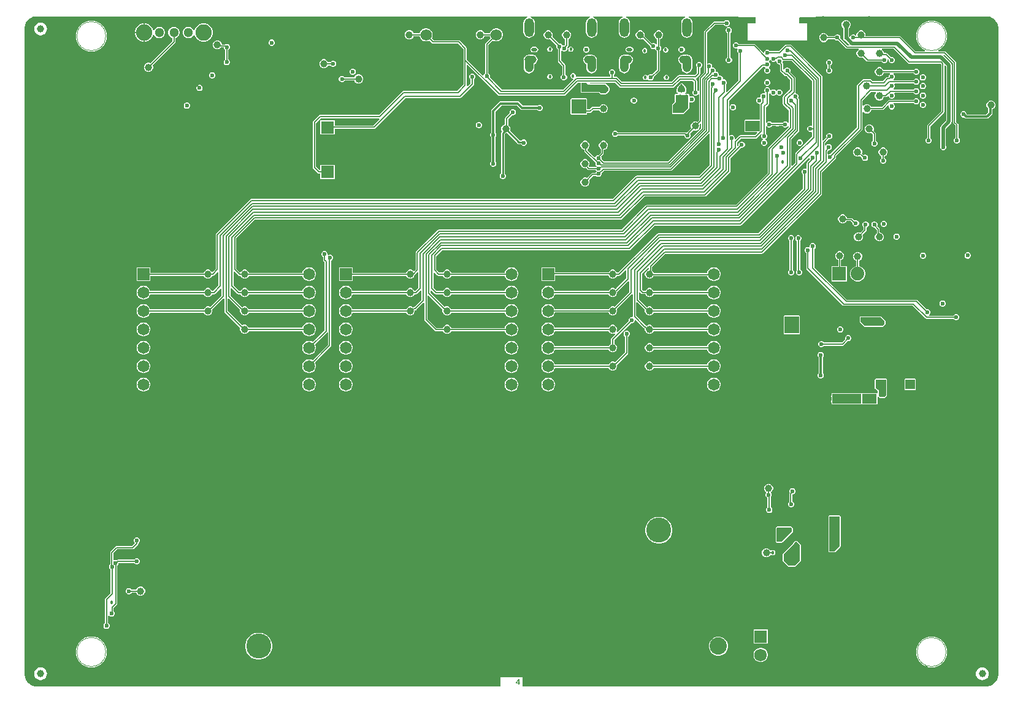
<source format=gbl>
G04*
G04 #@! TF.GenerationSoftware,Altium Limited,Altium Designer,23.3.1 (30)*
G04*
G04 Layer_Physical_Order=4*
G04 Layer_Color=16711680*
%FSLAX43Y43*%
%MOMM*%
G71*
G04*
G04 #@! TF.SameCoordinates,D808C254-9F92-4D33-8E88-3B856B9356EB*
G04*
G04*
G04 #@! TF.FilePolarity,Positive*
G04*
G01*
G75*
%ADD10C,0.127*%
%ADD11C,0.250*%
%ADD13C,0.200*%
%ADD17C,0.152*%
%ADD18C,0.150*%
%ADD132C,2.388*%
%ADD133C,3.450*%
%ADD145C,1.000*%
%ADD149C,0.500*%
%ADD152C,0.178*%
%ADD153C,0.152*%
%ADD154C,0.203*%
%ADD155C,0.335*%
%ADD156C,0.300*%
%ADD158C,0.000*%
%ADD159C,2.250*%
%ADD160C,1.300*%
%ADD161R,1.651X1.651*%
%ADD162C,1.651*%
%ADD163R,1.725X1.725*%
%ADD164C,1.725*%
%ADD165R,1.880X1.880*%
%ADD166C,1.880*%
%ADD167C,2.026*%
%ADD168C,1.561*%
G04:AMPARAMS|DCode=169|XSize=2.3mm|YSize=1.2mm|CornerRadius=0.6mm|HoleSize=0mm|Usage=FLASHONLY|Rotation=270.000|XOffset=0mm|YOffset=0mm|HoleType=Round|Shape=RoundedRectangle|*
%AMROUNDEDRECTD169*
21,1,2.300,0.000,0,0,270.0*
21,1,1.100,1.200,0,0,270.0*
1,1,1.200,0.000,-0.550*
1,1,1.200,0.000,0.550*
1,1,1.200,0.000,0.550*
1,1,1.200,0.000,-0.550*
%
%ADD169ROUNDEDRECTD169*%
%ADD170C,0.600*%
%ADD171O,0.850X0.500*%
G04:AMPARAMS|DCode=172|XSize=2.6mm|YSize=1.3mm|CornerRadius=0.65mm|HoleSize=0mm|Usage=FLASHONLY|Rotation=270.000|XOffset=0mm|YOffset=0mm|HoleType=Round|Shape=RoundedRectangle|*
%AMROUNDEDRECTD172*
21,1,2.600,0.000,0,0,270.0*
21,1,1.300,1.300,0,0,270.0*
1,1,1.300,0.000,-0.650*
1,1,1.300,0.000,0.650*
1,1,1.300,0.000,0.650*
1,1,1.300,0.000,-0.650*
%
%ADD172ROUNDEDRECTD172*%
G04:AMPARAMS|DCode=173|XSize=1.65mm|YSize=1.1mm|CornerRadius=0.55mm|HoleSize=0mm|Usage=FLASHONLY|Rotation=0.000|XOffset=0mm|YOffset=0mm|HoleType=Round|Shape=RoundedRectangle|*
%AMROUNDEDRECTD173*
21,1,1.650,0.000,0,0,0.0*
21,1,0.550,1.100,0,0,0.0*
1,1,1.100,0.275,0.000*
1,1,1.100,-0.275,0.000*
1,1,1.100,-0.275,0.000*
1,1,1.100,0.275,0.000*
%
%ADD173ROUNDEDRECTD173*%
%ADD174C,0.457*%
%ADD178R,0.025X0.203*%
%ADD179C,0.350*%
%ADD180R,0.350X0.203*%
G36*
X66008Y92674D02*
X66325Y92543D01*
X66610Y92352D01*
X66852Y92110D01*
X67043Y91825D01*
X67174Y91508D01*
X67241Y91172D01*
Y91000D01*
Y2000D01*
Y1829D01*
X67174Y1492D01*
X67043Y1175D01*
X66852Y890D01*
X66610Y648D01*
X66325Y457D01*
X66008Y326D01*
X65737Y272D01*
X1500D01*
Y1500D01*
X-1500D01*
Y272D01*
X-65737D01*
X-66008Y326D01*
X-66325Y457D01*
X-66610Y648D01*
X-66852Y890D01*
X-67043Y1175D01*
X-67174Y1492D01*
X-67241Y1829D01*
Y2000D01*
Y91000D01*
Y91172D01*
X-67174Y91508D01*
X-67043Y91825D01*
X-66852Y92110D01*
X-66610Y92352D01*
X-66325Y92543D01*
X-66008Y92674D01*
X-65737Y92728D01*
X2202D01*
X2227Y92607D01*
X2038Y92529D01*
X1876Y92404D01*
X1751Y92242D01*
X1673Y92053D01*
X1646Y91850D01*
Y90550D01*
X1673Y90347D01*
X1751Y90158D01*
X1876Y89996D01*
X2038Y89871D01*
X2227Y89793D01*
X2430Y89766D01*
X2633Y89793D01*
X2822Y89871D01*
X2984Y89996D01*
X3109Y90158D01*
X3187Y90347D01*
X3214Y90550D01*
Y91850D01*
X3187Y92053D01*
X3109Y92242D01*
X2984Y92404D01*
X2822Y92529D01*
X2633Y92607D01*
X2658Y92728D01*
X10842D01*
X10867Y92607D01*
X10678Y92529D01*
X10516Y92404D01*
X10391Y92242D01*
X10313Y92053D01*
X10286Y91850D01*
Y90550D01*
X10313Y90347D01*
X10391Y90158D01*
X10516Y89996D01*
X10678Y89871D01*
X10867Y89793D01*
X11070Y89766D01*
X11273Y89793D01*
X11462Y89871D01*
X11624Y89996D01*
X11749Y90158D01*
X11827Y90347D01*
X11854Y90550D01*
Y91850D01*
X11827Y92053D01*
X11749Y92242D01*
X11624Y92404D01*
X11462Y92529D01*
X11273Y92607D01*
X11298Y92728D01*
X15352D01*
X15377Y92607D01*
X15188Y92529D01*
X15026Y92404D01*
X14901Y92242D01*
X14823Y92053D01*
X14796Y91850D01*
Y90550D01*
X14823Y90347D01*
X14901Y90158D01*
X15026Y89996D01*
X15188Y89871D01*
X15377Y89793D01*
X15580Y89766D01*
X15783Y89793D01*
X15972Y89871D01*
X16134Y89996D01*
X16259Y90158D01*
X16337Y90347D01*
X16364Y90550D01*
Y91850D01*
X16337Y92053D01*
X16259Y92242D01*
X16134Y92404D01*
X15972Y92529D01*
X15783Y92607D01*
X15808Y92728D01*
X23992D01*
X24017Y92607D01*
X23828Y92529D01*
X23666Y92404D01*
X23541Y92242D01*
X23463Y92053D01*
X23436Y91850D01*
Y90550D01*
X23463Y90347D01*
X23541Y90158D01*
X23666Y89996D01*
X23828Y89871D01*
X24017Y89793D01*
X24220Y89766D01*
X24423Y89793D01*
X24612Y89871D01*
X24774Y89996D01*
X24899Y90158D01*
X24977Y90347D01*
X25004Y90550D01*
Y91850D01*
X24977Y92053D01*
X24899Y92242D01*
X24774Y92404D01*
X24612Y92529D01*
X24423Y92607D01*
X24448Y92728D01*
X31375D01*
Y92600D01*
X33700Y92600D01*
X33700Y91800D01*
X32600Y91800D01*
X32600Y89400D01*
X40800Y89400D01*
X40800Y91800D01*
X39701D01*
X39699Y92510D01*
X39788Y92600D01*
X41925Y92600D01*
Y92638D01*
X42015Y92728D01*
X65737D01*
X66008Y92674D01*
D02*
G37*
G36*
X1123Y782D02*
X1221D01*
Y650D01*
X1123D01*
Y518D01*
X968D01*
Y650D01*
X579D01*
Y780D01*
X915Y1282D01*
X1123D01*
Y782D01*
D02*
G37*
%LPC*%
G36*
X29785Y92227D02*
X29615D01*
X29458Y92162D01*
X29338Y92042D01*
X29323Y92006D01*
X28000D01*
X27921Y91990D01*
X27854Y91946D01*
X27854Y91946D01*
X26654Y90746D01*
X26610Y90679D01*
X26594Y90600D01*
Y84985D01*
X25973Y84364D01*
X25928Y84297D01*
X25913Y84218D01*
Y82476D01*
X25804Y82446D01*
X25786Y82445D01*
X25669Y82562D01*
X25633Y82577D01*
Y83772D01*
X25615Y83861D01*
X25565Y83937D01*
X25454Y84048D01*
X25489Y84184D01*
X25494Y84188D01*
X25565Y84235D01*
X25989Y84659D01*
X26039Y84735D01*
X26057Y84824D01*
Y85603D01*
X26142Y85638D01*
X26262Y85758D01*
X26327Y85915D01*
Y86085D01*
X26262Y86242D01*
X26142Y86362D01*
X25985Y86427D01*
X25815D01*
X25658Y86362D01*
X25538Y86242D01*
X25473Y86085D01*
Y85915D01*
X25538Y85758D01*
X25591Y85705D01*
Y84921D01*
X25303Y84633D01*
X23100D01*
X23011Y84615D01*
X22935Y84565D01*
X22103Y83733D01*
X15242D01*
X14635Y84340D01*
X14560Y84390D01*
X14471Y84408D01*
X14133D01*
Y84634D01*
X14142Y84638D01*
X14262Y84758D01*
X14327Y84915D01*
Y85085D01*
X14262Y85242D01*
X14142Y85362D01*
X13985Y85427D01*
X13815D01*
X13658Y85362D01*
X13538Y85242D01*
X13473Y85085D01*
Y84915D01*
X13538Y84758D01*
X13658Y84638D01*
X13667Y84634D01*
Y84408D01*
X8975D01*
X8971Y84407D01*
X8945Y84419D01*
X8860Y84500D01*
X8856Y84511D01*
Y84601D01*
X8801Y84732D01*
X8701Y84832D01*
X8571Y84886D01*
X8429D01*
X8299Y84832D01*
X8199Y84732D01*
X8144Y84601D01*
Y84460D01*
X8199Y84329D01*
X8299Y84229D01*
X8429Y84175D01*
X8466D01*
X8518Y84048D01*
X7103Y82633D01*
X-1303D01*
X-3006Y84336D01*
X-2973Y84415D01*
Y84585D01*
X-3038Y84742D01*
X-3158Y84862D01*
X-3167Y84866D01*
Y88803D01*
X-2555Y89415D01*
X-2450Y89354D01*
X-2219Y89293D01*
X-1981D01*
X-1750Y89354D01*
X-1543Y89474D01*
X-1374Y89643D01*
X-1254Y89850D01*
X-1192Y90081D01*
Y90319D01*
X-1254Y90550D01*
X-1374Y90757D01*
X-1543Y90926D01*
X-1750Y91046D01*
X-1981Y91107D01*
X-2219D01*
X-2450Y91046D01*
X-2657Y90926D01*
X-2826Y90757D01*
X-2946Y90550D01*
X-2977Y90433D01*
X-3718D01*
X-3768Y90555D01*
X-3945Y90732D01*
X-4175Y90827D01*
X-4425D01*
X-4655Y90732D01*
X-4832Y90555D01*
X-4927Y90325D01*
Y90075D01*
X-4832Y89845D01*
X-4655Y89668D01*
X-4425Y89573D01*
X-4175D01*
X-3945Y89668D01*
X-3768Y89845D01*
X-3718Y89967D01*
X-2977D01*
X-2946Y89850D01*
X-2885Y89745D01*
X-3565Y89065D01*
X-3615Y88989D01*
X-3633Y88900D01*
Y84866D01*
X-3642Y84862D01*
X-3762Y84742D01*
X-3812Y84621D01*
X-3944Y84574D01*
X-6167Y86797D01*
Y88300D01*
X-6185Y88389D01*
X-6235Y88465D01*
X-7135Y89365D01*
X-7211Y89415D01*
X-7300Y89433D01*
X-10703D01*
X-11015Y89745D01*
X-10954Y89850D01*
X-10892Y90081D01*
Y90319D01*
X-10954Y90550D01*
X-11074Y90757D01*
X-11243Y90926D01*
X-11450Y91046D01*
X-11681Y91107D01*
X-11919D01*
X-12150Y91046D01*
X-12357Y90926D01*
X-12526Y90757D01*
X-12646Y90550D01*
X-12677Y90433D01*
X-13518D01*
X-13568Y90555D01*
X-13745Y90732D01*
X-13975Y90827D01*
X-14225D01*
X-14455Y90732D01*
X-14632Y90555D01*
X-14727Y90325D01*
Y90075D01*
X-14632Y89845D01*
X-14455Y89668D01*
X-14225Y89573D01*
X-13975D01*
X-13745Y89668D01*
X-13568Y89845D01*
X-13518Y89967D01*
X-12677D01*
X-12646Y89850D01*
X-12526Y89643D01*
X-12357Y89474D01*
X-12150Y89354D01*
X-11919Y89293D01*
X-11681D01*
X-11450Y89354D01*
X-11345Y89415D01*
X-10965Y89035D01*
X-10889Y88985D01*
X-10800Y88967D01*
X-7397D01*
X-6633Y88203D01*
Y86700D01*
Y83297D01*
X-7497Y82433D01*
X-14900D01*
X-14989Y82415D01*
X-15065Y82365D01*
X-18297Y79133D01*
X-26400D01*
X-26489Y79115D01*
X-26565Y79065D01*
X-27357Y78272D01*
X-27408Y78197D01*
X-27426Y78107D01*
Y71893D01*
X-27408Y71803D01*
X-27357Y71728D01*
X-26744Y71115D01*
X-26669Y71064D01*
X-26579Y71046D01*
X-26389D01*
Y70251D01*
X-24410D01*
Y72229D01*
X-26389D01*
Y71594D01*
X-26517Y71546D01*
X-26960Y71989D01*
Y78011D01*
X-26303Y78667D01*
X-18242D01*
X-18187Y78556D01*
X-18185Y78544D01*
X-19057Y77673D01*
X-24410D01*
Y78390D01*
X-26389D01*
Y76410D01*
X-24410D01*
Y77207D01*
X-18960D01*
X-18871Y77225D01*
X-18795Y77275D01*
X-14603Y81467D01*
X-7100D01*
X-7011Y81485D01*
X-6935Y81535D01*
X-5235Y83235D01*
X-5185Y83311D01*
X-5167Y83400D01*
Y84034D01*
X-5158Y84038D01*
X-5038Y84158D01*
X-4973Y84315D01*
Y84485D01*
X-5038Y84642D01*
X-5158Y84762D01*
X-5315Y84827D01*
X-5485D01*
X-5642Y84762D01*
X-5762Y84642D01*
X-5827Y84485D01*
Y84315D01*
X-5762Y84158D01*
X-5642Y84038D01*
X-5633Y84034D01*
Y83497D01*
X-6024Y83105D01*
X-6056Y83109D01*
X-6167Y83200D01*
Y85971D01*
X-6050Y86020D01*
X-1865Y81835D01*
X-1789Y81785D01*
X-1700Y81767D01*
X7300Y81767D01*
X7389Y81785D01*
X7465Y81835D01*
X9197Y83567D01*
X9563D01*
Y82300D01*
X9603Y82203D01*
X9700Y82163D01*
X12143D01*
X12303Y82003D01*
X12400Y81963D01*
X12400Y81963D01*
X13000D01*
X13097Y82003D01*
X13097Y82003D01*
X13497Y82403D01*
X13537Y82500D01*
X13537Y82500D01*
Y82900D01*
X13537Y82900D01*
X13497Y82997D01*
X13497Y82997D01*
X13097Y83397D01*
X13000Y83437D01*
X13000Y83437D01*
X10777D01*
X10776Y83440D01*
X10844Y83567D01*
X14282D01*
X14914Y82935D01*
X14989Y82885D01*
X15079Y82867D01*
X22300D01*
X22389Y82885D01*
X22465Y82935D01*
X23366Y83837D01*
X25006D01*
X25167Y83676D01*
Y82544D01*
X25065Y82442D01*
X25000Y82285D01*
Y82115D01*
X25065Y81958D01*
X25185Y81838D01*
X25342Y81773D01*
X25512D01*
X25669Y81838D01*
X25786Y81955D01*
X25804Y81954D01*
X25913Y81924D01*
Y78404D01*
X25674Y78165D01*
X25525Y78227D01*
X25275D01*
X25045Y78132D01*
X24868Y77955D01*
X24773Y77725D01*
Y77475D01*
X24835Y77326D01*
X24354Y76846D01*
X24310Y76779D01*
X24299Y76727D01*
X24215D01*
X24084Y76673D01*
X24057Y76690D01*
X23978Y76706D01*
X14677D01*
X14662Y76742D01*
X14542Y76862D01*
X14385Y76927D01*
X14215D01*
X14058Y76862D01*
X13938Y76742D01*
X13873Y76585D01*
Y76415D01*
X13938Y76258D01*
X14058Y76138D01*
X14215Y76073D01*
X14385D01*
X14542Y76138D01*
X14662Y76258D01*
X14677Y76294D01*
X23873D01*
Y76215D01*
X23938Y76058D01*
X24058Y75938D01*
X24215Y75873D01*
X24385D01*
X24542Y75938D01*
X24662Y76058D01*
X24727Y76215D01*
Y76385D01*
X24673Y76516D01*
X24690Y76543D01*
X24704Y76613D01*
X25126Y77035D01*
X25275Y76973D01*
X25525D01*
X25755Y77068D01*
X25932Y77245D01*
X26027Y77475D01*
Y77725D01*
X25965Y77874D01*
X26075Y77984D01*
X26193Y77936D01*
Y77286D01*
X21614Y72707D01*
X12757D01*
X12413Y73052D01*
X12427Y73086D01*
Y73256D01*
X12377Y73377D01*
X12684Y73684D01*
X12684Y73684D01*
X12729Y73751D01*
X12745Y73830D01*
Y74303D01*
X12825D01*
X13055Y74398D01*
X13232Y74575D01*
X13327Y74805D01*
Y75055D01*
X13232Y75285D01*
X13055Y75462D01*
X12825Y75557D01*
X12575D01*
X12345Y75462D01*
X12168Y75285D01*
X12073Y75055D01*
Y74805D01*
X12168Y74575D01*
X12331Y74413D01*
Y73916D01*
X12013Y73598D01*
X11915D01*
X11758Y73533D01*
X11638Y73413D01*
X11599Y73318D01*
X11456Y73282D01*
X10502Y74236D01*
Y74393D01*
X10515Y74398D01*
X10692Y74575D01*
X10787Y74805D01*
Y75055D01*
X10692Y75285D01*
X10515Y75462D01*
X10285Y75557D01*
X10035D01*
X9805Y75462D01*
X9628Y75285D01*
X9533Y75055D01*
Y74805D01*
X9628Y74575D01*
X9805Y74398D01*
X10035Y74303D01*
X10088D01*
Y74150D01*
X10088Y74150D01*
X10103Y74070D01*
X10148Y74003D01*
X11587Y72564D01*
X11573Y72529D01*
Y72359D01*
X11638Y72203D01*
X11677Y72164D01*
X11757Y72081D01*
X11677Y71998D01*
X11638Y71959D01*
X11624Y71925D01*
X10798D01*
X10690Y72033D01*
X10692Y72035D01*
X10787Y72265D01*
Y72515D01*
X10692Y72745D01*
X10515Y72922D01*
X10285Y73017D01*
X10035D01*
X9805Y72922D01*
X9628Y72745D01*
X9533Y72515D01*
Y72265D01*
X9628Y72035D01*
X9805Y71858D01*
X10035Y71763D01*
X10285D01*
X10347Y71789D01*
X10565Y71571D01*
X10565Y71571D01*
X10633Y71526D01*
X10712Y71510D01*
X10712Y71510D01*
X11624D01*
X11638Y71476D01*
X11677Y71437D01*
X11757Y71354D01*
X11677Y71271D01*
X11638Y71232D01*
X11588Y71112D01*
X11215D01*
X11135Y71096D01*
X11068Y71051D01*
X11068Y71051D01*
X10433Y70416D01*
X10285Y70477D01*
X10035D01*
X9805Y70382D01*
X9628Y70205D01*
X9533Y69975D01*
Y69725D01*
X9628Y69495D01*
X9805Y69318D01*
X10035Y69223D01*
X10285D01*
X10515Y69318D01*
X10692Y69495D01*
X10787Y69725D01*
Y69975D01*
X10726Y70123D01*
X11301Y70698D01*
X11689D01*
X11758Y70628D01*
X11915Y70563D01*
X12085D01*
X12242Y70628D01*
X12362Y70749D01*
X12427Y70905D01*
Y71075D01*
X12413Y71110D01*
X12757Y71455D01*
X22047D01*
X22047Y71455D01*
X22126Y71470D01*
X22194Y71515D01*
X27251Y76573D01*
X27369Y76524D01*
Y72196D01*
X25904Y70731D01*
X17300D01*
X17211Y70714D01*
X17136Y70664D01*
X14004Y67531D01*
X-35875D01*
X-35963Y67514D01*
X-36038Y67464D01*
X-40764Y62738D01*
X-40814Y62663D01*
X-40831Y62575D01*
Y57896D01*
X-41252Y57475D01*
X-41347Y57494D01*
X-41390Y57517D01*
X-41555Y57682D01*
X-41785Y57777D01*
X-42035D01*
X-42265Y57682D01*
X-42442Y57505D01*
X-42514Y57331D01*
X-49847D01*
Y58103D01*
X-51752D01*
Y56197D01*
X-49847D01*
Y56869D01*
X-42472D01*
X-42442Y56795D01*
X-42265Y56618D01*
X-42035Y56523D01*
X-41785D01*
X-41555Y56618D01*
X-41378Y56795D01*
X-41327Y56919D01*
X-41250D01*
X-41161Y56936D01*
X-41086Y56986D01*
X-40558Y57514D01*
X-40431Y57462D01*
Y55596D01*
X-41186Y54841D01*
X-41327D01*
X-41378Y54965D01*
X-41555Y55142D01*
X-41785Y55237D01*
X-42035D01*
X-42265Y55142D01*
X-42442Y54965D01*
X-42493Y54841D01*
X-49876D01*
X-49912Y54978D01*
X-50038Y55195D01*
X-50215Y55372D01*
X-50432Y55498D01*
X-50675Y55562D01*
X-50925D01*
X-51168Y55498D01*
X-51385Y55372D01*
X-51562Y55195D01*
X-51688Y54978D01*
X-51752Y54735D01*
Y54485D01*
X-51688Y54242D01*
X-51562Y54025D01*
X-51385Y53848D01*
X-51168Y53722D01*
X-50925Y53658D01*
X-50675D01*
X-50432Y53722D01*
X-50215Y53848D01*
X-50038Y54025D01*
X-49912Y54242D01*
X-49876Y54379D01*
X-42493D01*
X-42442Y54255D01*
X-42265Y54078D01*
X-42035Y53983D01*
X-41785D01*
X-41555Y54078D01*
X-41378Y54255D01*
X-41327Y54379D01*
X-41090D01*
X-41001Y54396D01*
X-40926Y54446D01*
X-40158Y55214D01*
X-40031Y55162D01*
Y54196D01*
X-41605Y52622D01*
X-41785Y52697D01*
X-42035D01*
X-42265Y52602D01*
X-42442Y52425D01*
X-42493Y52301D01*
X-49876D01*
X-49912Y52438D01*
X-50038Y52655D01*
X-50215Y52832D01*
X-50432Y52958D01*
X-50675Y53022D01*
X-50925D01*
X-51168Y52958D01*
X-51385Y52832D01*
X-51562Y52655D01*
X-51688Y52438D01*
X-51752Y52195D01*
Y51945D01*
X-51688Y51702D01*
X-51562Y51485D01*
X-51385Y51308D01*
X-51168Y51182D01*
X-50925Y51118D01*
X-50675D01*
X-50432Y51182D01*
X-50215Y51308D01*
X-50038Y51485D01*
X-49912Y51702D01*
X-49876Y51839D01*
X-42493D01*
X-42442Y51715D01*
X-42265Y51538D01*
X-42035Y51443D01*
X-41785D01*
X-41555Y51538D01*
X-41378Y51715D01*
X-41283Y51945D01*
Y52195D01*
X-41311Y52262D01*
X-39758Y53814D01*
X-39631Y53762D01*
Y52000D01*
X-39614Y51911D01*
X-39564Y51836D01*
X-37435Y49708D01*
X-37457Y49655D01*
Y49405D01*
X-37362Y49175D01*
X-37185Y48998D01*
X-36955Y48903D01*
X-36705D01*
X-36475Y48998D01*
X-36298Y49175D01*
X-36247Y49299D01*
X-28864D01*
X-28828Y49162D01*
X-28702Y48945D01*
X-28525Y48768D01*
X-28308Y48642D01*
X-28065Y48577D01*
X-27815D01*
X-27572Y48642D01*
X-27355Y48768D01*
X-27178Y48945D01*
X-27052Y49162D01*
X-26987Y49405D01*
Y49655D01*
X-27052Y49898D01*
X-27178Y50115D01*
X-27355Y50292D01*
X-27572Y50418D01*
X-27815Y50482D01*
X-28065D01*
X-28308Y50418D01*
X-28525Y50292D01*
X-28702Y50115D01*
X-28828Y49898D01*
X-28864Y49761D01*
X-36247D01*
X-36298Y49885D01*
X-36475Y50062D01*
X-36705Y50157D01*
X-36955D01*
X-37149Y50076D01*
X-39169Y52096D01*
Y53762D01*
X-39042Y53814D01*
X-37447Y52219D01*
X-37457Y52195D01*
Y51945D01*
X-37362Y51715D01*
X-37185Y51538D01*
X-36955Y51443D01*
X-36705D01*
X-36475Y51538D01*
X-36298Y51715D01*
X-36247Y51839D01*
X-28864D01*
X-28828Y51702D01*
X-28702Y51485D01*
X-28525Y51308D01*
X-28308Y51182D01*
X-28065Y51118D01*
X-27815D01*
X-27572Y51182D01*
X-27355Y51308D01*
X-27178Y51485D01*
X-27052Y51702D01*
X-26987Y51945D01*
Y52195D01*
X-27052Y52438D01*
X-27178Y52655D01*
X-27355Y52832D01*
X-27572Y52958D01*
X-27815Y53022D01*
X-28065D01*
X-28308Y52958D01*
X-28525Y52832D01*
X-28702Y52655D01*
X-28828Y52438D01*
X-28864Y52301D01*
X-36247D01*
X-36298Y52425D01*
X-36475Y52602D01*
X-36705Y52697D01*
X-36955D01*
X-37177Y52605D01*
X-38769Y54196D01*
Y55162D01*
X-38642Y55214D01*
X-37874Y54446D01*
X-37799Y54396D01*
X-37710Y54379D01*
X-37413D01*
X-37362Y54255D01*
X-37185Y54078D01*
X-36955Y53983D01*
X-36705D01*
X-36475Y54078D01*
X-36298Y54255D01*
X-36247Y54379D01*
X-28864D01*
X-28828Y54242D01*
X-28702Y54025D01*
X-28525Y53848D01*
X-28308Y53722D01*
X-28065Y53658D01*
X-27815D01*
X-27572Y53722D01*
X-27355Y53848D01*
X-27178Y54025D01*
X-27052Y54242D01*
X-26987Y54485D01*
Y54735D01*
X-27052Y54978D01*
X-27178Y55195D01*
X-27355Y55372D01*
X-27572Y55498D01*
X-27815Y55562D01*
X-28065D01*
X-28308Y55498D01*
X-28525Y55372D01*
X-28702Y55195D01*
X-28828Y54978D01*
X-28864Y54841D01*
X-36247D01*
X-36298Y54965D01*
X-36475Y55142D01*
X-36705Y55237D01*
X-36955D01*
X-37185Y55142D01*
X-37362Y54965D01*
X-37413Y54841D01*
X-37614D01*
X-38369Y55596D01*
Y57462D01*
X-38242Y57514D01*
X-37664Y56936D01*
X-37589Y56886D01*
X-37500Y56869D01*
X-37392D01*
X-37362Y56795D01*
X-37185Y56618D01*
X-36955Y56523D01*
X-36705D01*
X-36475Y56618D01*
X-36298Y56795D01*
X-36268Y56869D01*
X-28851D01*
X-28828Y56782D01*
X-28702Y56565D01*
X-28525Y56388D01*
X-28308Y56262D01*
X-28065Y56197D01*
X-27815D01*
X-27572Y56262D01*
X-27355Y56388D01*
X-27178Y56565D01*
X-27052Y56782D01*
X-26987Y57025D01*
Y57275D01*
X-27052Y57518D01*
X-27178Y57735D01*
X-27355Y57912D01*
X-27572Y58038D01*
X-27815Y58103D01*
X-28065D01*
X-28308Y58038D01*
X-28525Y57912D01*
X-28702Y57735D01*
X-28828Y57518D01*
X-28877Y57331D01*
X-36227D01*
X-36298Y57505D01*
X-36475Y57682D01*
X-36705Y57777D01*
X-36955D01*
X-37185Y57682D01*
X-37362Y57505D01*
X-37381Y57458D01*
X-37506Y57433D01*
X-37969Y57896D01*
Y62104D01*
X-35404Y64669D01*
X15094D01*
X15183Y64686D01*
X15258Y64736D01*
X18390Y67869D01*
X26700D01*
X26789Y67886D01*
X26864Y67936D01*
X30164Y71236D01*
X30214Y71311D01*
X30231Y71400D01*
Y73104D01*
X31705Y74577D01*
X31715Y74573D01*
X31885D01*
X32042Y74638D01*
X32162Y74758D01*
X32227Y74915D01*
Y75085D01*
X32162Y75242D01*
X32042Y75362D01*
X31885Y75427D01*
X31715D01*
X31558Y75362D01*
X31438Y75242D01*
X31373Y75085D01*
Y74915D01*
X31377Y74905D01*
X31249Y74776D01*
X31131Y74825D01*
Y75304D01*
X31696Y75869D01*
X33700D01*
X33789Y75886D01*
X33864Y75936D01*
X34440Y76513D01*
X34538Y76442D01*
X34473Y76285D01*
Y76116D01*
X34538Y75959D01*
X34658Y75839D01*
X34705Y75819D01*
Y75682D01*
X34658Y75662D01*
X34538Y75542D01*
X34473Y75385D01*
Y75215D01*
X34538Y75058D01*
X34658Y74938D01*
X34815Y74873D01*
X34985D01*
X35142Y74938D01*
X35262Y75058D01*
X35327Y75215D01*
Y75385D01*
X35262Y75542D01*
X35142Y75662D01*
X35095Y75682D01*
Y75819D01*
X35142Y75839D01*
X35262Y75959D01*
X35327Y76116D01*
Y76285D01*
X35262Y76442D01*
X35142Y76562D01*
X35131Y76567D01*
Y77524D01*
X35162Y77541D01*
X35258Y77563D01*
X35358Y77463D01*
X35515Y77398D01*
X35685D01*
X35842Y77463D01*
X35962Y77583D01*
X35977Y77619D01*
X36385D01*
Y77596D01*
X36500D01*
X36525Y77586D01*
X36875D01*
X36900Y77596D01*
X37015D01*
Y77619D01*
X37423D01*
X37438Y77583D01*
X37558Y77463D01*
X37715Y77398D01*
X37885D01*
X38042Y77463D01*
X38123Y77544D01*
X38257Y77507D01*
X38267Y77432D01*
X35436Y74601D01*
X35386Y74526D01*
X35369Y74437D01*
Y71096D01*
X31004Y66731D01*
X18700D01*
X18611Y66714D01*
X18536Y66664D01*
X15204Y63331D01*
X-10000D01*
X-10089Y63314D01*
X-10164Y63264D01*
X-13164Y60264D01*
X-13214Y60189D01*
X-13231Y60100D01*
Y57796D01*
X-13480Y57547D01*
X-13615Y57682D01*
X-13845Y57777D01*
X-14095D01*
X-14325Y57682D01*
X-14502Y57505D01*
X-14573Y57331D01*
X-21907D01*
Y58103D01*
X-23812D01*
Y56197D01*
X-21907D01*
Y56869D01*
X-14532D01*
X-14502Y56795D01*
X-14325Y56618D01*
X-14095Y56523D01*
X-13845D01*
X-13615Y56618D01*
X-13438Y56795D01*
X-13343Y57025D01*
Y57030D01*
X-12958Y57414D01*
X-12831Y57362D01*
Y55296D01*
X-13270Y54857D01*
X-13400Y54872D01*
X-13438Y54965D01*
X-13615Y55142D01*
X-13845Y55237D01*
X-14095D01*
X-14325Y55142D01*
X-14502Y54965D01*
X-14553Y54841D01*
X-21936D01*
X-21972Y54978D01*
X-22098Y55195D01*
X-22275Y55372D01*
X-22492Y55498D01*
X-22735Y55562D01*
X-22985D01*
X-23228Y55498D01*
X-23445Y55372D01*
X-23622Y55195D01*
X-23748Y54978D01*
X-23812Y54735D01*
Y54485D01*
X-23748Y54242D01*
X-23622Y54025D01*
X-23445Y53848D01*
X-23228Y53722D01*
X-22985Y53658D01*
X-22735D01*
X-22492Y53722D01*
X-22275Y53848D01*
X-22098Y54025D01*
X-21972Y54242D01*
X-21936Y54379D01*
X-14553D01*
X-14502Y54255D01*
X-14325Y54078D01*
X-14095Y53983D01*
X-13845D01*
X-13615Y54078D01*
X-13438Y54255D01*
X-13387Y54379D01*
X-13190D01*
X-13101Y54396D01*
X-13026Y54446D01*
X-12558Y54914D01*
X-12431Y54862D01*
Y53596D01*
X-13406Y52621D01*
X-13434D01*
X-13522Y52604D01*
X-13579Y52566D01*
X-13615Y52602D01*
X-13845Y52697D01*
X-14095D01*
X-14325Y52602D01*
X-14502Y52425D01*
X-14553Y52301D01*
X-21936D01*
X-21972Y52438D01*
X-22098Y52655D01*
X-22275Y52832D01*
X-22492Y52958D01*
X-22735Y53022D01*
X-22985D01*
X-23228Y52958D01*
X-23445Y52832D01*
X-23622Y52655D01*
X-23748Y52438D01*
X-23812Y52195D01*
Y51945D01*
X-23748Y51702D01*
X-23622Y51485D01*
X-23445Y51308D01*
X-23228Y51182D01*
X-22985Y51118D01*
X-22735D01*
X-22492Y51182D01*
X-22275Y51308D01*
X-22098Y51485D01*
X-21972Y51702D01*
X-21936Y51839D01*
X-14553D01*
X-14502Y51715D01*
X-14325Y51538D01*
X-14095Y51443D01*
X-13845D01*
X-13615Y51538D01*
X-13438Y51715D01*
X-13343Y51945D01*
Y52153D01*
X-13338Y52159D01*
X-13310D01*
X-13221Y52176D01*
X-13146Y52226D01*
X-12158Y53214D01*
X-12031Y53162D01*
Y50900D01*
X-12014Y50811D01*
X-11964Y50736D01*
X-10564Y49336D01*
X-10489Y49286D01*
X-10400Y49269D01*
X-9460D01*
X-9422Y49175D01*
X-9245Y48998D01*
X-9015Y48903D01*
X-8765D01*
X-8535Y48998D01*
X-8358Y49175D01*
X-8320Y49269D01*
X-916D01*
X-888Y49162D01*
X-762Y48945D01*
X-585Y48768D01*
X-368Y48642D01*
X-125Y48577D01*
X125D01*
X368Y48642D01*
X585Y48768D01*
X762Y48945D01*
X888Y49162D01*
X952Y49405D01*
Y49655D01*
X888Y49898D01*
X762Y50115D01*
X585Y50292D01*
X368Y50418D01*
X125Y50482D01*
X-125D01*
X-368Y50418D01*
X-585Y50292D01*
X-762Y50115D01*
X-888Y49898D01*
X-932Y49731D01*
X-8295D01*
X-8358Y49885D01*
X-8535Y50062D01*
X-8765Y50157D01*
X-9015D01*
X-9245Y50062D01*
X-9422Y49885D01*
X-9485Y49731D01*
X-10304D01*
X-11569Y50996D01*
Y54162D01*
X-11442Y54214D01*
X-9489Y52262D01*
X-9517Y52195D01*
Y51945D01*
X-9422Y51715D01*
X-9245Y51538D01*
X-9015Y51443D01*
X-8765D01*
X-8535Y51538D01*
X-8358Y51715D01*
X-8307Y51839D01*
X-924D01*
X-888Y51702D01*
X-762Y51485D01*
X-585Y51308D01*
X-368Y51182D01*
X-125Y51118D01*
X125D01*
X368Y51182D01*
X585Y51308D01*
X762Y51485D01*
X888Y51702D01*
X952Y51945D01*
Y52195D01*
X888Y52438D01*
X762Y52655D01*
X585Y52832D01*
X368Y52958D01*
X125Y53022D01*
X-125D01*
X-368Y52958D01*
X-585Y52832D01*
X-762Y52655D01*
X-888Y52438D01*
X-924Y52301D01*
X-8307D01*
X-8358Y52425D01*
X-8535Y52602D01*
X-8765Y52697D01*
X-9015D01*
X-9195Y52622D01*
X-11169Y54596D01*
Y54862D01*
X-11042Y54914D01*
X-10574Y54446D01*
X-10499Y54396D01*
X-10410Y54379D01*
X-9473D01*
X-9422Y54255D01*
X-9245Y54078D01*
X-9015Y53983D01*
X-8765D01*
X-8535Y54078D01*
X-8358Y54255D01*
X-8307Y54379D01*
X-924D01*
X-888Y54242D01*
X-762Y54025D01*
X-585Y53848D01*
X-368Y53722D01*
X-125Y53658D01*
X125D01*
X368Y53722D01*
X585Y53848D01*
X762Y54025D01*
X888Y54242D01*
X952Y54485D01*
Y54735D01*
X888Y54978D01*
X762Y55195D01*
X585Y55372D01*
X368Y55498D01*
X125Y55562D01*
X-125D01*
X-368Y55498D01*
X-585Y55372D01*
X-762Y55195D01*
X-888Y54978D01*
X-924Y54841D01*
X-8307D01*
X-8358Y54965D01*
X-8535Y55142D01*
X-8765Y55237D01*
X-9015D01*
X-9245Y55142D01*
X-9422Y54965D01*
X-9473Y54841D01*
X-10314D01*
X-10769Y55296D01*
Y57362D01*
X-10642Y57414D01*
X-10214Y56986D01*
X-10139Y56936D01*
X-10050Y56919D01*
X-9473D01*
X-9422Y56795D01*
X-9245Y56618D01*
X-9015Y56523D01*
X-8765D01*
X-8535Y56618D01*
X-8358Y56795D01*
X-8328Y56869D01*
X-911D01*
X-888Y56782D01*
X-762Y56565D01*
X-585Y56388D01*
X-368Y56262D01*
X-125Y56197D01*
X125D01*
X368Y56262D01*
X585Y56388D01*
X762Y56565D01*
X888Y56782D01*
X952Y57025D01*
Y57275D01*
X888Y57518D01*
X762Y57735D01*
X585Y57912D01*
X368Y58038D01*
X125Y58103D01*
X-125D01*
X-368Y58038D01*
X-585Y57912D01*
X-762Y57735D01*
X-888Y57518D01*
X-937Y57331D01*
X-8286D01*
X-8358Y57505D01*
X-8535Y57682D01*
X-8765Y57777D01*
X-9015D01*
X-9245Y57682D01*
X-9422Y57505D01*
X-9473Y57381D01*
X-9954D01*
X-10369Y57796D01*
Y59629D01*
X-9529Y60469D01*
X16294D01*
X16383Y60486D01*
X16458Y60536D01*
X19790Y63869D01*
X31600D01*
X31689Y63886D01*
X31764Y63936D01*
X41046Y73219D01*
X41173Y73166D01*
Y73115D01*
X41209Y73028D01*
X40836Y72655D01*
X40786Y72580D01*
X40769Y72492D01*
Y71774D01*
X40642Y71692D01*
X40558Y71727D01*
X40388D01*
X40231Y71662D01*
X40111Y71542D01*
X40046Y71385D01*
Y71215D01*
X40111Y71058D01*
X40231Y70938D01*
X40242Y70934D01*
Y68960D01*
X34113Y62831D01*
X20300D01*
X20211Y62814D01*
X20136Y62764D01*
X14754Y57381D01*
X14553D01*
X14502Y57505D01*
X14325Y57682D01*
X14095Y57777D01*
X13845D01*
X13615Y57682D01*
X13438Y57505D01*
X13408Y57431D01*
X6032D01*
Y58103D01*
X4128D01*
Y56197D01*
X6032D01*
Y56969D01*
X13366D01*
X13438Y56795D01*
X13615Y56618D01*
X13845Y56523D01*
X14095D01*
X14325Y56618D01*
X14502Y56795D01*
X14553Y56919D01*
X14850D01*
X14939Y56936D01*
X15014Y56986D01*
X15751Y57724D01*
X15869Y57675D01*
Y56596D01*
X14464Y55191D01*
X14393Y55144D01*
X14358Y55109D01*
X14325Y55142D01*
X14095Y55237D01*
X13845D01*
X13615Y55142D01*
X13438Y54965D01*
X13387Y54841D01*
X6004D01*
X5968Y54978D01*
X5842Y55195D01*
X5665Y55372D01*
X5448Y55498D01*
X5205Y55562D01*
X4955D01*
X4712Y55498D01*
X4495Y55372D01*
X4318Y55195D01*
X4192Y54978D01*
X4128Y54735D01*
Y54485D01*
X4192Y54242D01*
X4318Y54025D01*
X4495Y53848D01*
X4712Y53722D01*
X4955Y53658D01*
X5205D01*
X5448Y53722D01*
X5665Y53848D01*
X5842Y54025D01*
X5968Y54242D01*
X6004Y54379D01*
X13387D01*
X13438Y54255D01*
X13615Y54078D01*
X13845Y53983D01*
X14095D01*
X14325Y54078D01*
X14502Y54255D01*
X14597Y54485D01*
Y54693D01*
X14673Y54769D01*
X14744Y54816D01*
X16142Y56214D01*
X16269Y56162D01*
Y54696D01*
X14218Y52646D01*
X14095Y52697D01*
X13845D01*
X13615Y52602D01*
X13438Y52425D01*
X13400Y52331D01*
X5996D01*
X5968Y52438D01*
X5842Y52655D01*
X5665Y52832D01*
X5448Y52958D01*
X5205Y53022D01*
X4955D01*
X4712Y52958D01*
X4495Y52832D01*
X4318Y52655D01*
X4192Y52438D01*
X4128Y52195D01*
Y51945D01*
X4192Y51702D01*
X4318Y51485D01*
X4495Y51308D01*
X4712Y51182D01*
X4955Y51118D01*
X5205D01*
X5448Y51182D01*
X5665Y51308D01*
X5842Y51485D01*
X5968Y51702D01*
X6012Y51869D01*
X13375D01*
X13438Y51715D01*
X13615Y51538D01*
X13845Y51443D01*
X14095D01*
X14325Y51538D01*
X14502Y51715D01*
X14597Y51945D01*
Y52195D01*
X14546Y52318D01*
X16642Y54414D01*
X16728Y54393D01*
X16769Y54365D01*
Y51330D01*
X16718Y51268D01*
X16654Y51227D01*
X16515D01*
X16358Y51162D01*
X16238Y51042D01*
X16173Y50885D01*
Y50715D01*
X16177Y50705D01*
X14633Y49160D01*
X14525Y49232D01*
X14597Y49405D01*
Y49655D01*
X14502Y49885D01*
X14325Y50062D01*
X14095Y50157D01*
X13845D01*
X13615Y50062D01*
X13438Y49885D01*
X13387Y49761D01*
X6004D01*
X5968Y49898D01*
X5842Y50115D01*
X5665Y50292D01*
X5448Y50418D01*
X5205Y50482D01*
X4955D01*
X4712Y50418D01*
X4495Y50292D01*
X4318Y50115D01*
X4192Y49898D01*
X4128Y49655D01*
Y49405D01*
X4192Y49162D01*
X4318Y48945D01*
X4495Y48768D01*
X4712Y48642D01*
X4955Y48577D01*
X5205D01*
X5448Y48642D01*
X5665Y48768D01*
X5842Y48945D01*
X5968Y49162D01*
X6004Y49299D01*
X13387D01*
X13438Y49175D01*
X13615Y48998D01*
X13845Y48903D01*
X14095D01*
X14268Y48975D01*
X14340Y48867D01*
X13806Y48334D01*
X13756Y48259D01*
X13739Y48170D01*
Y47573D01*
X13615Y47522D01*
X13438Y47345D01*
X13387Y47221D01*
X6004D01*
X5968Y47358D01*
X5842Y47575D01*
X5665Y47752D01*
X5448Y47878D01*
X5205Y47943D01*
X4955D01*
X4712Y47878D01*
X4495Y47752D01*
X4318Y47575D01*
X4192Y47358D01*
X4128Y47115D01*
Y46865D01*
X4192Y46622D01*
X4318Y46405D01*
X4495Y46228D01*
X4712Y46102D01*
X4955Y46037D01*
X5205D01*
X5448Y46102D01*
X5665Y46228D01*
X5842Y46405D01*
X5968Y46622D01*
X6004Y46759D01*
X13387D01*
X13438Y46635D01*
X13615Y46458D01*
X13845Y46363D01*
X14095D01*
X14325Y46458D01*
X14502Y46635D01*
X14597Y46865D01*
Y47115D01*
X14502Y47345D01*
X14325Y47522D01*
X14201Y47573D01*
Y48074D01*
X16505Y50377D01*
X16515Y50373D01*
X16685D01*
X16842Y50438D01*
X16962Y50558D01*
X17027Y50715D01*
Y50766D01*
X17154Y50819D01*
X18256Y49716D01*
X18331Y49666D01*
X18380Y49657D01*
X18423Y49613D01*
Y49405D01*
X18518Y49175D01*
X18695Y48998D01*
X18925Y48903D01*
X19175D01*
X19405Y48998D01*
X19582Y49175D01*
X19633Y49299D01*
X27016D01*
X27052Y49162D01*
X27178Y48945D01*
X27355Y48768D01*
X27572Y48642D01*
X27815Y48577D01*
X28065D01*
X28308Y48642D01*
X28525Y48768D01*
X28702Y48945D01*
X28828Y49162D01*
X28892Y49405D01*
Y49655D01*
X28828Y49898D01*
X28702Y50115D01*
X28525Y50292D01*
X28308Y50418D01*
X28065Y50482D01*
X27815D01*
X27572Y50418D01*
X27355Y50292D01*
X27178Y50115D01*
X27052Y49898D01*
X27016Y49761D01*
X19633D01*
X19582Y49885D01*
X19405Y50062D01*
X19175Y50157D01*
X18925D01*
X18695Y50062D01*
X18662Y50029D01*
X18647Y50044D01*
X18572Y50094D01*
X18524Y50103D01*
X17231Y51396D01*
Y53262D01*
X17358Y53314D01*
X18439Y52234D01*
X18423Y52195D01*
Y51945D01*
X18518Y51715D01*
X18695Y51538D01*
X18925Y51443D01*
X19175D01*
X19405Y51538D01*
X19582Y51715D01*
X19633Y51839D01*
X27016D01*
X27052Y51702D01*
X27178Y51485D01*
X27355Y51308D01*
X27572Y51182D01*
X27815Y51118D01*
X28065D01*
X28308Y51182D01*
X28525Y51308D01*
X28702Y51485D01*
X28828Y51702D01*
X28892Y51945D01*
Y52195D01*
X28828Y52438D01*
X28702Y52655D01*
X28525Y52832D01*
X28308Y52958D01*
X28065Y53022D01*
X27815D01*
X27572Y52958D01*
X27355Y52832D01*
X27178Y52655D01*
X27052Y52438D01*
X27016Y52301D01*
X19633D01*
X19582Y52425D01*
X19405Y52602D01*
X19175Y52697D01*
X18925D01*
X18717Y52611D01*
X17631Y53696D01*
Y54587D01*
X17758Y54640D01*
X17929Y54469D01*
X18004Y54419D01*
X18093Y54401D01*
X18458D01*
X18518Y54255D01*
X18695Y54078D01*
X18925Y53983D01*
X19175D01*
X19405Y54078D01*
X19582Y54255D01*
X19636Y54387D01*
X21549D01*
X21590Y54379D01*
X27016D01*
X27052Y54242D01*
X27178Y54025D01*
X27355Y53848D01*
X27572Y53722D01*
X27815Y53658D01*
X28065D01*
X28308Y53722D01*
X28525Y53848D01*
X28702Y54025D01*
X28828Y54242D01*
X28892Y54485D01*
Y54735D01*
X28828Y54978D01*
X28702Y55195D01*
X28525Y55372D01*
X28308Y55498D01*
X28065Y55562D01*
X27815D01*
X27572Y55498D01*
X27355Y55372D01*
X27178Y55195D01*
X27052Y54978D01*
X27016Y54841D01*
X21623D01*
X21582Y54850D01*
X19629D01*
X19582Y54965D01*
X19405Y55142D01*
X19175Y55237D01*
X18925D01*
X18695Y55142D01*
X18518Y54965D01*
X18477Y54864D01*
X18189D01*
X18031Y55022D01*
Y57204D01*
X18854Y58027D01*
X18972Y57978D01*
Y57777D01*
X18925D01*
X18695Y57682D01*
X18518Y57505D01*
X18423Y57275D01*
Y57025D01*
X18518Y56795D01*
X18695Y56618D01*
X18925Y56523D01*
X19175D01*
X19405Y56618D01*
X19582Y56795D01*
X19608Y56858D01*
X27032D01*
X27052Y56782D01*
X27178Y56565D01*
X27355Y56388D01*
X27572Y56262D01*
X27815Y56197D01*
X28065D01*
X28308Y56262D01*
X28525Y56388D01*
X28702Y56565D01*
X28828Y56782D01*
X28892Y57025D01*
Y57275D01*
X28828Y57518D01*
X28702Y57735D01*
X28525Y57912D01*
X28308Y58038D01*
X28065Y58103D01*
X27815D01*
X27572Y58038D01*
X27355Y57912D01*
X27178Y57735D01*
X27052Y57518D01*
X27000Y57321D01*
X19658D01*
X19582Y57505D01*
X19435Y57652D01*
Y58145D01*
X21258Y59969D01*
X34584D01*
X34672Y59986D01*
X34747Y60036D01*
X42818Y68107D01*
X42868Y68182D01*
X42885Y68270D01*
Y71158D01*
X44768Y73041D01*
X44818Y73116D01*
X44836Y73204D01*
Y73446D01*
X48391Y77001D01*
X48441Y77076D01*
X48458Y77165D01*
Y79536D01*
X48585Y79589D01*
X48724Y79450D01*
X48955Y79354D01*
X49204D01*
X49435Y79450D01*
X49611Y79626D01*
X49691Y79818D01*
X51225D01*
X51226Y79818D01*
X51305Y79834D01*
X51372Y79879D01*
X51976Y80483D01*
X52084Y80411D01*
X52073Y80385D01*
Y80215D01*
X52138Y80058D01*
X52258Y79938D01*
X52415Y79873D01*
X52585D01*
X52742Y79938D01*
X52862Y80058D01*
X52927Y80215D01*
Y80385D01*
X52862Y80542D01*
X52742Y80662D01*
X52725Y80669D01*
X52750Y80796D01*
X55521D01*
X55538Y80756D01*
X55658Y80636D01*
X55815Y80571D01*
X55985D01*
X56142Y80636D01*
X56262Y80756D01*
X56327Y80913D01*
Y81083D01*
X56262Y81240D01*
X56142Y81360D01*
X55985Y81425D01*
X55815D01*
X55658Y81360D01*
X55538Y81240D01*
X55526Y81210D01*
X52203D01*
X52203Y81210D01*
X52124Y81195D01*
X52057Y81150D01*
X51140Y80233D01*
X49654D01*
X49611Y80337D01*
X49435Y80513D01*
X49204Y80608D01*
X48955D01*
X48724Y80513D01*
X48585Y80374D01*
X48458Y80427D01*
Y81131D01*
X49623Y82296D01*
X50286D01*
X50339Y82169D01*
X50268Y82098D01*
X50173Y81868D01*
Y81618D01*
X50268Y81388D01*
X50445Y81212D01*
X50675Y81116D01*
X50925D01*
X51155Y81212D01*
X51332Y81388D01*
X51408Y81572D01*
X51679D01*
X51679Y81572D01*
X51758Y81588D01*
X51826Y81633D01*
X51956Y81763D01*
X52077Y81705D01*
X52138Y81558D01*
X52258Y81438D01*
X52415Y81373D01*
X52585D01*
X52742Y81438D01*
X52862Y81558D01*
X52927Y81715D01*
Y81885D01*
X52862Y82042D01*
X52840Y82064D01*
X52893Y82191D01*
X55524D01*
X55538Y82156D01*
X55658Y82036D01*
X55815Y81971D01*
X55985D01*
X56142Y82036D01*
X56262Y82156D01*
X56327Y82313D01*
Y82483D01*
X56262Y82640D01*
X56142Y82760D01*
X55985Y82825D01*
X55815D01*
X55658Y82760D01*
X55538Y82640D01*
X55524Y82605D01*
X52753D01*
X52728Y82732D01*
X52742Y82738D01*
X52862Y82858D01*
X52927Y83015D01*
Y83185D01*
X52862Y83342D01*
X52840Y83364D01*
X52893Y83491D01*
X55524D01*
X55538Y83456D01*
X55658Y83336D01*
X55815Y83271D01*
X55985D01*
X56142Y83336D01*
X56262Y83456D01*
X56327Y83613D01*
Y83783D01*
X56262Y83940D01*
X56142Y84060D01*
X55985Y84125D01*
X55815D01*
X55658Y84060D01*
X55538Y83940D01*
X55524Y83905D01*
X52753D01*
X52728Y84032D01*
X52742Y84038D01*
X52862Y84158D01*
X52927Y84315D01*
Y84485D01*
X52862Y84642D01*
X52742Y84762D01*
X52733Y84766D01*
X52758Y84893D01*
X55524D01*
X55538Y84858D01*
X55658Y84738D01*
X55815Y84673D01*
X55985D01*
X56142Y84738D01*
X56262Y84858D01*
X56327Y85015D01*
Y85185D01*
X56262Y85342D01*
X56142Y85462D01*
X55985Y85527D01*
X55815D01*
X55658Y85462D01*
X55538Y85342D01*
X55524Y85307D01*
X51389D01*
X51332Y85445D01*
X51155Y85622D01*
X50925Y85717D01*
X50675D01*
X50445Y85622D01*
X50268Y85445D01*
X50173Y85215D01*
Y84965D01*
X50268Y84735D01*
X50445Y84558D01*
X50675Y84463D01*
X50925D01*
X51155Y84558D01*
X51332Y84735D01*
X51397Y84893D01*
X52242D01*
X52267Y84766D01*
X52258Y84762D01*
X52138Y84642D01*
X52073Y84485D01*
Y84409D01*
X52027Y84362D01*
X51931D01*
X51842Y84345D01*
X51767Y84294D01*
X51277Y83804D01*
X49895D01*
X49709Y83991D01*
X49633Y84041D01*
X49545Y84058D01*
X48627D01*
X48538Y84041D01*
X48463Y83991D01*
X47736Y83264D01*
X47686Y83189D01*
X47669Y83100D01*
Y77396D01*
X43972Y73699D01*
X43842D01*
X43758Y73665D01*
X43631Y73747D01*
Y74096D01*
X43809Y74273D01*
X43885D01*
X44042Y74338D01*
X44162Y74458D01*
X44227Y74615D01*
Y74785D01*
X44162Y74942D01*
X44042Y75062D01*
X43885Y75127D01*
X43715D01*
X43558Y75062D01*
X43438Y74942D01*
X43431Y74926D01*
X43304Y74951D01*
Y75234D01*
X43843Y75773D01*
X43985D01*
X44142Y75838D01*
X44262Y75958D01*
X44327Y76115D01*
Y76285D01*
X44262Y76442D01*
X44142Y76562D01*
X43985Y76627D01*
X43815D01*
X43658Y76562D01*
X43538Y76442D01*
X43473Y76285D01*
Y76115D01*
X43490Y76074D01*
X43049Y75633D01*
X42931Y75682D01*
Y84395D01*
X42914Y84484D01*
X42864Y84559D01*
X38659Y88764D01*
X38584Y88814D01*
X38495Y88831D01*
X37900D01*
X37811Y88814D01*
X37736Y88764D01*
X36929Y87956D01*
X35691D01*
X35687Y87967D01*
X35567Y88087D01*
X35410Y88152D01*
X35240D01*
X35083Y88087D01*
X34963Y87967D01*
X34898Y87810D01*
Y87773D01*
X34771Y87720D01*
X33646Y88846D01*
X33579Y88890D01*
X33500Y88906D01*
X31370D01*
X31346Y88964D01*
X31226Y89084D01*
X31069Y89149D01*
X30899D01*
X30742Y89084D01*
X30622Y88964D01*
X30557Y88807D01*
Y88637D01*
X30622Y88480D01*
X30742Y88360D01*
X30899Y88295D01*
X31069D01*
X31123Y88318D01*
X31150Y88296D01*
X31208Y88215D01*
X31154Y88085D01*
Y87915D01*
X31219Y87758D01*
X31339Y87638D01*
X31349Y87634D01*
Y83876D01*
X29755Y82282D01*
X29730Y82286D01*
X29631Y82338D01*
Y82714D01*
X29614Y82803D01*
X29608Y82812D01*
Y83304D01*
X29662Y83358D01*
X29727Y83515D01*
Y83685D01*
X29662Y83842D01*
X29542Y83962D01*
X29385Y84027D01*
X29294D01*
X29206Y84056D01*
X29177Y84144D01*
Y84235D01*
X29112Y84392D01*
X28992Y84512D01*
X28835Y84577D01*
X28754D01*
X28660Y84597D01*
X28637Y84694D01*
Y84772D01*
X28572Y84929D01*
X28452Y85049D01*
X28304Y85110D01*
X28195Y85179D01*
Y85349D01*
X28130Y85506D01*
X28009Y85626D01*
X27852Y85691D01*
X27760D01*
X27729Y85737D01*
Y85907D01*
X27664Y86064D01*
X27544Y86184D01*
X27387Y86249D01*
X27217D01*
X27133Y86214D01*
X27006Y86296D01*
Y90515D01*
X28085Y91594D01*
X29323D01*
X29338Y91558D01*
X29458Y91438D01*
X29615Y91373D01*
X29785D01*
X29942Y91438D01*
X30062Y91558D01*
X30127Y91715D01*
Y91885D01*
X30062Y92042D01*
X29942Y92162D01*
X29785Y92227D01*
D02*
G37*
G36*
X-42335Y91752D02*
X-42665D01*
X-42983Y91667D01*
X-43269Y91502D01*
X-43502Y91269D01*
X-43667Y90983D01*
X-43730Y90746D01*
X-43862D01*
X-43876Y90800D01*
X-43978Y90977D01*
X-44123Y91122D01*
X-44300Y91224D01*
X-44498Y91277D01*
X-44702D01*
X-44900Y91224D01*
X-45077Y91122D01*
X-45222Y90977D01*
X-45324Y90800D01*
X-45377Y90602D01*
Y90398D01*
X-45324Y90200D01*
X-45222Y90023D01*
X-45077Y89878D01*
X-44900Y89776D01*
X-44702Y89723D01*
X-44498D01*
X-44300Y89776D01*
X-44123Y89878D01*
X-43978Y90023D01*
X-43876Y90200D01*
X-43862Y90254D01*
X-43730D01*
X-43667Y90017D01*
X-43502Y89731D01*
X-43269Y89498D01*
X-42983Y89333D01*
X-42665Y89248D01*
X-42335D01*
X-42017Y89333D01*
X-41731Y89498D01*
X-41498Y89731D01*
X-41333Y90017D01*
X-41248Y90335D01*
Y90665D01*
X-41333Y90983D01*
X-41498Y91269D01*
X-41731Y91502D01*
X-42017Y91667D01*
X-42335Y91752D01*
D02*
G37*
G36*
X-50802Y91777D02*
X-50868D01*
X-51193Y91690D01*
X-51484Y91522D01*
X-51722Y91284D01*
X-51890Y90993D01*
X-51977Y90668D01*
Y90602D01*
X-50802D01*
Y91777D01*
D02*
G37*
G36*
X-65000Y91890D02*
X-65230Y91859D01*
X-65445Y91770D01*
X-65629Y91629D01*
X-65770Y91445D01*
X-65859Y91230D01*
X-65890Y91000D01*
X-65859Y90770D01*
X-65770Y90555D01*
X-65629Y90371D01*
X-65445Y90230D01*
X-65230Y90141D01*
X-65000Y90110D01*
X-64770Y90141D01*
X-64555Y90230D01*
X-64371Y90371D01*
X-64230Y90555D01*
X-64141Y90770D01*
X-64110Y91000D01*
X-64141Y91230D01*
X-64230Y91445D01*
X-64371Y91629D01*
X-64555Y91770D01*
X-64770Y91859D01*
X-65000Y91890D01*
D02*
G37*
G36*
X-50532Y91777D02*
X-50598D01*
Y90500D01*
Y89223D01*
X-50532D01*
X-50207Y89310D01*
X-49916Y89478D01*
X-49678Y89716D01*
X-49510Y90007D01*
X-49457Y90205D01*
X-49325D01*
X-49324Y90200D01*
X-49222Y90023D01*
X-49077Y89878D01*
X-48900Y89776D01*
X-48702Y89723D01*
X-48498D01*
X-48300Y89776D01*
X-48123Y89878D01*
X-47978Y90023D01*
X-47876Y90200D01*
X-47823Y90398D01*
Y90602D01*
X-47876Y90800D01*
X-47978Y90977D01*
X-48123Y91122D01*
X-48300Y91224D01*
X-48498Y91277D01*
X-48702D01*
X-48900Y91224D01*
X-49077Y91122D01*
X-49222Y90977D01*
X-49324Y90800D01*
X-49325Y90795D01*
X-49457D01*
X-49510Y90993D01*
X-49678Y91284D01*
X-49916Y91522D01*
X-50207Y91690D01*
X-50532Y91777D01*
D02*
G37*
G36*
X-50802Y90398D02*
X-51977D01*
Y90332D01*
X-51890Y90007D01*
X-51722Y89716D01*
X-51484Y89478D01*
X-51193Y89310D01*
X-50868Y89223D01*
X-50802D01*
Y90398D01*
D02*
G37*
G36*
X20445Y90797D02*
X20195D01*
X19965Y90702D01*
X19788Y90525D01*
X19693Y90295D01*
Y90045D01*
X19788Y89815D01*
X19965Y89638D01*
X20077Y89592D01*
Y88893D01*
X20007Y88862D01*
X19950Y88854D01*
X19842Y88962D01*
X19685Y89027D01*
X19515D01*
X19413Y88985D01*
X18391Y90006D01*
X18407Y90045D01*
Y90295D01*
X18312Y90525D01*
X18135Y90702D01*
X17905Y90797D01*
X17655D01*
X17425Y90702D01*
X17248Y90525D01*
X17153Y90295D01*
Y90045D01*
X17248Y89815D01*
X17425Y89638D01*
X17655Y89543D01*
X17905D01*
X18135Y89638D01*
X18136Y89639D01*
X19173Y88601D01*
Y88515D01*
X19238Y88358D01*
X19358Y88238D01*
X19515Y88173D01*
X19685D01*
X19842Y88238D01*
X19892Y88132D01*
X19912Y88085D01*
X20032Y87965D01*
X20067Y87950D01*
Y85379D01*
X19377Y84689D01*
X19285Y84727D01*
X19115D01*
X18958Y84662D01*
X18838Y84542D01*
X18718Y84585D01*
X18701Y84601D01*
X18571Y84656D01*
X18429D01*
X18299Y84601D01*
X18199Y84501D01*
X18144Y84371D01*
Y84229D01*
X18199Y84099D01*
X18299Y83999D01*
X18429Y83944D01*
X18571D01*
X18701Y83999D01*
X18718Y84015D01*
X18838Y84058D01*
X18958Y83938D01*
X19115Y83873D01*
X19285D01*
X19442Y83938D01*
X19562Y84058D01*
X19627Y84215D01*
Y84316D01*
X20443Y85132D01*
X20491Y85203D01*
X20508Y85287D01*
Y87962D01*
X20516Y87965D01*
X20636Y88085D01*
X20701Y88242D01*
Y88412D01*
X20636Y88569D01*
X20517Y88688D01*
Y89573D01*
X20675Y89638D01*
X20852Y89815D01*
X20947Y90045D01*
Y90295D01*
X20852Y90525D01*
X20675Y90702D01*
X20445Y90797D01*
D02*
G37*
G36*
X46325Y92227D02*
X46075D01*
X45845Y92132D01*
X45668Y91955D01*
X45573Y91725D01*
Y91475D01*
X45668Y91245D01*
X45816Y91098D01*
Y89988D01*
X45773Y89885D01*
Y89715D01*
X45838Y89558D01*
X45958Y89438D01*
X46107Y89376D01*
X46649Y88834D01*
X46597Y88707D01*
X46386D01*
X45413Y89680D01*
X45427Y89715D01*
Y89885D01*
X45362Y90042D01*
X45242Y90162D01*
X45085Y90227D01*
X44915D01*
X44758Y90162D01*
X44638Y90042D01*
X44634Y90031D01*
X43683D01*
X43632Y90155D01*
X43455Y90332D01*
X43225Y90427D01*
X42975D01*
X42745Y90332D01*
X42568Y90155D01*
X42473Y89925D01*
Y89675D01*
X42568Y89445D01*
X42745Y89268D01*
X42975Y89173D01*
X43225D01*
X43455Y89268D01*
X43632Y89445D01*
X43683Y89569D01*
X44634D01*
X44638Y89558D01*
X44758Y89438D01*
X44915Y89373D01*
X45085D01*
X45120Y89387D01*
X46153Y88354D01*
X46221Y88309D01*
X46300Y88293D01*
X46300Y88293D01*
X47890D01*
X47915Y88166D01*
X47905Y88162D01*
X47728Y87985D01*
X47633Y87755D01*
Y87505D01*
X47728Y87275D01*
X47905Y87098D01*
X48135Y87003D01*
X48385D01*
X48533Y87064D01*
X49043Y86553D01*
X49111Y86509D01*
X49190Y86493D01*
X49190Y86493D01*
X51124D01*
X51138Y86458D01*
X51258Y86338D01*
X51415Y86273D01*
X51585D01*
X51742Y86338D01*
X51862Y86458D01*
X51927Y86615D01*
Y86714D01*
X51948Y86737D01*
X52054Y86780D01*
X52073Y86763D01*
Y86615D01*
X52138Y86458D01*
X52258Y86338D01*
X52415Y86273D01*
X52585D01*
X52742Y86338D01*
X52862Y86458D01*
X52927Y86615D01*
Y86785D01*
X52862Y86942D01*
X52742Y87062D01*
X52585Y87127D01*
X52415D01*
X52380Y87113D01*
X51879Y87614D01*
X51811Y87659D01*
X51732Y87675D01*
X51732Y87675D01*
X51427D01*
Y87755D01*
X51332Y87985D01*
X51155Y88162D01*
X51145Y88166D01*
X51170Y88293D01*
X52714D01*
X54753Y86254D01*
X54754Y86254D01*
X54821Y86209D01*
X54900Y86193D01*
X59233D01*
X59335Y86091D01*
Y79628D01*
X57453Y77746D01*
X57409Y77679D01*
X57393Y77600D01*
X57393Y77600D01*
Y75976D01*
X57358Y75962D01*
X57238Y75842D01*
X57173Y75685D01*
Y75515D01*
X57238Y75358D01*
X57358Y75238D01*
X57515Y75173D01*
X57685D01*
X57842Y75238D01*
X57962Y75358D01*
X58027Y75515D01*
Y75685D01*
X57962Y75842D01*
X57842Y75962D01*
X57807Y75976D01*
Y77514D01*
X59689Y79396D01*
X59689Y79396D01*
X59734Y79463D01*
X59749Y79542D01*
Y85941D01*
X59867Y85990D01*
X60016Y85841D01*
Y78359D01*
X59328Y77672D01*
X59245Y77547D01*
X59216Y77400D01*
X59216Y77400D01*
Y74888D01*
X59173Y74785D01*
Y74615D01*
X59238Y74458D01*
X59358Y74338D01*
X59515Y74273D01*
X59685D01*
X59842Y74338D01*
X59962Y74458D01*
X60027Y74615D01*
Y74785D01*
X59984Y74888D01*
Y77241D01*
X60672Y77928D01*
X60755Y78053D01*
X60784Y78200D01*
Y86000D01*
X60784Y86000D01*
X60755Y86147D01*
X60672Y86272D01*
X59615Y87328D01*
X59657Y87460D01*
X59737Y87470D01*
X60968Y86239D01*
Y78089D01*
X60968Y78089D01*
X60984Y78009D01*
X61028Y77942D01*
X61293Y77678D01*
Y75976D01*
X61258Y75962D01*
X61138Y75842D01*
X61073Y75685D01*
Y75515D01*
X61138Y75358D01*
X61258Y75238D01*
X61415Y75173D01*
X61585D01*
X61742Y75238D01*
X61862Y75358D01*
X61927Y75515D01*
Y75685D01*
X61862Y75842D01*
X61742Y75962D01*
X61707Y75976D01*
Y77764D01*
X61707Y77764D01*
X61691Y77843D01*
X61646Y77910D01*
X61646Y77910D01*
X61382Y78174D01*
Y86325D01*
X61366Y86404D01*
X61321Y86472D01*
X61321Y86472D01*
X59946Y87846D01*
X59879Y87891D01*
X59800Y87907D01*
X59800Y87907D01*
X58921D01*
X58906Y87929D01*
X58947Y88094D01*
X59187Y88223D01*
X59511Y88489D01*
X59777Y88813D01*
X59975Y89182D01*
X60096Y89583D01*
X60137Y90000D01*
X60096Y90417D01*
X59975Y90818D01*
X59777Y91187D01*
X59511Y91511D01*
X59187Y91777D01*
X58818Y91975D01*
X58417Y92096D01*
X58000Y92137D01*
X57583Y92096D01*
X57182Y91975D01*
X56813Y91777D01*
X56489Y91511D01*
X56223Y91187D01*
X56025Y90818D01*
X55904Y90417D01*
X55863Y90000D01*
X55904Y89583D01*
X56025Y89182D01*
X56223Y88813D01*
X56489Y88489D01*
X56813Y88223D01*
X57053Y88094D01*
X57094Y87929D01*
X57079Y87907D01*
X55786D01*
X53746Y89947D01*
X53679Y89991D01*
X53600Y90007D01*
X53600Y90007D01*
X48912D01*
X48887Y90045D01*
Y90295D01*
X48792Y90525D01*
X48615Y90702D01*
X48385Y90797D01*
X48135D01*
X47905Y90702D01*
X47728Y90525D01*
X47633Y90295D01*
Y90150D01*
X47506Y90098D01*
X47442Y90162D01*
X47285Y90227D01*
X47115D01*
X46958Y90162D01*
X46838Y90042D01*
X46801Y89951D01*
X46683Y89923D01*
X46584Y90008D01*
Y91098D01*
X46732Y91245D01*
X46827Y91475D01*
Y91725D01*
X46732Y91955D01*
X46555Y92132D01*
X46325Y92227D01*
D02*
G37*
G36*
X-33015Y89527D02*
X-33185D01*
X-33342Y89462D01*
X-33462Y89342D01*
X-33527Y89185D01*
Y89015D01*
X-33462Y88858D01*
X-33342Y88738D01*
X-33185Y88673D01*
X-33015D01*
X-32858Y88738D01*
X-32738Y88858D01*
X-32673Y89015D01*
Y89185D01*
X-32738Y89342D01*
X-32858Y89462D01*
X-33015Y89527D01*
D02*
G37*
G36*
X7745Y90797D02*
X7495D01*
X7265Y90702D01*
X7088Y90525D01*
X6993Y90295D01*
Y90045D01*
X7088Y89815D01*
X7265Y89638D01*
X7400Y89583D01*
Y88825D01*
X7301Y88727D01*
X7215D01*
X7058Y88662D01*
X7009Y88769D01*
X6989Y88817D01*
X6869Y88937D01*
X6712Y89002D01*
X6542D01*
X6537Y89000D01*
X5644Y89893D01*
X5707Y90045D01*
Y90295D01*
X5612Y90525D01*
X5435Y90702D01*
X5205Y90797D01*
X4955D01*
X4725Y90702D01*
X4548Y90525D01*
X4453Y90295D01*
Y90045D01*
X4548Y89815D01*
X4725Y89638D01*
X4955Y89543D01*
X5205D01*
X5323Y89592D01*
X6216Y88699D01*
X6200Y88660D01*
Y88490D01*
X6265Y88333D01*
X6385Y88213D01*
X6407Y88204D01*
Y86573D01*
X6424Y86489D01*
X6471Y86417D01*
X7025Y85864D01*
Y84716D01*
X7003Y84707D01*
X6883Y84587D01*
X6818Y84430D01*
Y84260D01*
X6883Y84103D01*
X7003Y83983D01*
X7160Y83918D01*
X7330D01*
X7487Y83983D01*
X7607Y84103D01*
X7672Y84260D01*
Y84430D01*
X7607Y84587D01*
X7487Y84707D01*
X7465Y84716D01*
Y85955D01*
X7448Y86039D01*
X7401Y86111D01*
X6847Y86664D01*
Y87971D01*
X6974Y88022D01*
X7058Y87938D01*
X7215Y87873D01*
X7385D01*
X7542Y87938D01*
X7662Y88058D01*
X7708Y88168D01*
X7727Y88215D01*
X7844Y88192D01*
X7844Y88129D01*
X7899Y87999D01*
X7999Y87899D01*
X8129Y87844D01*
X8271D01*
X8401Y87899D01*
X8501Y87999D01*
X8556Y88129D01*
Y88271D01*
X8501Y88401D01*
X8401Y88501D01*
X8271Y88556D01*
X8129D01*
X7999Y88501D01*
X7899Y88401D01*
X7844Y88271D01*
X7727Y88294D01*
X7727Y88335D01*
Y88385D01*
X7685Y88487D01*
X7776Y88579D01*
X7823Y88650D01*
X7840Y88734D01*
Y89583D01*
X7975Y89638D01*
X8152Y89815D01*
X8247Y90045D01*
Y90295D01*
X8152Y90525D01*
X7975Y90702D01*
X7745Y90797D01*
D02*
G37*
G36*
X-58000Y92137D02*
X-58417Y92096D01*
X-58818Y91975D01*
X-59187Y91777D01*
X-59511Y91511D01*
X-59777Y91187D01*
X-59975Y90818D01*
X-60096Y90417D01*
X-60137Y90000D01*
X-60096Y89583D01*
X-59975Y89182D01*
X-59777Y88813D01*
X-59511Y88489D01*
X-59187Y88223D01*
X-58818Y88025D01*
X-58417Y87904D01*
X-58000Y87863D01*
X-57583Y87904D01*
X-57182Y88025D01*
X-56813Y88223D01*
X-56489Y88489D01*
X-56223Y88813D01*
X-56025Y89182D01*
X-55904Y89583D01*
X-55863Y90000D01*
X-55904Y90417D01*
X-56025Y90818D01*
X-56223Y91187D01*
X-56489Y91511D01*
X-56813Y91777D01*
X-57182Y91975D01*
X-57583Y92096D01*
X-58000Y92137D01*
D02*
G37*
G36*
X5371Y88556D02*
X5229D01*
X5099Y88501D01*
X4999Y88401D01*
X4944Y88271D01*
Y88129D01*
X4999Y87999D01*
X5099Y87899D01*
X5229Y87844D01*
X5371D01*
X5501Y87899D01*
X5601Y87999D01*
X5656Y88129D01*
Y88271D01*
X5601Y88401D01*
X5501Y88501D01*
X5371Y88556D01*
D02*
G37*
G36*
X16475Y88534D02*
X16125D01*
X15978Y88505D01*
X15853Y88422D01*
X15770Y88297D01*
X15741Y88150D01*
X15770Y88003D01*
X15853Y87878D01*
X15978Y87795D01*
X16125Y87766D01*
X16475D01*
X16622Y87795D01*
X16747Y87878D01*
X16830Y88003D01*
X16859Y88150D01*
X16830Y88297D01*
X16747Y88422D01*
X16622Y88505D01*
X16475Y88534D01*
D02*
G37*
G36*
X3325D02*
X2975D01*
X2828Y88505D01*
X2703Y88422D01*
X2620Y88297D01*
X2591Y88150D01*
X2620Y88003D01*
X2703Y87878D01*
X2828Y87795D01*
X2975Y87766D01*
X3325D01*
X3472Y87795D01*
X3597Y87878D01*
X3680Y88003D01*
X3709Y88150D01*
X3680Y88297D01*
X3597Y88422D01*
X3472Y88505D01*
X3325Y88534D01*
D02*
G37*
G36*
X21371Y88456D02*
X21229D01*
X21099Y88401D01*
X20999Y88301D01*
X20944Y88171D01*
Y88029D01*
X20999Y87899D01*
X21099Y87799D01*
X21229Y87744D01*
X21371D01*
X21501Y87799D01*
X21601Y87899D01*
X21656Y88029D01*
Y88171D01*
X21601Y88301D01*
X21501Y88401D01*
X21371Y88456D01*
D02*
G37*
G36*
X23585Y88577D02*
X23415D01*
X23258Y88512D01*
X23138Y88392D01*
X23073Y88235D01*
Y88065D01*
X23138Y87908D01*
X23258Y87788D01*
X23415Y87723D01*
X23585D01*
X23742Y87788D01*
X23862Y87908D01*
X23927Y88065D01*
Y88235D01*
X23862Y88392D01*
X23742Y88512D01*
X23585Y88577D01*
D02*
G37*
G36*
X10435D02*
X10265D01*
X10108Y88512D01*
X9988Y88392D01*
X9923Y88235D01*
Y88065D01*
X9988Y87908D01*
X10108Y87788D01*
X10265Y87723D01*
X10435D01*
X10592Y87788D01*
X10712Y87908D01*
X10777Y88065D01*
Y88235D01*
X10712Y88392D01*
X10592Y88512D01*
X10435Y88577D01*
D02*
G37*
G36*
X18471Y88356D02*
X18329D01*
X18199Y88301D01*
X18099Y88201D01*
X18044Y88071D01*
Y87929D01*
X18099Y87799D01*
X18199Y87699D01*
X18329Y87644D01*
X18471D01*
X18601Y87699D01*
X18701Y87799D01*
X18756Y87929D01*
Y88071D01*
X18701Y88201D01*
X18601Y88301D01*
X18471Y88356D01*
D02*
G37*
G36*
X30085Y91227D02*
X29915D01*
X29758Y91162D01*
X29638Y91042D01*
X29573Y90885D01*
Y90715D01*
X29638Y90558D01*
X29758Y90438D01*
X29803Y90419D01*
Y87077D01*
X29778Y87067D01*
X29658Y86947D01*
X29593Y86790D01*
Y86620D01*
X29658Y86463D01*
X29778Y86343D01*
X29935Y86278D01*
X30105D01*
X30262Y86343D01*
X30382Y86463D01*
X30447Y86620D01*
Y86790D01*
X30382Y86947D01*
X30262Y87067D01*
X30217Y87085D01*
Y90428D01*
X30242Y90438D01*
X30362Y90558D01*
X30427Y90715D01*
Y90885D01*
X30362Y91042D01*
X30242Y91162D01*
X30085Y91227D01*
D02*
G37*
G36*
X-46498Y91277D02*
X-46702D01*
X-46900Y91224D01*
X-47077Y91122D01*
X-47222Y90977D01*
X-47324Y90800D01*
X-47377Y90602D01*
Y90398D01*
X-47324Y90200D01*
X-47222Y90023D01*
X-47077Y89878D01*
X-46900Y89776D01*
X-46831Y89758D01*
Y89296D01*
X-49852Y86276D01*
X-49975Y86327D01*
X-50225D01*
X-50455Y86232D01*
X-50632Y86055D01*
X-50727Y85825D01*
Y85575D01*
X-50632Y85345D01*
X-50455Y85168D01*
X-50225Y85073D01*
X-49975D01*
X-49745Y85168D01*
X-49568Y85345D01*
X-49473Y85575D01*
Y85825D01*
X-49524Y85948D01*
X-46436Y89036D01*
X-46386Y89111D01*
X-46369Y89200D01*
Y89758D01*
X-46300Y89776D01*
X-46123Y89878D01*
X-45978Y90023D01*
X-45876Y90200D01*
X-45823Y90398D01*
Y90602D01*
X-45876Y90800D01*
X-45978Y90977D01*
X-46123Y91122D01*
X-46300Y91224D01*
X-46498Y91277D01*
D02*
G37*
G36*
X-40475Y89427D02*
X-40725D01*
X-40955Y89332D01*
X-41132Y89155D01*
X-41227Y88925D01*
Y88675D01*
X-41132Y88445D01*
X-40955Y88268D01*
X-40725Y88173D01*
X-40475D01*
X-40245Y88268D01*
X-40083Y88431D01*
X-39727D01*
Y88415D01*
X-39662Y88258D01*
X-39542Y88138D01*
X-39507Y88124D01*
Y86776D01*
X-39542Y86762D01*
X-39662Y86642D01*
X-39727Y86485D01*
Y86315D01*
X-39662Y86158D01*
X-39542Y86038D01*
X-39385Y85973D01*
X-39215D01*
X-39058Y86038D01*
X-38938Y86158D01*
X-38873Y86315D01*
Y86485D01*
X-38938Y86642D01*
X-39058Y86762D01*
X-39093Y86776D01*
Y88124D01*
X-39058Y88138D01*
X-38938Y88258D01*
X-38873Y88415D01*
Y88585D01*
X-38938Y88742D01*
X-39058Y88862D01*
X-39215Y88927D01*
X-39385D01*
X-39542Y88862D01*
X-39559Y88845D01*
X-39559Y88845D01*
X-39559Y88845D01*
X-39973D01*
Y88925D01*
X-40068Y89155D01*
X-40245Y89332D01*
X-40475Y89427D01*
D02*
G37*
G36*
X-25775Y86827D02*
X-26025D01*
X-26255Y86732D01*
X-26432Y86555D01*
X-26527Y86325D01*
Y86075D01*
X-26432Y85845D01*
X-26255Y85668D01*
X-26025Y85573D01*
X-25775D01*
X-25545Y85668D01*
X-25368Y85845D01*
X-25317Y85969D01*
X-24966D01*
X-24962Y85958D01*
X-24842Y85838D01*
X-24685Y85773D01*
X-24515D01*
X-24358Y85838D01*
X-24238Y85958D01*
X-24173Y86115D01*
Y86285D01*
X-24238Y86442D01*
X-24358Y86562D01*
X-24515Y86627D01*
X-24685D01*
X-24842Y86562D01*
X-24962Y86442D01*
X-24966Y86431D01*
X-25317D01*
X-25368Y86555D01*
X-25545Y86732D01*
X-25775Y86827D01*
D02*
G37*
G36*
X24220Y87433D02*
X24217Y87433D01*
X23720D01*
X23543Y87410D01*
X23379Y87341D01*
X23237Y87233D01*
X23129Y87091D01*
X23060Y86927D01*
X23037Y86750D01*
X23060Y86573D01*
X23129Y86409D01*
X23237Y86267D01*
X23379Y86159D01*
X23487Y86114D01*
Y85600D01*
X23512Y85410D01*
X23585Y85233D01*
X23701Y85081D01*
X23853Y84965D01*
X24030Y84892D01*
X24220Y84867D01*
X24410Y84892D01*
X24587Y84965D01*
X24739Y85081D01*
X24855Y85233D01*
X24928Y85410D01*
X24953Y85600D01*
Y86700D01*
X24950Y86727D01*
X24953Y86750D01*
X24930Y86927D01*
X24861Y87091D01*
X24753Y87233D01*
X24611Y87341D01*
X24447Y87410D01*
X24270Y87433D01*
X24223D01*
X24220Y87433D01*
D02*
G37*
G36*
X15580D02*
X15577Y87433D01*
X15530D01*
X15353Y87410D01*
X15189Y87341D01*
X15047Y87233D01*
X14939Y87091D01*
X14870Y86927D01*
X14847Y86750D01*
X14850Y86727D01*
X14847Y86700D01*
Y85600D01*
X14872Y85410D01*
X14945Y85233D01*
X15061Y85081D01*
X15213Y84965D01*
X15390Y84892D01*
X15580Y84867D01*
X15770Y84892D01*
X15947Y84965D01*
X16098Y85081D01*
X16215Y85233D01*
X16288Y85410D01*
X16313Y85600D01*
Y86114D01*
X16421Y86159D01*
X16563Y86267D01*
X16671Y86409D01*
X16740Y86573D01*
X16763Y86750D01*
X16740Y86927D01*
X16671Y87091D01*
X16563Y87233D01*
X16421Y87341D01*
X16257Y87410D01*
X16080Y87433D01*
X15583D01*
X15580Y87433D01*
D02*
G37*
G36*
X11070D02*
X11067Y87433D01*
X10570D01*
X10393Y87410D01*
X10229Y87341D01*
X10087Y87233D01*
X9979Y87091D01*
X9910Y86927D01*
X9887Y86750D01*
X9910Y86573D01*
X9979Y86409D01*
X10087Y86267D01*
X10229Y86159D01*
X10337Y86114D01*
Y85600D01*
X10362Y85410D01*
X10435Y85233D01*
X10552Y85081D01*
X10703Y84965D01*
X10880Y84892D01*
X11070Y84867D01*
X11260Y84892D01*
X11437Y84965D01*
X11589Y85081D01*
X11705Y85233D01*
X11778Y85410D01*
X11803Y85600D01*
Y86700D01*
X11800Y86727D01*
X11803Y86750D01*
X11780Y86927D01*
X11711Y87091D01*
X11603Y87233D01*
X11461Y87341D01*
X11297Y87410D01*
X11120Y87433D01*
X11073D01*
X11070Y87433D01*
D02*
G37*
G36*
X2430D02*
X2427Y87433D01*
X2380D01*
X2203Y87410D01*
X2039Y87341D01*
X1897Y87233D01*
X1789Y87091D01*
X1720Y86927D01*
X1697Y86750D01*
X1700Y86727D01*
X1697Y86700D01*
Y85600D01*
X1722Y85410D01*
X1795Y85233D01*
X1911Y85081D01*
X2063Y84965D01*
X2240Y84892D01*
X2430Y84867D01*
X2620Y84892D01*
X2797Y84965D01*
X2949Y85081D01*
X3065Y85233D01*
X3138Y85410D01*
X3163Y85600D01*
Y86114D01*
X3271Y86159D01*
X3413Y86267D01*
X3521Y86409D01*
X3590Y86573D01*
X3613Y86750D01*
X3590Y86927D01*
X3521Y87091D01*
X3413Y87233D01*
X3271Y87341D01*
X3107Y87410D01*
X2930Y87433D01*
X2433D01*
X2430Y87433D01*
D02*
G37*
G36*
X43935Y86777D02*
X43765D01*
X43608Y86712D01*
X43488Y86592D01*
X43423Y86435D01*
Y86265D01*
X43488Y86108D01*
X43608Y85988D01*
X43643Y85974D01*
Y85626D01*
X43608Y85612D01*
X43488Y85492D01*
X43423Y85335D01*
Y85165D01*
X43488Y85008D01*
X43608Y84888D01*
X43765Y84823D01*
X43935D01*
X44092Y84888D01*
X44212Y85008D01*
X44277Y85165D01*
Y85335D01*
X44212Y85492D01*
X44092Y85612D01*
X44057Y85626D01*
Y85974D01*
X44092Y85988D01*
X44212Y86108D01*
X44277Y86265D01*
Y86435D01*
X44212Y86592D01*
X44092Y86712D01*
X43935Y86777D01*
D02*
G37*
G36*
X-21815Y85527D02*
X-21985D01*
X-22142Y85462D01*
X-22262Y85342D01*
X-22327Y85185D01*
Y85015D01*
X-22262Y84858D01*
X-22142Y84738D01*
X-21985Y84673D01*
X-21815D01*
X-21658Y84738D01*
X-21538Y84858D01*
X-21473Y85015D01*
Y85185D01*
X-21538Y85342D01*
X-21658Y85462D01*
X-21815Y85527D01*
D02*
G37*
G36*
X-20975Y84727D02*
X-21225D01*
X-21455Y84632D01*
X-21632Y84455D01*
X-21683Y84331D01*
X-23034D01*
X-23038Y84342D01*
X-23158Y84462D01*
X-23315Y84527D01*
X-23485D01*
X-23642Y84462D01*
X-23762Y84342D01*
X-23827Y84185D01*
Y84015D01*
X-23762Y83858D01*
X-23642Y83738D01*
X-23485Y83673D01*
X-23315D01*
X-23158Y83738D01*
X-23038Y83858D01*
X-23034Y83869D01*
X-21683D01*
X-21632Y83745D01*
X-21455Y83568D01*
X-21225Y83473D01*
X-20975D01*
X-20745Y83568D01*
X-20568Y83745D01*
X-20473Y83975D01*
Y84225D01*
X-20568Y84455D01*
X-20745Y84632D01*
X-20975Y84727D01*
D02*
G37*
G36*
X-41215Y85027D02*
X-41385D01*
X-41542Y84962D01*
X-41662Y84842D01*
X-41727Y84685D01*
Y84515D01*
X-41662Y84358D01*
X-41542Y84238D01*
X-41385Y84173D01*
X-41215D01*
X-41058Y84238D01*
X-40938Y84358D01*
X-40873Y84515D01*
Y84685D01*
X-40938Y84842D01*
X-41058Y84962D01*
X-41215Y85027D01*
D02*
G37*
G36*
X5371Y84756D02*
X5229D01*
X5099Y84701D01*
X4999Y84601D01*
X4944Y84471D01*
Y84329D01*
X4999Y84199D01*
X5099Y84099D01*
X5229Y84044D01*
X5371D01*
X5501Y84099D01*
X5601Y84199D01*
X5656Y84329D01*
Y84471D01*
X5601Y84601D01*
X5501Y84701D01*
X5371Y84756D01*
D02*
G37*
G36*
X21471Y84656D02*
X21329D01*
X21199Y84601D01*
X21099Y84501D01*
X21044Y84371D01*
Y84229D01*
X21099Y84099D01*
X21199Y83999D01*
X21329Y83944D01*
X21471D01*
X21601Y83999D01*
X21701Y84099D01*
X21756Y84229D01*
Y84371D01*
X21701Y84501D01*
X21601Y84601D01*
X21471Y84656D01*
D02*
G37*
G36*
X56885Y84727D02*
X56715D01*
X56558Y84662D01*
X56438Y84542D01*
X56373Y84385D01*
Y84215D01*
X56438Y84058D01*
X56558Y83938D01*
X56715Y83873D01*
X56885D01*
X57042Y83938D01*
X57162Y84058D01*
X57227Y84215D01*
Y84385D01*
X57162Y84542D01*
X57042Y84662D01*
X56885Y84727D01*
D02*
G37*
G36*
Y83530D02*
X56715D01*
X56558Y83465D01*
X56438Y83345D01*
X56373Y83188D01*
Y83018D01*
X56438Y82861D01*
X56558Y82741D01*
X56715Y82676D01*
X56885D01*
X57042Y82741D01*
X57162Y82861D01*
X57227Y83018D01*
Y83188D01*
X57162Y83345D01*
X57042Y83465D01*
X56885Y83530D01*
D02*
G37*
G36*
X-42965Y83277D02*
X-43135D01*
X-43292Y83212D01*
X-43412Y83092D01*
X-43477Y82935D01*
Y82765D01*
X-43412Y82608D01*
X-43292Y82488D01*
X-43135Y82423D01*
X-42965D01*
X-42808Y82488D01*
X-42688Y82608D01*
X-42623Y82765D01*
Y82935D01*
X-42688Y83092D01*
X-42808Y83212D01*
X-42965Y83277D01*
D02*
G37*
G36*
X56885Y82230D02*
X56715D01*
X56558Y82165D01*
X56438Y82045D01*
X56373Y81888D01*
Y81718D01*
X56438Y81561D01*
X56558Y81441D01*
X56715Y81376D01*
X56885D01*
X57042Y81441D01*
X57162Y81561D01*
X57227Y81718D01*
Y81888D01*
X57162Y82045D01*
X57042Y82165D01*
X56885Y82230D01*
D02*
G37*
G36*
X23571Y83456D02*
X23429D01*
X23299Y83401D01*
X23199Y83301D01*
X23175Y83244D01*
X23145Y83232D01*
X22968Y83055D01*
X22873Y82825D01*
Y82776D01*
X22799Y82701D01*
X22744Y82571D01*
Y82429D01*
X22799Y82299D01*
X22899Y82199D01*
X22981Y82164D01*
X22956Y82037D01*
X22700D01*
X22603Y81997D01*
X22563Y81900D01*
Y80957D01*
X22203Y80597D01*
X22163Y80500D01*
X22163Y80500D01*
Y79400D01*
X22203Y79303D01*
X22300Y79263D01*
X23700D01*
X23797Y79303D01*
X24497Y80003D01*
X24537Y80100D01*
X24537Y80100D01*
Y80879D01*
X24658Y80938D01*
X24815Y80873D01*
X24985D01*
X25142Y80938D01*
X25262Y81058D01*
X25327Y81215D01*
Y81385D01*
X25262Y81542D01*
X25142Y81662D01*
X24985Y81727D01*
X24815D01*
X24658Y81662D01*
X24537Y81721D01*
Y81900D01*
X24497Y81997D01*
X24400Y82037D01*
X24215D01*
X24171Y82056D01*
X24029D01*
X24015Y82067D01*
X24011Y82107D01*
X24025Y82223D01*
X24101Y82299D01*
X24156Y82429D01*
Y82571D01*
X24127Y82640D01*
Y82825D01*
X24032Y83055D01*
X23855Y83232D01*
X23825Y83244D01*
X23801Y83301D01*
X23701Y83401D01*
X23571Y83456D01*
D02*
G37*
G36*
X16985Y81527D02*
X16815D01*
X16658Y81462D01*
X16538Y81342D01*
X16473Y81185D01*
Y81015D01*
X16538Y80858D01*
X16658Y80738D01*
X16815Y80673D01*
X16985D01*
X17142Y80738D01*
X17262Y80858D01*
X17327Y81015D01*
Y81185D01*
X17262Y81342D01*
X17142Y81462D01*
X16985Y81527D01*
D02*
G37*
G36*
X56885Y80927D02*
X56715D01*
X56558Y80862D01*
X56438Y80742D01*
X56373Y80585D01*
Y80415D01*
X56438Y80258D01*
X56558Y80138D01*
X56715Y80073D01*
X56885D01*
X57042Y80138D01*
X57162Y80258D01*
X57227Y80415D01*
Y80585D01*
X57162Y80742D01*
X57042Y80862D01*
X56885Y80927D01*
D02*
G37*
G36*
X-44715Y80827D02*
X-44885D01*
X-45042Y80762D01*
X-45162Y80642D01*
X-45227Y80485D01*
Y80315D01*
X-45162Y80158D01*
X-45042Y80038D01*
X-44885Y79973D01*
X-44715D01*
X-44558Y80038D01*
X-44438Y80158D01*
X-44373Y80315D01*
Y80485D01*
X-44438Y80642D01*
X-44558Y80762D01*
X-44715Y80827D01*
D02*
G37*
G36*
X864Y81000D02*
X-1500D01*
X-1615Y80977D01*
X-1712Y80912D01*
X-2712Y79912D01*
X-2777Y79815D01*
X-2800Y79700D01*
Y76704D01*
X-2862Y76642D01*
X-2927Y76485D01*
Y76315D01*
X-2862Y76158D01*
X-2800Y76096D01*
Y72704D01*
X-2862Y72642D01*
X-2927Y72485D01*
Y72315D01*
X-2862Y72158D01*
X-2742Y72038D01*
X-2585Y71973D01*
X-2415D01*
X-2258Y72038D01*
X-2138Y72158D01*
X-2073Y72315D01*
Y72485D01*
X-2138Y72642D01*
X-2200Y72704D01*
Y76096D01*
X-2138Y76158D01*
X-2073Y76315D01*
Y76485D01*
X-2138Y76642D01*
X-2200Y76704D01*
Y79576D01*
X-1376Y80400D01*
X740D01*
X1252Y79888D01*
X1349Y79823D01*
X1464Y79800D01*
X3596D01*
X3658Y79738D01*
X3815Y79673D01*
X3985D01*
X4142Y79738D01*
X4262Y79858D01*
X4327Y80015D01*
Y80185D01*
X4262Y80342D01*
X4142Y80462D01*
X3985Y80527D01*
X3815D01*
X3658Y80462D01*
X3596Y80400D01*
X1589D01*
X1076Y80912D01*
X979Y80977D01*
X864Y81000D01*
D02*
G37*
G36*
X10300Y81437D02*
X8300D01*
X8203Y81397D01*
X8163Y81300D01*
Y79300D01*
X8203Y79203D01*
X8300Y79163D01*
X10300D01*
X10397Y79203D01*
X10437Y79300D01*
Y79418D01*
X10878D01*
X10966Y79435D01*
X11041Y79486D01*
X11324Y79769D01*
X12117D01*
X12168Y79645D01*
X12345Y79468D01*
X12575Y79373D01*
X12825D01*
X13055Y79468D01*
X13232Y79645D01*
X13327Y79875D01*
Y80125D01*
X13232Y80355D01*
X13055Y80532D01*
X12825Y80627D01*
X12575D01*
X12345Y80532D01*
X12168Y80355D01*
X12117Y80231D01*
X11229D01*
X11140Y80214D01*
X11065Y80164D01*
X10782Y79881D01*
X10437D01*
Y81300D01*
X10397Y81397D01*
X10300Y81437D01*
D02*
G37*
G36*
X66325Y81127D02*
X66075D01*
X65845Y81032D01*
X65668Y80855D01*
X65573Y80625D01*
Y80375D01*
X65668Y80145D01*
X65821Y79993D01*
Y79456D01*
X65547Y79182D01*
X62898D01*
X62827Y79254D01*
Y79285D01*
X62762Y79442D01*
X62642Y79562D01*
X62485Y79627D01*
X62315D01*
X62158Y79562D01*
X62038Y79442D01*
X61973Y79285D01*
Y79115D01*
X62038Y78958D01*
X62158Y78838D01*
X62315Y78773D01*
X62485D01*
X62502Y78780D01*
X62581Y78700D01*
X62581Y78700D01*
X62673Y78639D01*
X62781Y78618D01*
X62781Y78618D01*
X65664D01*
X65664Y78618D01*
X65772Y78639D01*
X65863Y78700D01*
X66303Y79140D01*
X66364Y79231D01*
X66385Y79339D01*
Y79898D01*
X66555Y79968D01*
X66732Y80145D01*
X66827Y80375D01*
Y80625D01*
X66732Y80855D01*
X66555Y81032D01*
X66325Y81127D01*
D02*
G37*
G36*
X285Y79927D02*
X115D01*
X-42Y79862D01*
X-162Y79742D01*
X-227Y79585D01*
Y79415D01*
X-218Y79393D01*
X-826Y78785D01*
X-874Y78714D01*
X-891Y78629D01*
Y77842D01*
X-910D01*
X-1140Y77747D01*
X-1317Y77570D01*
X-1412Y77340D01*
Y77090D01*
X-1317Y76860D01*
X-1309Y76852D01*
X-1382Y76779D01*
X-1437Y76695D01*
X-1457Y76597D01*
Y71047D01*
X-1562Y70942D01*
X-1627Y70785D01*
Y70615D01*
X-1562Y70458D01*
X-1442Y70338D01*
X-1285Y70273D01*
X-1115D01*
X-958Y70338D01*
X-838Y70458D01*
X-773Y70615D01*
Y70785D01*
X-838Y70942D01*
X-943Y71047D01*
Y76491D01*
X-846Y76588D01*
X-660D01*
X-562Y76629D01*
X881Y75185D01*
X965Y75130D01*
X1063Y75110D01*
X1317D01*
X1338Y75058D01*
X1458Y74938D01*
X1615Y74873D01*
X1785D01*
X1942Y74938D01*
X2062Y75058D01*
X2127Y75215D01*
Y75385D01*
X2062Y75542D01*
X1942Y75662D01*
X1785Y75727D01*
X1615D01*
X1458Y75662D01*
X1420Y75624D01*
X1169D01*
X-199Y76992D01*
X-158Y77090D01*
Y77340D01*
X-253Y77570D01*
X-430Y77747D01*
X-451Y77755D01*
Y78538D01*
X93Y79082D01*
X115Y79073D01*
X285D01*
X442Y79138D01*
X562Y79258D01*
X627Y79415D01*
Y79585D01*
X562Y79742D01*
X442Y79862D01*
X285Y79927D01*
D02*
G37*
G36*
X-4415Y78127D02*
X-4585D01*
X-4742Y78062D01*
X-4862Y77942D01*
X-4927Y77785D01*
Y77615D01*
X-4862Y77458D01*
X-4742Y77338D01*
X-4585Y77273D01*
X-4415D01*
X-4258Y77338D01*
X-4138Y77458D01*
X-4073Y77615D01*
Y77785D01*
X-4138Y77942D01*
X-4258Y78062D01*
X-4415Y78127D01*
D02*
G37*
G36*
X49525Y77827D02*
X49275D01*
X49045Y77732D01*
X48868Y77555D01*
X48773Y77325D01*
Y77075D01*
X48868Y76845D01*
X49045Y76668D01*
X49275Y76573D01*
X49525D01*
X49713Y76651D01*
X49894Y76470D01*
Y75577D01*
X49858Y75562D01*
X49738Y75442D01*
X49673Y75285D01*
Y75115D01*
X49738Y74958D01*
X49858Y74838D01*
X50015Y74773D01*
X50185D01*
X50342Y74838D01*
X50462Y74958D01*
X50527Y75115D01*
Y75285D01*
X50462Y75442D01*
X50342Y75562D01*
X50306Y75577D01*
Y76555D01*
X50306Y76555D01*
X50290Y76634D01*
X50246Y76701D01*
X49981Y76965D01*
X50027Y77075D01*
Y77325D01*
X49932Y77555D01*
X49755Y77732D01*
X49525Y77827D01*
D02*
G37*
G36*
X47925Y74627D02*
X47675D01*
X47445Y74532D01*
X47268Y74355D01*
X47173Y74125D01*
Y73875D01*
X47268Y73645D01*
X47445Y73468D01*
X47675Y73373D01*
X47925D01*
X48126Y73456D01*
X48373Y73210D01*
Y73115D01*
X48438Y72958D01*
X48558Y72838D01*
X48715Y72773D01*
X48885D01*
X49042Y72838D01*
X49162Y72958D01*
X49227Y73115D01*
Y73285D01*
X49162Y73442D01*
X49042Y73562D01*
X48885Y73627D01*
X48715D01*
X48592Y73576D01*
X48388Y73781D01*
X48427Y73875D01*
Y74125D01*
X48332Y74355D01*
X48155Y74532D01*
X47925Y74627D01*
D02*
G37*
G36*
X51425D02*
X51175D01*
X50945Y74532D01*
X50768Y74355D01*
X50673Y74125D01*
Y73875D01*
X50768Y73645D01*
X50945Y73468D01*
X51093Y73407D01*
Y73176D01*
X51058Y73162D01*
X50938Y73042D01*
X50873Y72885D01*
Y72715D01*
X50938Y72558D01*
X51058Y72438D01*
X51215Y72373D01*
X51385D01*
X51542Y72438D01*
X51662Y72558D01*
X51727Y72715D01*
Y72885D01*
X51662Y73042D01*
X51542Y73162D01*
X51507Y73176D01*
Y73407D01*
X51655Y73468D01*
X51832Y73645D01*
X51927Y73875D01*
Y74125D01*
X51832Y74355D01*
X51655Y74532D01*
X51425Y74627D01*
D02*
G37*
G36*
X45845Y65397D02*
X45595D01*
X45365Y65302D01*
X45188Y65125D01*
X45093Y64895D01*
Y64645D01*
X45188Y64415D01*
X45365Y64238D01*
X45595Y64143D01*
X45845D01*
X46075Y64238D01*
X46252Y64415D01*
X46273Y64466D01*
X46820D01*
X47118Y64168D01*
Y64071D01*
X47183Y63914D01*
X47303Y63793D01*
X47460Y63728D01*
X47629D01*
X47786Y63793D01*
X47907Y63914D01*
X47972Y64071D01*
Y64240D01*
X47907Y64397D01*
X47786Y64517D01*
X47629Y64582D01*
X47460D01*
X47339Y64533D01*
X47052Y64820D01*
X46985Y64864D01*
X46906Y64880D01*
X46906Y64880D01*
X46347D01*
Y64895D01*
X46252Y65125D01*
X46075Y65302D01*
X45845Y65397D01*
D02*
G37*
G36*
X51485Y64527D02*
X51315D01*
X51158Y64462D01*
X51038Y64342D01*
X50973Y64185D01*
Y64015D01*
X51038Y63858D01*
X51158Y63738D01*
X51315Y63673D01*
X51485D01*
X51642Y63738D01*
X51762Y63858D01*
X51827Y64015D01*
Y64185D01*
X51762Y64342D01*
X51642Y64462D01*
X51485Y64527D01*
D02*
G37*
G36*
X48985Y64427D02*
X48815D01*
X48658Y64362D01*
X48538Y64242D01*
X48473Y64085D01*
Y63915D01*
X48538Y63758D01*
X48607Y63689D01*
Y63300D01*
X48173Y62866D01*
X48025Y62927D01*
X47775D01*
X47545Y62832D01*
X47368Y62655D01*
X47273Y62425D01*
Y62175D01*
X47368Y61945D01*
X47545Y61768D01*
X47775Y61673D01*
X48025D01*
X48255Y61768D01*
X48432Y61945D01*
X48527Y62175D01*
Y62425D01*
X48466Y62573D01*
X48961Y63068D01*
X48961Y63068D01*
X49006Y63135D01*
X49022Y63214D01*
X49022Y63214D01*
Y63588D01*
X49142Y63638D01*
X49262Y63758D01*
X49327Y63915D01*
Y64085D01*
X49262Y64242D01*
X49142Y64362D01*
X48985Y64427D01*
D02*
G37*
G36*
X53241Y62771D02*
X53071D01*
X52914Y62706D01*
X52794Y62586D01*
X52729Y62429D01*
Y62259D01*
X52794Y62102D01*
X52914Y61982D01*
X53071Y61917D01*
X53241D01*
X53398Y61982D01*
X53518Y62102D01*
X53583Y62259D01*
Y62429D01*
X53518Y62586D01*
X53398Y62706D01*
X53241Y62771D01*
D02*
G37*
G36*
X50185Y64427D02*
X50015D01*
X49858Y64362D01*
X49738Y64242D01*
X49673Y64085D01*
Y63915D01*
X49738Y63758D01*
X49858Y63638D01*
X50015Y63573D01*
X50113D01*
X50431Y63255D01*
Y62817D01*
X50372Y62759D01*
X50354Y62746D01*
X50341Y62728D01*
X50268Y62655D01*
X50173Y62425D01*
Y62175D01*
X50268Y61945D01*
X50445Y61768D01*
X50675Y61673D01*
X50925D01*
X51155Y61768D01*
X51332Y61945D01*
X51427Y62175D01*
Y62425D01*
X51332Y62655D01*
X51155Y62832D01*
X50925Y62927D01*
X50845D01*
Y63341D01*
X50845Y63341D01*
X50829Y63420D01*
X50784Y63488D01*
X50784Y63488D01*
X50477Y63795D01*
X50527Y63915D01*
Y64085D01*
X50462Y64242D01*
X50342Y64362D01*
X50185Y64427D01*
D02*
G37*
G36*
X41685Y61427D02*
X41515D01*
X41358Y61362D01*
X41238Y61242D01*
X41173Y61085D01*
Y60960D01*
X41083Y60881D01*
X41056Y60871D01*
X40985Y60900D01*
X40815D01*
X40658Y60835D01*
X40538Y60715D01*
X40473Y60558D01*
Y60388D01*
X40538Y60231D01*
X40658Y60111D01*
X40693Y60097D01*
Y58000D01*
X40693Y58000D01*
X40709Y57921D01*
X40754Y57854D01*
X45754Y52854D01*
X45821Y52809D01*
X45900Y52793D01*
X45900Y52793D01*
X55414D01*
X57153Y51054D01*
X57221Y51009D01*
X57300Y50993D01*
X57300Y50993D01*
X61024D01*
X61038Y50958D01*
X61158Y50838D01*
X61315Y50773D01*
X61485D01*
X61642Y50838D01*
X61762Y50958D01*
X61827Y51115D01*
Y51285D01*
X61762Y51442D01*
X61642Y51562D01*
X61485Y51627D01*
X61315D01*
X61158Y51562D01*
X61038Y51442D01*
X61024Y51407D01*
X57658D01*
X57633Y51534D01*
X57642Y51538D01*
X57762Y51658D01*
X57827Y51815D01*
Y51985D01*
X57762Y52142D01*
X57642Y52262D01*
X57485Y52327D01*
X57315D01*
X57280Y52313D01*
X56046Y53546D01*
X55979Y53591D01*
X55900Y53607D01*
X46286D01*
X41807Y58086D01*
Y60624D01*
X41842Y60638D01*
X41962Y60758D01*
X42027Y60915D01*
Y61085D01*
X41962Y61242D01*
X41842Y61362D01*
X41685Y61427D01*
D02*
G37*
G36*
X63060Y60152D02*
X62890D01*
X62733Y60087D01*
X62613Y59967D01*
X62548Y59810D01*
Y59640D01*
X62613Y59483D01*
X62733Y59363D01*
X62890Y59298D01*
X63060D01*
X63217Y59363D01*
X63337Y59483D01*
X63402Y59640D01*
Y59810D01*
X63337Y59967D01*
X63217Y60087D01*
X63060Y60152D01*
D02*
G37*
G36*
X56888Y60130D02*
X56718D01*
X56561Y60065D01*
X56441Y59945D01*
X56376Y59788D01*
Y59618D01*
X56441Y59461D01*
X56561Y59341D01*
X56718Y59276D01*
X56888D01*
X57045Y59341D01*
X57165Y59461D01*
X57230Y59618D01*
Y59788D01*
X57165Y59945D01*
X57045Y60065D01*
X56888Y60130D01*
D02*
G37*
G36*
X39685Y62527D02*
X39515D01*
X39358Y62462D01*
X39238Y62342D01*
X39173Y62185D01*
Y62015D01*
X39238Y61858D01*
X39358Y61738D01*
X39419Y61713D01*
Y57722D01*
X39338Y57642D01*
X39273Y57485D01*
Y57315D01*
X39338Y57158D01*
X39458Y57038D01*
X39615Y56973D01*
X39785D01*
X39942Y57038D01*
X40062Y57158D01*
X40127Y57315D01*
Y57485D01*
X40062Y57642D01*
X39942Y57762D01*
X39881Y57787D01*
Y61778D01*
X39962Y61858D01*
X40027Y62015D01*
Y62185D01*
X39962Y62342D01*
X39842Y62462D01*
X39685Y62527D01*
D02*
G37*
G36*
X38685D02*
X38515D01*
X38358Y62462D01*
X38238Y62342D01*
X38173Y62185D01*
Y62015D01*
X38238Y61858D01*
X38358Y61738D01*
X38369Y61734D01*
Y57766D01*
X38358Y57762D01*
X38238Y57642D01*
X38173Y57485D01*
Y57315D01*
X38238Y57158D01*
X38358Y57038D01*
X38515Y56973D01*
X38685D01*
X38842Y57038D01*
X38962Y57158D01*
X39027Y57315D01*
Y57485D01*
X38962Y57642D01*
X38842Y57762D01*
X38831Y57766D01*
Y61734D01*
X38842Y61738D01*
X38962Y61858D01*
X39027Y62015D01*
Y62185D01*
X38962Y62342D01*
X38842Y62462D01*
X38685Y62527D01*
D02*
G37*
G36*
X47925Y60227D02*
X47675D01*
X47445Y60132D01*
X47268Y59955D01*
X47173Y59725D01*
Y59475D01*
X47268Y59245D01*
X47445Y59068D01*
X47569Y59017D01*
Y58242D01*
X47388Y58194D01*
X47145Y58054D01*
X46946Y57855D01*
X46806Y57612D01*
X46733Y57340D01*
Y57060D01*
X46806Y56788D01*
X46946Y56545D01*
X47145Y56346D01*
X47388Y56206D01*
X47660Y56133D01*
X47940D01*
X48212Y56206D01*
X48455Y56346D01*
X48654Y56545D01*
X48794Y56788D01*
X48867Y57060D01*
Y57340D01*
X48794Y57612D01*
X48654Y57855D01*
X48455Y58054D01*
X48212Y58194D01*
X48031Y58242D01*
Y59017D01*
X48155Y59068D01*
X48332Y59245D01*
X48427Y59475D01*
Y59725D01*
X48332Y59955D01*
X48155Y60132D01*
X47925Y60227D01*
D02*
G37*
G36*
X45425Y60327D02*
X45175D01*
X44945Y60232D01*
X44768Y60055D01*
X44673Y59825D01*
Y59575D01*
X44768Y59345D01*
X44945Y59168D01*
X45094Y59107D01*
Y58267D01*
X44193D01*
Y56133D01*
X46327D01*
Y58267D01*
X45506D01*
Y59107D01*
X45655Y59168D01*
X45832Y59345D01*
X45927Y59575D01*
Y59825D01*
X45832Y60055D01*
X45655Y60232D01*
X45425Y60327D01*
D02*
G37*
G36*
X59585Y53527D02*
X59415D01*
X59258Y53462D01*
X59138Y53342D01*
X59073Y53185D01*
Y53015D01*
X59138Y52858D01*
X59258Y52738D01*
X59415Y52673D01*
X59585D01*
X59742Y52738D01*
X59862Y52858D01*
X59927Y53015D01*
Y53185D01*
X59862Y53342D01*
X59742Y53462D01*
X59585Y53527D01*
D02*
G37*
G36*
X51000Y51337D02*
X51000Y51337D01*
X48200D01*
X48103Y51297D01*
X48063Y51200D01*
Y50600D01*
X48063Y50600D01*
X48103Y50503D01*
X48703Y49903D01*
X48800Y49863D01*
X48800Y49863D01*
X51200D01*
X51297Y49903D01*
X51297Y49903D01*
X51597Y50203D01*
X51637Y50300D01*
X51637Y50300D01*
Y50700D01*
X51597Y50797D01*
X51597Y50797D01*
X51097Y51297D01*
X51000Y51337D01*
D02*
G37*
G36*
X45485Y49927D02*
X45315D01*
X45158Y49862D01*
X45038Y49742D01*
X44973Y49585D01*
Y49415D01*
X45038Y49258D01*
X45158Y49138D01*
X45315Y49073D01*
X45485D01*
X45642Y49138D01*
X45762Y49258D01*
X45827Y49415D01*
Y49585D01*
X45762Y49742D01*
X45642Y49862D01*
X45485Y49927D01*
D02*
G37*
G36*
X39700Y51437D02*
X37700D01*
X37603Y51397D01*
X37563Y51300D01*
Y49000D01*
X37603Y48903D01*
X37700Y48863D01*
X39700D01*
X39797Y48903D01*
X39837Y49000D01*
Y51300D01*
X39797Y51397D01*
X39700Y51437D01*
D02*
G37*
G36*
X-22735Y50482D02*
X-22985D01*
X-23228Y50418D01*
X-23445Y50292D01*
X-23622Y50115D01*
X-23748Y49898D01*
X-23812Y49655D01*
Y49405D01*
X-23748Y49162D01*
X-23622Y48945D01*
X-23445Y48768D01*
X-23228Y48642D01*
X-22985Y48577D01*
X-22735D01*
X-22492Y48642D01*
X-22275Y48768D01*
X-22098Y48945D01*
X-21972Y49162D01*
X-21907Y49405D01*
Y49655D01*
X-21972Y49898D01*
X-22098Y50115D01*
X-22275Y50292D01*
X-22492Y50418D01*
X-22735Y50482D01*
D02*
G37*
G36*
X-50675D02*
X-50925D01*
X-51168Y50418D01*
X-51385Y50292D01*
X-51562Y50115D01*
X-51688Y49898D01*
X-51752Y49655D01*
Y49405D01*
X-51688Y49162D01*
X-51562Y48945D01*
X-51385Y48768D01*
X-51168Y48642D01*
X-50925Y48577D01*
X-50675D01*
X-50432Y48642D01*
X-50215Y48768D01*
X-50038Y48945D01*
X-49912Y49162D01*
X-49847Y49405D01*
Y49655D01*
X-49912Y49898D01*
X-50038Y50115D01*
X-50215Y50292D01*
X-50432Y50418D01*
X-50675Y50482D01*
D02*
G37*
G36*
X46585Y48727D02*
X46415D01*
X46258Y48662D01*
X46138Y48542D01*
X46073Y48385D01*
Y48215D01*
X46077Y48205D01*
X45604Y47731D01*
X43166D01*
X43162Y47742D01*
X43042Y47862D01*
X42885Y47927D01*
X42715D01*
X42558Y47862D01*
X42438Y47742D01*
X42373Y47585D01*
Y47415D01*
X42438Y47258D01*
X42558Y47138D01*
X42715Y47073D01*
X42885D01*
X43042Y47138D01*
X43162Y47258D01*
X43166Y47269D01*
X45700D01*
X45789Y47286D01*
X45864Y47336D01*
X46405Y47877D01*
X46415Y47873D01*
X46585D01*
X46742Y47938D01*
X46862Y48058D01*
X46927Y48215D01*
Y48385D01*
X46862Y48542D01*
X46742Y48662D01*
X46585Y48727D01*
D02*
G37*
G36*
X28065Y47943D02*
X27815D01*
X27572Y47878D01*
X27355Y47752D01*
X27178Y47575D01*
X27052Y47358D01*
X27016Y47221D01*
X19633D01*
X19582Y47345D01*
X19405Y47522D01*
X19175Y47617D01*
X18925D01*
X18695Y47522D01*
X18518Y47345D01*
X18423Y47115D01*
Y46865D01*
X18518Y46635D01*
X18695Y46458D01*
X18925Y46363D01*
X19175D01*
X19405Y46458D01*
X19582Y46635D01*
X19633Y46759D01*
X27016D01*
X27052Y46622D01*
X27178Y46405D01*
X27355Y46228D01*
X27572Y46102D01*
X27815Y46037D01*
X28065D01*
X28308Y46102D01*
X28525Y46228D01*
X28702Y46405D01*
X28828Y46622D01*
X28892Y46865D01*
Y47115D01*
X28828Y47358D01*
X28702Y47575D01*
X28525Y47752D01*
X28308Y47878D01*
X28065Y47943D01*
D02*
G37*
G36*
X125D02*
X-125D01*
X-368Y47878D01*
X-585Y47752D01*
X-762Y47575D01*
X-888Y47358D01*
X-952Y47115D01*
Y46865D01*
X-888Y46622D01*
X-762Y46405D01*
X-585Y46228D01*
X-368Y46102D01*
X-125Y46037D01*
X125D01*
X368Y46102D01*
X585Y46228D01*
X762Y46405D01*
X888Y46622D01*
X952Y46865D01*
Y47115D01*
X888Y47358D01*
X762Y47575D01*
X585Y47752D01*
X368Y47878D01*
X125Y47943D01*
D02*
G37*
G36*
X-22735D02*
X-22985D01*
X-23228Y47878D01*
X-23445Y47752D01*
X-23622Y47575D01*
X-23748Y47358D01*
X-23812Y47115D01*
Y46865D01*
X-23748Y46622D01*
X-23622Y46405D01*
X-23445Y46228D01*
X-23228Y46102D01*
X-22985Y46037D01*
X-22735D01*
X-22492Y46102D01*
X-22275Y46228D01*
X-22098Y46405D01*
X-21972Y46622D01*
X-21907Y46865D01*
Y47115D01*
X-21972Y47358D01*
X-22098Y47575D01*
X-22275Y47752D01*
X-22492Y47878D01*
X-22735Y47943D01*
D02*
G37*
G36*
X-50675D02*
X-50925D01*
X-51168Y47878D01*
X-51385Y47752D01*
X-51562Y47575D01*
X-51688Y47358D01*
X-51752Y47115D01*
Y46865D01*
X-51688Y46622D01*
X-51562Y46405D01*
X-51385Y46228D01*
X-51168Y46102D01*
X-50925Y46037D01*
X-50675D01*
X-50432Y46102D01*
X-50215Y46228D01*
X-50038Y46405D01*
X-49912Y46622D01*
X-49847Y46865D01*
Y47115D01*
X-49912Y47358D01*
X-50038Y47575D01*
X-50215Y47752D01*
X-50432Y47878D01*
X-50675Y47943D01*
D02*
G37*
G36*
X-25715Y60327D02*
X-25885D01*
X-26042Y60262D01*
X-26162Y60142D01*
X-26227Y59985D01*
Y59815D01*
X-26162Y59658D01*
X-26042Y59538D01*
X-26012Y59526D01*
Y59081D01*
X-25995Y58992D01*
X-25944Y58917D01*
X-25831Y58804D01*
Y49396D01*
X-27431Y47796D01*
X-27572Y47878D01*
X-27815Y47943D01*
X-28065D01*
X-28308Y47878D01*
X-28525Y47752D01*
X-28702Y47575D01*
X-28828Y47358D01*
X-28892Y47115D01*
Y46865D01*
X-28828Y46622D01*
X-28702Y46405D01*
X-28525Y46228D01*
X-28308Y46102D01*
X-28065Y46037D01*
X-27815D01*
X-27572Y46102D01*
X-27355Y46228D01*
X-27178Y46405D01*
X-27052Y46622D01*
X-26987Y46865D01*
Y47115D01*
X-27052Y47358D01*
X-27112Y47461D01*
X-25458Y49114D01*
X-25372Y49093D01*
X-25331Y49065D01*
Y47386D01*
X-27450Y45267D01*
X-27572Y45338D01*
X-27815Y45403D01*
X-28065D01*
X-28308Y45338D01*
X-28525Y45212D01*
X-28702Y45035D01*
X-28828Y44818D01*
X-28892Y44575D01*
Y44325D01*
X-28828Y44082D01*
X-28702Y43865D01*
X-28525Y43688D01*
X-28308Y43562D01*
X-28065Y43498D01*
X-27815D01*
X-27572Y43562D01*
X-27355Y43688D01*
X-27178Y43865D01*
X-27052Y44082D01*
X-26987Y44325D01*
Y44575D01*
X-27052Y44818D01*
X-27123Y44940D01*
X-24936Y47126D01*
X-24886Y47201D01*
X-24869Y47290D01*
Y59023D01*
X-24831Y59038D01*
X-24711Y59158D01*
X-24646Y59315D01*
Y59485D01*
X-24711Y59642D01*
X-24831Y59762D01*
X-24988Y59827D01*
X-25158D01*
X-25256Y59787D01*
X-25262Y59788D01*
X-25373Y59870D01*
Y59985D01*
X-25438Y60142D01*
X-25558Y60262D01*
X-25715Y60327D01*
D02*
G37*
G36*
X15985Y49327D02*
X15815D01*
X15658Y49262D01*
X15538Y49142D01*
X15473Y48985D01*
Y48815D01*
X15538Y48658D01*
X15658Y48538D01*
X15669Y48534D01*
Y46396D01*
X14275Y45002D01*
X14095Y45077D01*
X13845D01*
X13615Y44982D01*
X13438Y44805D01*
X13387Y44681D01*
X6004D01*
X5968Y44818D01*
X5842Y45035D01*
X5665Y45212D01*
X5448Y45338D01*
X5205Y45403D01*
X4955D01*
X4712Y45338D01*
X4495Y45212D01*
X4318Y45035D01*
X4192Y44818D01*
X4128Y44575D01*
Y44325D01*
X4192Y44082D01*
X4318Y43865D01*
X4495Y43688D01*
X4712Y43562D01*
X4955Y43498D01*
X5205D01*
X5448Y43562D01*
X5665Y43688D01*
X5842Y43865D01*
X5968Y44082D01*
X6004Y44219D01*
X13387D01*
X13438Y44095D01*
X13615Y43918D01*
X13845Y43823D01*
X14095D01*
X14325Y43918D01*
X14502Y44095D01*
X14597Y44325D01*
Y44575D01*
X14569Y44642D01*
X16064Y46136D01*
X16114Y46211D01*
X16131Y46300D01*
Y48534D01*
X16142Y48538D01*
X16262Y48658D01*
X16327Y48815D01*
Y48985D01*
X16262Y49142D01*
X16142Y49262D01*
X15985Y49327D01*
D02*
G37*
G36*
X28065Y45403D02*
X27815D01*
X27572Y45338D01*
X27355Y45212D01*
X27178Y45035D01*
X27052Y44818D01*
X27016Y44681D01*
X19633D01*
X19582Y44805D01*
X19405Y44982D01*
X19175Y45077D01*
X18925D01*
X18695Y44982D01*
X18518Y44805D01*
X18423Y44575D01*
Y44325D01*
X18518Y44095D01*
X18695Y43918D01*
X18925Y43823D01*
X19175D01*
X19405Y43918D01*
X19582Y44095D01*
X19633Y44219D01*
X27016D01*
X27052Y44082D01*
X27178Y43865D01*
X27355Y43688D01*
X27572Y43562D01*
X27815Y43498D01*
X28065D01*
X28308Y43562D01*
X28525Y43688D01*
X28702Y43865D01*
X28828Y44082D01*
X28892Y44325D01*
Y44575D01*
X28828Y44818D01*
X28702Y45035D01*
X28525Y45212D01*
X28308Y45338D01*
X28065Y45403D01*
D02*
G37*
G36*
X125D02*
X-125D01*
X-368Y45338D01*
X-585Y45212D01*
X-762Y45035D01*
X-888Y44818D01*
X-952Y44575D01*
Y44325D01*
X-888Y44082D01*
X-762Y43865D01*
X-585Y43688D01*
X-368Y43562D01*
X-125Y43498D01*
X125D01*
X368Y43562D01*
X585Y43688D01*
X762Y43865D01*
X888Y44082D01*
X952Y44325D01*
Y44575D01*
X888Y44818D01*
X762Y45035D01*
X585Y45212D01*
X368Y45338D01*
X125Y45403D01*
D02*
G37*
G36*
X-22735D02*
X-22985D01*
X-23228Y45338D01*
X-23445Y45212D01*
X-23622Y45035D01*
X-23748Y44818D01*
X-23812Y44575D01*
Y44325D01*
X-23748Y44082D01*
X-23622Y43865D01*
X-23445Y43688D01*
X-23228Y43562D01*
X-22985Y43498D01*
X-22735D01*
X-22492Y43562D01*
X-22275Y43688D01*
X-22098Y43865D01*
X-21972Y44082D01*
X-21907Y44325D01*
Y44575D01*
X-21972Y44818D01*
X-22098Y45035D01*
X-22275Y45212D01*
X-22492Y45338D01*
X-22735Y45403D01*
D02*
G37*
G36*
X-50675D02*
X-50925D01*
X-51168Y45338D01*
X-51385Y45212D01*
X-51562Y45035D01*
X-51688Y44818D01*
X-51752Y44575D01*
Y44325D01*
X-51688Y44082D01*
X-51562Y43865D01*
X-51385Y43688D01*
X-51168Y43562D01*
X-50925Y43498D01*
X-50675D01*
X-50432Y43562D01*
X-50215Y43688D01*
X-50038Y43865D01*
X-49912Y44082D01*
X-49847Y44325D01*
Y44575D01*
X-49912Y44818D01*
X-50038Y45035D01*
X-50215Y45212D01*
X-50432Y45338D01*
X-50675Y45403D01*
D02*
G37*
G36*
X42785Y46427D02*
X42615D01*
X42458Y46362D01*
X42338Y46242D01*
X42273Y46085D01*
Y45915D01*
X42338Y45758D01*
X42392Y45704D01*
Y43496D01*
X42338Y43442D01*
X42273Y43285D01*
Y43115D01*
X42338Y42958D01*
X42458Y42838D01*
X42615Y42773D01*
X42785D01*
X42942Y42838D01*
X43062Y42958D01*
X43127Y43115D01*
Y43285D01*
X43062Y43442D01*
X43008Y43496D01*
Y45704D01*
X43062Y45758D01*
X43127Y45915D01*
Y46085D01*
X43062Y46242D01*
X42942Y46362D01*
X42785Y46427D01*
D02*
G37*
G36*
X55700Y42737D02*
X54400D01*
X54303Y42697D01*
X54263Y42600D01*
Y41300D01*
X54303Y41203D01*
X54400Y41163D01*
X55700D01*
X55797Y41203D01*
X55837Y41300D01*
Y42600D01*
X55797Y42697D01*
X55700Y42737D01*
D02*
G37*
G36*
X28065Y42862D02*
X27815D01*
X27572Y42798D01*
X27355Y42672D01*
X27178Y42495D01*
X27052Y42278D01*
X26987Y42035D01*
Y41785D01*
X27052Y41542D01*
X27178Y41325D01*
X27355Y41148D01*
X27572Y41022D01*
X27815Y40958D01*
X28065D01*
X28308Y41022D01*
X28525Y41148D01*
X28702Y41325D01*
X28828Y41542D01*
X28892Y41785D01*
Y42035D01*
X28828Y42278D01*
X28702Y42495D01*
X28525Y42672D01*
X28308Y42798D01*
X28065Y42862D01*
D02*
G37*
G36*
X5205D02*
X4955D01*
X4712Y42798D01*
X4495Y42672D01*
X4318Y42495D01*
X4192Y42278D01*
X4128Y42035D01*
Y41785D01*
X4192Y41542D01*
X4318Y41325D01*
X4495Y41148D01*
X4712Y41022D01*
X4955Y40958D01*
X5205D01*
X5448Y41022D01*
X5665Y41148D01*
X5842Y41325D01*
X5968Y41542D01*
X6032Y41785D01*
Y42035D01*
X5968Y42278D01*
X5842Y42495D01*
X5665Y42672D01*
X5448Y42798D01*
X5205Y42862D01*
D02*
G37*
G36*
X125D02*
X-125D01*
X-368Y42798D01*
X-585Y42672D01*
X-762Y42495D01*
X-888Y42278D01*
X-952Y42035D01*
Y41785D01*
X-888Y41542D01*
X-762Y41325D01*
X-585Y41148D01*
X-368Y41022D01*
X-125Y40958D01*
X125D01*
X368Y41022D01*
X585Y41148D01*
X762Y41325D01*
X888Y41542D01*
X952Y41785D01*
Y42035D01*
X888Y42278D01*
X762Y42495D01*
X585Y42672D01*
X368Y42798D01*
X125Y42862D01*
D02*
G37*
G36*
X-22735D02*
X-22985D01*
X-23228Y42798D01*
X-23445Y42672D01*
X-23622Y42495D01*
X-23748Y42278D01*
X-23812Y42035D01*
Y41785D01*
X-23748Y41542D01*
X-23622Y41325D01*
X-23445Y41148D01*
X-23228Y41022D01*
X-22985Y40958D01*
X-22735D01*
X-22492Y41022D01*
X-22275Y41148D01*
X-22098Y41325D01*
X-21972Y41542D01*
X-21907Y41785D01*
Y42035D01*
X-21972Y42278D01*
X-22098Y42495D01*
X-22275Y42672D01*
X-22492Y42798D01*
X-22735Y42862D01*
D02*
G37*
G36*
X-27815D02*
X-28065D01*
X-28308Y42798D01*
X-28525Y42672D01*
X-28702Y42495D01*
X-28828Y42278D01*
X-28892Y42035D01*
Y41785D01*
X-28828Y41542D01*
X-28702Y41325D01*
X-28525Y41148D01*
X-28308Y41022D01*
X-28065Y40958D01*
X-27815D01*
X-27572Y41022D01*
X-27355Y41148D01*
X-27178Y41325D01*
X-27052Y41542D01*
X-26987Y41785D01*
Y42035D01*
X-27052Y42278D01*
X-27178Y42495D01*
X-27355Y42672D01*
X-27572Y42798D01*
X-27815Y42862D01*
D02*
G37*
G36*
X-50675D02*
X-50925D01*
X-51168Y42798D01*
X-51385Y42672D01*
X-51562Y42495D01*
X-51688Y42278D01*
X-51752Y42035D01*
Y41785D01*
X-51688Y41542D01*
X-51562Y41325D01*
X-51385Y41148D01*
X-51168Y41022D01*
X-50925Y40958D01*
X-50675D01*
X-50432Y41022D01*
X-50215Y41148D01*
X-50038Y41325D01*
X-49912Y41542D01*
X-49847Y41785D01*
Y42035D01*
X-49912Y42278D01*
X-50038Y42495D01*
X-50215Y42672D01*
X-50432Y42798D01*
X-50675Y42862D01*
D02*
G37*
G36*
X51700Y42737D02*
X50300D01*
X50203Y42697D01*
X50163Y42600D01*
Y41400D01*
X50166Y41391D01*
X50164Y41381D01*
X50186Y41343D01*
X50203Y41303D01*
X50212Y41299D01*
X50218Y41290D01*
X50563Y41031D01*
Y40798D01*
X50436Y40723D01*
X50400Y40737D01*
X48437D01*
X48369Y40709D01*
X48300Y40737D01*
X44300D01*
X44203Y40697D01*
X44163Y40600D01*
Y40415D01*
X44144Y40371D01*
Y40229D01*
X44163Y40185D01*
Y39715D01*
X44144Y39671D01*
Y39529D01*
X44163Y39485D01*
Y39300D01*
X44203Y39203D01*
X44300Y39163D01*
X48300D01*
X48367Y39190D01*
X48378Y39186D01*
X48412Y39164D01*
X48425Y39166D01*
X48438Y39161D01*
X50399D01*
X50399Y39161D01*
X50496Y39201D01*
X50496Y39201D01*
X50497Y39203D01*
X50497Y39203D01*
X50537Y39300D01*
X50537Y39300D01*
Y40189D01*
X50664Y40241D01*
X50803Y40103D01*
X50803Y40103D01*
X50900Y40063D01*
X50900Y40063D01*
X51500D01*
X51597Y40103D01*
X51597Y40103D01*
X51797Y40303D01*
X51837Y40400D01*
X51837Y40400D01*
Y42600D01*
X51797Y42697D01*
X51700Y42737D01*
D02*
G37*
G36*
X38885Y27627D02*
X38715D01*
X38558Y27562D01*
X38438Y27442D01*
X38373Y27285D01*
Y27115D01*
X38417Y27008D01*
X38409Y27001D01*
X38365Y26934D01*
X38349Y26855D01*
Y25736D01*
X38246Y25633D01*
X38181Y25476D01*
Y25307D01*
X38246Y25150D01*
X38367Y25030D01*
X38524Y24965D01*
X38693D01*
X38850Y25030D01*
X38970Y25150D01*
X39035Y25307D01*
Y25476D01*
X38970Y25633D01*
X38850Y25754D01*
X38761Y25791D01*
Y26770D01*
X38764Y26773D01*
X38885D01*
X39042Y26838D01*
X39162Y26958D01*
X39227Y27115D01*
Y27285D01*
X39162Y27442D01*
X39042Y27562D01*
X38885Y27627D01*
D02*
G37*
G36*
X35625Y28227D02*
X35375D01*
X35145Y28132D01*
X34968Y27955D01*
X34873Y27725D01*
Y27475D01*
X34968Y27245D01*
X35145Y27068D01*
X35156Y27014D01*
X35135Y26935D01*
X35073Y26785D01*
Y26615D01*
X35138Y26458D01*
X35258Y26338D01*
X35319Y26313D01*
Y24922D01*
X35238Y24842D01*
X35173Y24685D01*
Y24515D01*
X35238Y24358D01*
X35358Y24238D01*
X35515Y24173D01*
X35685D01*
X35842Y24238D01*
X35962Y24358D01*
X36027Y24515D01*
Y24685D01*
X35962Y24842D01*
X35842Y24962D01*
X35781Y24987D01*
Y26378D01*
X35862Y26458D01*
X35927Y26615D01*
Y26785D01*
X35865Y26935D01*
X35844Y27014D01*
X35855Y27068D01*
X36032Y27245D01*
X36127Y27475D01*
Y27725D01*
X36032Y27955D01*
X35855Y28132D01*
X35625Y28227D01*
D02*
G37*
G36*
X36700Y22337D02*
X36603Y22297D01*
Y22297D01*
X36503Y22197D01*
X36463Y22100D01*
X36463Y22100D01*
Y20300D01*
X36463Y20300D01*
X36503Y20203D01*
X36503Y20203D01*
X36603Y20103D01*
X36700Y20063D01*
X36700Y20063D01*
X37300D01*
X37300Y20063D01*
X37397Y20103D01*
X37397Y20103D01*
X38797Y21503D01*
X38837Y21600D01*
X38837Y21600D01*
Y22098D01*
X38839Y22101D01*
X38799Y22199D01*
X38700Y22297D01*
X38603Y22337D01*
X38603Y22337D01*
X36700D01*
X36700Y22337D01*
D02*
G37*
G36*
X20530Y23653D02*
X20165D01*
X19807Y23582D01*
X19470Y23442D01*
X19167Y23240D01*
X18909Y22982D01*
X18706Y22678D01*
X18567Y22341D01*
X18496Y21983D01*
Y21619D01*
X18567Y21261D01*
X18706Y20924D01*
X18909Y20620D01*
X19167Y20362D01*
X19470Y20160D01*
X19807Y20020D01*
X20165Y19949D01*
X20530D01*
X20888Y20020D01*
X21225Y20160D01*
X21528Y20362D01*
X21786Y20620D01*
X21989Y20924D01*
X22128Y21261D01*
X22199Y21619D01*
Y21983D01*
X22128Y22341D01*
X21989Y22678D01*
X21786Y22982D01*
X21528Y23240D01*
X21225Y23442D01*
X20888Y23582D01*
X20530Y23653D01*
D02*
G37*
G36*
X45300Y23839D02*
X43900D01*
X43803Y23799D01*
X43763Y23701D01*
Y18900D01*
X43803Y18803D01*
X43900Y18763D01*
X44600D01*
X44600Y18763D01*
X44697Y18803D01*
X44697Y18803D01*
X45397Y19503D01*
X45437Y19600D01*
X45437Y19600D01*
Y21400D01*
Y23701D01*
X45397Y23799D01*
X45300Y23839D01*
D02*
G37*
G36*
X35325Y19327D02*
X35075D01*
X34845Y19232D01*
X34668Y19055D01*
X34573Y18825D01*
Y18575D01*
X34668Y18345D01*
X34845Y18168D01*
X35075Y18073D01*
X35325D01*
X35555Y18168D01*
X35732Y18345D01*
X35744Y18374D01*
X35893Y18404D01*
X35899Y18399D01*
X36029Y18344D01*
X36171D01*
X36301Y18399D01*
X36401Y18499D01*
X36456Y18629D01*
Y18771D01*
X36401Y18901D01*
X36301Y19001D01*
X36171Y19056D01*
X36029D01*
X35899Y19001D01*
X35893Y18996D01*
X35744Y19026D01*
X35732Y19055D01*
X35555Y19232D01*
X35325Y19327D01*
D02*
G37*
G36*
X-51640Y20827D02*
X-51810D01*
X-51967Y20762D01*
X-52087Y20642D01*
X-52152Y20485D01*
Y20315D01*
X-52087Y20158D01*
X-51980Y20051D01*
X-52410Y19620D01*
X-54500D01*
X-54584Y19603D01*
X-54656Y19556D01*
X-55325Y18886D01*
X-55373Y18815D01*
X-55389Y18731D01*
Y17110D01*
X-55500Y17000D01*
X-55565Y16843D01*
Y16673D01*
X-55500Y16516D01*
X-55380Y16396D01*
X-55358Y16387D01*
Y13094D01*
X-56056Y12396D01*
X-56103Y12325D01*
X-56120Y12241D01*
Y8971D01*
X-56142Y8962D01*
X-56262Y8842D01*
X-56327Y8685D01*
Y8515D01*
X-56262Y8358D01*
X-56142Y8238D01*
X-55985Y8173D01*
X-55815D01*
X-55658Y8238D01*
X-55538Y8358D01*
X-55473Y8515D01*
Y8685D01*
X-55538Y8842D01*
X-55658Y8962D01*
X-55680Y8971D01*
Y10011D01*
X-55596Y10045D01*
X-55553Y10049D01*
X-55442Y9938D01*
X-55285Y9873D01*
X-55115D01*
X-54958Y9938D01*
X-54838Y10058D01*
X-54773Y10215D01*
Y10385D01*
X-54838Y10542D01*
X-54899Y10603D01*
Y11090D01*
X-54466Y11523D01*
X-54418Y11594D01*
X-54402Y11678D01*
Y16948D01*
X-54291Y17058D01*
X-54226Y17215D01*
Y17301D01*
X-54223Y17305D01*
X-52096D01*
X-52087Y17283D01*
X-51967Y17163D01*
X-51810Y17098D01*
X-51640D01*
X-51483Y17163D01*
X-51363Y17283D01*
X-51298Y17440D01*
Y17610D01*
X-51363Y17767D01*
X-51483Y17887D01*
X-51640Y17952D01*
X-51810D01*
X-51967Y17887D01*
X-52087Y17767D01*
X-52096Y17745D01*
X-54314D01*
X-54398Y17728D01*
X-54465Y17684D01*
X-54568Y17727D01*
X-54738D01*
X-54822Y17692D01*
X-54949Y17774D01*
Y18640D01*
X-54409Y19180D01*
X-52319D01*
X-52235Y19197D01*
X-52164Y19244D01*
X-51569Y19839D01*
X-51522Y19910D01*
X-51505Y19994D01*
Y20029D01*
X-51483Y20038D01*
X-51363Y20158D01*
X-51298Y20315D01*
Y20485D01*
X-51363Y20642D01*
X-51483Y20762D01*
X-51640Y20827D01*
D02*
G37*
G36*
X39200Y20337D02*
X39103Y20297D01*
Y20297D01*
X38903Y20097D01*
X38903Y20097D01*
X38863Y20000D01*
X38863Y20000D01*
Y19957D01*
X37503Y18597D01*
X37463Y18500D01*
X37463Y18500D01*
Y17600D01*
X37463Y17600D01*
X37503Y17503D01*
X37503Y17503D01*
X38203Y16803D01*
X38300Y16763D01*
X38300Y16763D01*
X39100D01*
X39100Y16763D01*
X39197Y16803D01*
X39197Y16803D01*
X39897Y17503D01*
X39937Y17600D01*
X39937Y17600D01*
Y19800D01*
X39937Y19800D01*
X39897Y19897D01*
X39897Y19897D01*
X39497Y20297D01*
X39400Y20337D01*
X39400Y20337D01*
X39200D01*
X39200Y20337D01*
D02*
G37*
G36*
X-51075Y14027D02*
X-51325D01*
X-51555Y13932D01*
X-51732Y13755D01*
X-51793Y13606D01*
X-52423D01*
X-52438Y13642D01*
X-52558Y13762D01*
X-52715Y13827D01*
X-52885D01*
X-53042Y13762D01*
X-53162Y13642D01*
X-53227Y13485D01*
Y13315D01*
X-53162Y13158D01*
X-53042Y13038D01*
X-52885Y12973D01*
X-52715D01*
X-52558Y13038D01*
X-52438Y13158D01*
X-52423Y13194D01*
X-51793D01*
X-51732Y13045D01*
X-51555Y12868D01*
X-51325Y12773D01*
X-51075D01*
X-50845Y12868D01*
X-50668Y13045D01*
X-50573Y13275D01*
Y13525D01*
X-50668Y13755D01*
X-50845Y13932D01*
X-51075Y14027D01*
D02*
G37*
G36*
X35389Y8130D02*
X33410D01*
Y6150D01*
X35389D01*
Y8130D01*
D02*
G37*
G36*
X28751Y7120D02*
X28403D01*
X28067Y7030D01*
X27766Y6856D01*
X27520Y6610D01*
X27346Y6309D01*
X27256Y5973D01*
Y5625D01*
X27346Y5289D01*
X27520Y4988D01*
X27766Y4742D01*
X28067Y4568D01*
X28403Y4478D01*
X28751D01*
X29087Y4568D01*
X29388Y4742D01*
X29634Y4988D01*
X29808Y5289D01*
X29898Y5625D01*
Y5973D01*
X29808Y6309D01*
X29634Y6610D01*
X29388Y6856D01*
X29087Y7030D01*
X28751Y7120D01*
D02*
G37*
G36*
X-34715Y7651D02*
X-35080D01*
X-35438Y7580D01*
X-35775Y7440D01*
X-36078Y7238D01*
X-36336Y6980D01*
X-36539Y6676D01*
X-36678Y6339D01*
X-36749Y5981D01*
Y5617D01*
X-36678Y5259D01*
X-36539Y4922D01*
X-36336Y4618D01*
X-36078Y4360D01*
X-35775Y4158D01*
X-35438Y4018D01*
X-35080Y3947D01*
X-34715D01*
X-34357Y4018D01*
X-34020Y4158D01*
X-33717Y4360D01*
X-33459Y4618D01*
X-33256Y4922D01*
X-33117Y5259D01*
X-33046Y5617D01*
Y5981D01*
X-33117Y6339D01*
X-33256Y6676D01*
X-33459Y6980D01*
X-33717Y7238D01*
X-34020Y7440D01*
X-34357Y7580D01*
X-34715Y7651D01*
D02*
G37*
G36*
X34530Y5589D02*
X34270D01*
X34018Y5522D01*
X33792Y5392D01*
X33608Y5208D01*
X33478Y4982D01*
X33410Y4730D01*
Y4470D01*
X33478Y4218D01*
X33608Y3992D01*
X33792Y3808D01*
X34018Y3678D01*
X34270Y3611D01*
X34530D01*
X34782Y3678D01*
X35008Y3808D01*
X35192Y3992D01*
X35322Y4218D01*
X35389Y4470D01*
Y4730D01*
X35322Y4982D01*
X35192Y5208D01*
X35008Y5392D01*
X34782Y5522D01*
X34530Y5589D01*
D02*
G37*
G36*
X58000Y7137D02*
X57583Y7096D01*
X57182Y6975D01*
X56813Y6777D01*
X56489Y6511D01*
X56223Y6187D01*
X56025Y5818D01*
X55904Y5417D01*
X55863Y5000D01*
X55904Y4583D01*
X56025Y4182D01*
X56223Y3813D01*
X56489Y3489D01*
X56813Y3223D01*
X57182Y3025D01*
X57583Y2904D01*
X58000Y2863D01*
X58417Y2904D01*
X58818Y3025D01*
X59187Y3223D01*
X59511Y3489D01*
X59777Y3813D01*
X59975Y4182D01*
X60096Y4583D01*
X60137Y5000D01*
X60096Y5417D01*
X59975Y5818D01*
X59777Y6187D01*
X59511Y6511D01*
X59187Y6777D01*
X58818Y6975D01*
X58417Y7096D01*
X58000Y7137D01*
D02*
G37*
G36*
X-58000Y7140D02*
X-58417Y7099D01*
X-58819Y6977D01*
X-59189Y6779D01*
X-59513Y6513D01*
X-59779Y6189D01*
X-59977Y5819D01*
X-60099Y5417D01*
X-60140Y5000D01*
X-60099Y4583D01*
X-59977Y4181D01*
X-59779Y3811D01*
X-59513Y3487D01*
X-59189Y3221D01*
X-58819Y3023D01*
X-58417Y2901D01*
X-58000Y2860D01*
X-57583Y2901D01*
X-57181Y3023D01*
X-56811Y3221D01*
X-56487Y3487D01*
X-56221Y3811D01*
X-56023Y4181D01*
X-55901Y4583D01*
X-55860Y5000D01*
X-55901Y5417D01*
X-56023Y5819D01*
X-56221Y6189D01*
X-56487Y6513D01*
X-56811Y6779D01*
X-57181Y6977D01*
X-57583Y7099D01*
X-58000Y7140D01*
D02*
G37*
G36*
X65000Y2890D02*
X64770Y2859D01*
X64555Y2770D01*
X64371Y2629D01*
X64230Y2445D01*
X64141Y2230D01*
X64110Y2000D01*
X64141Y1770D01*
X64230Y1555D01*
X64371Y1371D01*
X64555Y1230D01*
X64770Y1141D01*
X65000Y1110D01*
X65230Y1141D01*
X65445Y1230D01*
X65629Y1371D01*
X65770Y1555D01*
X65859Y1770D01*
X65890Y2000D01*
X65859Y2230D01*
X65770Y2445D01*
X65629Y2629D01*
X65445Y2770D01*
X65230Y2859D01*
X65000Y2890D01*
D02*
G37*
G36*
X-65000D02*
X-65230Y2859D01*
X-65445Y2770D01*
X-65629Y2629D01*
X-65770Y2445D01*
X-65859Y2230D01*
X-65890Y2000D01*
X-65859Y1770D01*
X-65770Y1555D01*
X-65629Y1371D01*
X-65445Y1230D01*
X-65230Y1141D01*
X-65000Y1110D01*
X-64770Y1141D01*
X-64555Y1230D01*
X-64371Y1371D01*
X-64230Y1555D01*
X-64141Y1770D01*
X-64110Y2000D01*
X-64141Y2230D01*
X-64230Y2445D01*
X-64371Y2629D01*
X-64555Y2770D01*
X-64770Y2859D01*
X-65000Y2890D01*
D02*
G37*
%LPD*%
G36*
X35796Y86650D02*
X35908Y86538D01*
X36065Y86473D01*
X36235D01*
X36392Y86538D01*
X36469Y86615D01*
X36594Y86561D01*
Y86442D01*
X36659Y86285D01*
X36780Y86165D01*
X36937Y86100D01*
X37013D01*
X37069Y86044D01*
Y85280D01*
X37086Y85191D01*
X37136Y85116D01*
X37693Y84559D01*
X37768Y84509D01*
X37857Y84492D01*
X37935D01*
X38442Y83985D01*
Y82644D01*
X37536Y81739D01*
X37486Y81664D01*
X37469Y81575D01*
Y80700D01*
X37486Y80611D01*
X37536Y80536D01*
X38288Y79785D01*
Y78096D01*
X38169Y78068D01*
X38161Y78068D01*
X38042Y78187D01*
X37885Y78252D01*
X37715D01*
X37558Y78187D01*
X37438Y78067D01*
X37423Y78031D01*
X37015D01*
Y78054D01*
X36900D01*
X36875Y78064D01*
X36525D01*
X36500Y78054D01*
X36385D01*
Y78031D01*
X35977D01*
X35962Y78067D01*
X35842Y78187D01*
X35685Y78252D01*
X35515D01*
X35358Y78187D01*
X35258Y78087D01*
X35162Y78109D01*
X35131Y78126D01*
Y80204D01*
X35466Y80538D01*
X35516Y80613D01*
X35533Y80702D01*
Y82068D01*
X35613Y82130D01*
X35744Y82089D01*
X35788Y81983D01*
X35908Y81863D01*
X36065Y81798D01*
X36235D01*
X36392Y81863D01*
X36486Y81957D01*
X36562Y81973D01*
X36639Y81957D01*
X36733Y81863D01*
X36890Y81798D01*
X37060D01*
X37217Y81863D01*
X37337Y81983D01*
X37402Y82140D01*
Y82310D01*
X37337Y82467D01*
X37217Y82587D01*
X37060Y82652D01*
X36890D01*
X36733Y82587D01*
X36639Y82493D01*
X36562Y82477D01*
X36486Y82493D01*
X36392Y82587D01*
X36235Y82652D01*
X36065D01*
X35908Y82587D01*
X35879Y82558D01*
X35817Y82571D01*
X35745Y82603D01*
X35687Y82742D01*
X35567Y82862D01*
X35410Y82927D01*
X35240D01*
X35083Y82862D01*
X34963Y82742D01*
X34898Y82585D01*
Y82415D01*
X34963Y82258D01*
X34979Y82242D01*
X34974Y82192D01*
X34860Y82102D01*
X34690D01*
X34533Y82037D01*
X34413Y81917D01*
X34348Y81760D01*
Y81669D01*
X34319Y81581D01*
X34231Y81552D01*
X34140D01*
X33983Y81487D01*
X33863Y81367D01*
X33798Y81210D01*
Y81040D01*
X33863Y80883D01*
X33983Y80763D01*
X34140Y80698D01*
X34176D01*
X34177Y80698D01*
X34270Y80571D01*
X34269Y80562D01*
Y78437D01*
X32300D01*
X32203Y78397D01*
X32163Y78300D01*
Y76900D01*
X32203Y76803D01*
X32300Y76763D01*
X33869D01*
X33918Y76645D01*
X33604Y76331D01*
X31600D01*
X31511Y76314D01*
X31436Y76264D01*
X30905Y75733D01*
X30798Y75805D01*
X30802Y75815D01*
Y75985D01*
X30737Y76142D01*
X30617Y76262D01*
X30460Y76327D01*
X30290D01*
X30158Y76272D01*
X30031Y76326D01*
Y81104D01*
X34694Y85767D01*
X35002D01*
X35072Y85658D01*
X35057Y85586D01*
X34963Y85492D01*
X34898Y85335D01*
Y85165D01*
X34963Y85008D01*
X35083Y84888D01*
X35240Y84823D01*
X35410D01*
X35567Y84888D01*
X35687Y85008D01*
X35752Y85165D01*
Y85335D01*
X35687Y85492D01*
X35593Y85586D01*
X35577Y85662D01*
X35593Y85739D01*
X35687Y85833D01*
X35752Y85990D01*
Y86160D01*
X35687Y86317D01*
X35585Y86419D01*
X35569Y86465D01*
X35575Y86571D01*
X35654Y86650D01*
X35725Y86654D01*
X35796Y86650D01*
D02*
G37*
G36*
X10600Y83300D02*
X13000D01*
X13400Y82900D01*
Y82500D01*
X13000Y82100D01*
X12400D01*
X12200Y82300D01*
X9700D01*
Y83567D01*
X10333D01*
X10600Y83300D01*
D02*
G37*
G36*
X41488Y83760D02*
Y77678D01*
X41382Y77607D01*
X41358Y77617D01*
X41188D01*
X41031Y77552D01*
X40911Y77432D01*
X40846Y77275D01*
Y77105D01*
X40911Y76948D01*
X41031Y76828D01*
X41188Y76763D01*
X41358D01*
X41382Y76773D01*
X41488Y76702D01*
Y76115D01*
X39236Y73864D01*
X39186Y73789D01*
X39169Y73700D01*
Y72496D01*
X38776Y72103D01*
X38658Y72152D01*
Y75781D01*
X39664Y76786D01*
X39714Y76862D01*
X39731Y76950D01*
Y81242D01*
X39714Y81330D01*
X39664Y81405D01*
X39566Y81503D01*
X39602Y81590D01*
Y81760D01*
X39537Y81917D01*
X39417Y82037D01*
X39273Y82097D01*
X39254Y82118D01*
X39209Y82229D01*
X39214Y82236D01*
X39231Y82325D01*
Y84217D01*
X39214Y84305D01*
X39164Y84380D01*
X38466Y85078D01*
X38502Y85165D01*
Y85335D01*
X38437Y85492D01*
X38317Y85612D01*
X38160Y85677D01*
X37990D01*
X37833Y85612D01*
X37713Y85492D01*
X37713Y85491D01*
X37561Y85453D01*
X37531Y85477D01*
Y86140D01*
X37514Y86229D01*
X37464Y86304D01*
X37412Y86355D01*
X37448Y86442D01*
Y86461D01*
X37556Y86569D01*
X38679D01*
X41488Y83760D01*
D02*
G37*
G36*
X34269Y76996D02*
X34173Y76900D01*
X32300D01*
Y78300D01*
X34269D01*
Y76996D01*
D02*
G37*
%LPC*%
G36*
X35410Y84027D02*
X35240D01*
X35083Y83962D01*
X34963Y83842D01*
X34898Y83685D01*
Y83515D01*
X34963Y83358D01*
X35083Y83238D01*
X35240Y83173D01*
X35410D01*
X35567Y83238D01*
X35687Y83358D01*
X35752Y83515D01*
Y83685D01*
X35687Y83842D01*
X35567Y83962D01*
X35410Y84027D01*
D02*
G37*
G36*
X30685Y80627D02*
X30515D01*
X30358Y80562D01*
X30238Y80442D01*
X30173Y80285D01*
Y80115D01*
X30238Y79958D01*
X30358Y79838D01*
X30515Y79773D01*
X30685D01*
X30842Y79838D01*
X30962Y79958D01*
X31027Y80115D01*
Y80285D01*
X30962Y80442D01*
X30842Y80562D01*
X30685Y80627D01*
D02*
G37*
G36*
X39885Y75727D02*
X39715D01*
X39558Y75662D01*
X39438Y75542D01*
X39373Y75385D01*
Y75215D01*
X39438Y75058D01*
X39558Y74938D01*
X39715Y74873D01*
X39885D01*
X40042Y74938D01*
X40162Y75058D01*
X40227Y75215D01*
Y75385D01*
X40162Y75542D01*
X40042Y75662D01*
X39885Y75727D01*
D02*
G37*
%LPD*%
G36*
X24400Y80100D02*
X23700Y79400D01*
X22300D01*
Y80500D01*
X22700Y80900D01*
Y81900D01*
X24400D01*
Y80100D01*
D02*
G37*
G36*
X10300Y79300D02*
X8300D01*
Y81300D01*
X10300D01*
Y79300D01*
D02*
G37*
G36*
X51500Y50700D02*
Y50300D01*
X51200Y50000D01*
X48800D01*
X48200Y50600D01*
Y51200D01*
X51000D01*
X51500Y50700D01*
D02*
G37*
G36*
X39700Y49000D02*
X37700D01*
Y51300D01*
X39700D01*
Y49000D01*
D02*
G37*
G36*
X55700Y41300D02*
X54400D01*
Y42600D01*
X55700D01*
Y41300D01*
D02*
G37*
G36*
X51700Y40400D02*
X51500Y40200D01*
X50900D01*
X50700Y40400D01*
Y41100D01*
X50300Y41400D01*
Y42600D01*
X51700D01*
Y40400D01*
D02*
G37*
G36*
X48300Y39300D02*
X44300D01*
Y40600D01*
X48300D01*
Y39300D01*
D02*
G37*
G36*
X50400D02*
X50399Y39299D01*
X48438D01*
X48437Y39300D01*
Y40600D01*
X50400D01*
Y39300D01*
D02*
G37*
G36*
X38701Y22101D02*
X38700Y22100D01*
Y21600D01*
X37300Y20200D01*
X36700D01*
X36600Y20300D01*
Y22100D01*
X36700Y22200D01*
X38603D01*
X38701Y22101D01*
D02*
G37*
G36*
X45300Y21400D02*
Y19600D01*
X44600Y18900D01*
X43900D01*
Y23701D01*
X45300D01*
Y21400D01*
D02*
G37*
G36*
X39800Y19800D02*
Y17600D01*
X39100Y16900D01*
X38300D01*
X37600Y17600D01*
Y18500D01*
X39000Y19900D01*
Y20000D01*
X39200Y20200D01*
X39400D01*
X39800Y19800D01*
D02*
G37*
%LPC*%
G36*
X968Y1118D02*
X744Y781D01*
X968D01*
Y1118D01*
D02*
G37*
%LPD*%
D10*
X38089Y18000D02*
X38589Y17500D01*
X38700D01*
X38000Y18000D02*
X38089D01*
X35200Y18700D02*
X36100D01*
D11*
X-669Y77099D02*
X1063Y75367D01*
X1633D02*
X1700Y75300D01*
X-699Y77099D02*
X-669D01*
X1063Y75367D02*
X1633D01*
X-699Y77099D02*
Y77129D01*
X-785Y77215D02*
X-699Y77129D01*
X-1200Y70700D02*
Y76597D01*
X-785Y77012D01*
D13*
X42800Y47500D02*
X45700D01*
X46500Y48300D01*
X26000Y70500D02*
X27600Y72100D01*
X27723Y82931D02*
Y83323D01*
X27600Y82807D02*
X27723Y82931D01*
Y83323D02*
X27800Y83400D01*
X27600Y72100D02*
Y82807D01*
X29200Y81400D02*
X31581Y83781D01*
Y88000D01*
X29200Y75900D02*
Y81400D01*
X13970Y48170D02*
X16600Y50800D01*
X13970Y46990D02*
Y48170D01*
X21582Y54618D02*
X21590Y54610D01*
X-39400Y62387D02*
X-35687Y66100D01*
X-39400Y52000D02*
X-36930Y49530D01*
X-39400Y52000D02*
Y62387D01*
X-37710Y54610D02*
X-27940D01*
X-36970Y52070D02*
X-36830D01*
X-39000Y54100D02*
Y62325D01*
Y54100D02*
X-36970Y52070D01*
X-36930Y49530D02*
X-27940D01*
X-41910Y52070D02*
X-41900D01*
X-50800D02*
X-41910D01*
X-39800Y54100D02*
Y62450D01*
X-41830Y52070D02*
X-39800Y54100D01*
X-50800Y54610D02*
X-41090D01*
X-41910Y57150D02*
X-41250D01*
X-50800D02*
X-50750Y57100D01*
X-41960D02*
X-41910Y57150D01*
X-50750Y57100D02*
X-41960D01*
X-36780D02*
X-27990D01*
X-36830Y57150D02*
X-36780Y57100D01*
X-27990D02*
X-27940Y57150D01*
X-37500Y57100D02*
X-36830D01*
X-14020D02*
X-13970Y57150D01*
X-22810Y57100D02*
X-14020D01*
X-13970Y57150D02*
X-13550D01*
X-22860D02*
X-22810Y57100D01*
X-22860Y54610D02*
X-13190D01*
X-8890Y57150D02*
X-8840Y57100D01*
X-10050Y57150D02*
X-8890D01*
X-8840Y57100D02*
X-50D01*
X0Y57150D01*
X-10410Y54610D02*
X0D01*
X-11800Y50900D02*
Y59913D01*
Y50900D02*
X-10400Y49500D01*
X-13630Y52070D02*
Y52194D01*
X-13310Y52390D02*
X-12200Y53500D01*
X-22860Y52070D02*
X-13630D01*
X-12200Y53500D02*
Y59975D01*
X-13434Y52390D02*
X-13310D01*
X-13630Y52194D02*
X-13434Y52390D01*
X-8970Y52070D02*
X0D01*
X-11400Y54500D02*
X-8970Y52070D01*
X-11400Y54500D02*
Y59850D01*
X-10400Y49500D02*
X-8920D01*
X-8890Y49530D01*
X-8860Y49500D01*
X-30D02*
X0Y49530D01*
X-8860Y49500D02*
X-30D01*
X16100Y57900D02*
X20400Y62200D01*
X16100Y56500D02*
Y57900D01*
X14580Y54980D02*
X16100Y56500D01*
X13970Y52070D02*
X16500Y54600D01*
Y57762D02*
X20538Y61800D01*
X16500Y54600D02*
Y57762D01*
X17000Y51300D02*
Y57700D01*
Y51300D02*
X18420Y49880D01*
X17000Y57700D02*
X20700Y61400D01*
X17400Y53600D02*
Y57500D01*
Y53600D02*
X18930Y52070D01*
X17400Y57500D02*
X20900Y61000D01*
X19050Y49530D02*
X27940D01*
X18834D02*
X19050D01*
X18930Y52070D02*
X27940D01*
X18484Y49880D02*
X18834Y49530D01*
X18420Y49880D02*
X18484D01*
X14186Y54610D02*
X14556Y54980D01*
X14580D01*
X5080Y54610D02*
X14186D01*
X21162Y60200D02*
X34584D01*
X19203Y57243D02*
Y58241D01*
X21162Y60200D01*
X19050Y57089D02*
X27879D01*
X27940Y57150D01*
X19050Y57089D02*
X19203Y57243D01*
X17800Y57300D02*
X21100Y60600D01*
X19035Y54633D02*
X19050Y54618D01*
X18093Y54633D02*
X19035D01*
X17800Y54926D02*
X18093Y54633D01*
X19050Y54618D02*
X21582D01*
X17800Y54926D02*
Y57300D01*
X5080Y57150D02*
X5130Y57200D01*
X13920D02*
X13970Y57150D01*
X14850D01*
X5130Y57200D02*
X13920D01*
X5080Y52070D02*
X5110Y52100D01*
X13940D02*
X13970Y52070D01*
X5110Y52100D02*
X13940D01*
X5080Y46990D02*
X13970D01*
X5080Y44450D02*
X13970D01*
X14010D02*
X14050D01*
X13970D02*
X14010D01*
X15900Y46300D02*
Y48900D01*
X14050Y44450D02*
X15900Y46300D01*
X29377Y82738D02*
X29400Y82714D01*
X29300Y83600D02*
X29377Y83523D01*
Y82738D02*
Y83523D01*
X29400Y82300D02*
Y82714D01*
X28600Y81500D02*
X29400Y82300D01*
X-46600Y89200D02*
Y90500D01*
X-50100Y85700D02*
X-46600Y89200D01*
X-23400Y84100D02*
X-21100D01*
X-25900Y86200D02*
X-24600D01*
X-24650Y86150D02*
X-24600Y86200D01*
X-25781Y59081D02*
Y59881D01*
Y59081D02*
X-25600Y58900D01*
X-25800Y59900D02*
X-25781Y59881D01*
X-25600Y49300D02*
Y58900D01*
X-27940Y46990D02*
X-27910D01*
X-25600Y49300D01*
X-25100Y59373D02*
X-25073Y59400D01*
X-25100Y47290D02*
Y59373D01*
X-27940Y44450D02*
X-25100Y47290D01*
X10878Y79649D02*
X11229Y80000D01*
X10000Y79600D02*
X10049Y79649D01*
X10878D01*
X11229Y80000D02*
X12690D01*
X37021Y86419D02*
Y86527D01*
X37300Y85280D02*
Y86140D01*
Y85280D02*
X37857Y84723D01*
X37021Y86419D02*
X37300Y86140D01*
X12690Y80000D02*
X12695Y80005D01*
X51251Y41551D02*
X51300Y41600D01*
X51200Y40700D02*
X51251Y40751D01*
Y41551D01*
X43100Y89800D02*
X45000D01*
X37900Y88600D02*
X38495D01*
X37025Y87725D02*
X37900Y88600D01*
X35325Y87725D02*
X37025D01*
X38673Y82548D02*
Y84081D01*
X38031Y84723D02*
X38673Y84081D01*
X37857Y84723D02*
X38031D01*
X37700Y81575D02*
X38673Y82548D01*
X38098Y81423D02*
X39000Y82325D01*
X38075Y85142D02*
X39000Y84217D01*
Y82325D02*
Y84217D01*
X39927Y73227D02*
X42046Y75346D01*
X39927Y73172D02*
Y73227D01*
X34209Y62600D02*
X40473Y68864D01*
Y71300D01*
X42046Y75346D02*
Y83992D01*
X41719Y77200D02*
Y83856D01*
Y76019D02*
Y77200D01*
X41273Y77190D02*
X41283Y77200D01*
X41719D01*
X36227Y86977D02*
X36619D01*
X36743Y87100D02*
X37256D01*
X36619Y86977D02*
X36743Y87100D01*
X36150Y86900D02*
X36227Y86977D01*
X37256Y87100D02*
X37556Y86800D01*
X38775D02*
X41719Y83856D01*
X37556Y86800D02*
X38775D01*
X38704Y87333D02*
X42046Y83992D01*
X37768Y87333D02*
X38704D01*
X39400Y73700D02*
X41719Y76019D01*
X39400Y72400D02*
Y73700D01*
X31500Y64500D02*
X39400Y72400D01*
X27927Y71927D02*
Y82119D01*
X28200Y82392D01*
Y82500D01*
X37700Y80700D02*
X38519Y79881D01*
X37700Y80700D02*
Y81575D01*
X39500Y76950D02*
Y81242D01*
X39175Y81567D02*
Y81675D01*
Y81567D02*
X39500Y81242D01*
X38625Y81075D02*
Y81125D01*
X39173Y77086D02*
Y80527D01*
X38625Y81075D02*
X39173Y80527D01*
X28600Y75100D02*
Y81500D01*
Y74192D02*
Y74300D01*
X28400Y73992D02*
X28600Y74192D01*
X28400Y71900D02*
Y73992D01*
X18294Y68100D02*
X26700D01*
X30000Y71400D02*
Y73200D01*
X26700Y68100D02*
X30000Y71400D01*
X17300Y70500D02*
X26000D01*
X17466Y70100D02*
X26100D01*
X27927Y71927D01*
X29800Y81200D02*
X34598Y85998D01*
X29800Y74408D02*
Y81200D01*
X28800Y73408D02*
X29800Y74408D01*
X34598Y85998D02*
X35248D01*
X-38200Y57800D02*
Y62200D01*
Y57800D02*
X-37500Y57100D01*
X-12600Y55200D02*
Y60038D01*
X-13190Y54610D02*
X-12600Y55200D01*
X-10600Y57700D02*
X-10050Y57150D01*
X-10600Y57700D02*
Y59725D01*
X-40200Y55500D02*
Y62512D01*
X-41090Y54610D02*
X-40200Y55500D01*
X26200Y69700D02*
X28400Y71900D01*
X26300Y69300D02*
X28800Y71800D01*
Y73408D01*
X29200Y73345D02*
X30400Y74545D01*
X26438Y68900D02*
X29200Y71662D01*
Y73345D01*
X26600Y68500D02*
X29600Y71500D01*
Y73283D02*
X30900Y74583D01*
X29600Y71500D02*
Y73283D01*
X30000Y73200D02*
X31800Y75000D01*
X-13550Y57150D02*
X-13000Y57700D01*
Y60100D01*
X-40600Y57800D02*
Y62575D01*
X-41250Y57150D02*
X-40600Y57800D01*
X31600Y76100D02*
X33700D01*
X30900Y75400D02*
X31600Y76100D01*
X30900Y74583D02*
Y75400D01*
X52392Y83100D02*
X52500D01*
X51819Y82527D02*
X52392Y83100D01*
X49527Y82527D02*
X51819D01*
X52123Y84131D02*
X52392Y84400D01*
X49799Y83573D02*
X51373D01*
X51931Y84131D02*
X52123D01*
X52392Y84400D02*
X52500D01*
X51373Y83573D02*
X51931Y84131D01*
X30375Y75900D02*
X30400Y75875D01*
Y74545D02*
Y75875D01*
X35302Y80702D02*
Y82477D01*
X34900Y76201D02*
Y80300D01*
X35302Y80702D01*
X34500Y80562D02*
X34752Y80814D01*
X34500Y76900D02*
Y80562D01*
X33700Y76100D02*
X34500Y76900D01*
X35600Y74437D02*
X38519Y77356D01*
Y79881D01*
X38098Y80802D02*
X38846Y80054D01*
Y77221D02*
Y80054D01*
X36000Y74375D02*
X38846Y77221D01*
X38100Y76013D02*
X39173Y77086D01*
X38427Y75877D02*
X39500Y76950D01*
X43927Y73327D02*
X47900Y77300D01*
X43927Y73272D02*
Y73327D01*
X47900Y77300D02*
Y83100D01*
X19528Y64500D02*
X31500D01*
X19694Y64100D02*
X31600D01*
X42373Y74873D01*
Y84127D01*
X41346Y72008D02*
X42127Y72789D01*
Y73854D01*
X42173Y73900D01*
X41000Y72492D02*
X41600Y73092D01*
X41000Y68928D02*
Y72492D01*
X41600Y73092D02*
Y73200D01*
X38427Y71965D02*
Y75877D01*
X38400Y71900D02*
Y71938D01*
X38427Y71965D01*
X31400Y64900D02*
X38400Y71900D01*
X38100Y72100D02*
Y76013D01*
X31300Y65300D02*
X38100Y72100D01*
X34752Y80814D02*
Y81652D01*
X18128Y68500D02*
X26600D01*
X17631Y69700D02*
X26200D01*
X17797Y69300D02*
X26300D01*
X17963Y68900D02*
X26438D01*
X41346Y68812D02*
Y72008D01*
X38550Y87950D02*
X42373Y84127D01*
X42700Y72900D02*
Y84395D01*
X38495Y88600D02*
X42700Y84395D01*
X41673Y71873D02*
X42700Y72900D01*
X41673Y68677D02*
Y71873D01*
X43900Y76157D02*
Y76200D01*
X43073Y72773D02*
Y75330D01*
X43900Y76157D01*
X42000Y71700D02*
X43073Y72773D01*
X42000Y68541D02*
Y71700D01*
X42327Y71527D02*
X43400Y72600D01*
Y74192D01*
X43800Y74592D01*
X47800Y57200D02*
Y59600D01*
X35600Y71000D02*
Y74437D01*
X31100Y66500D02*
X35600Y71000D01*
X18700Y66500D02*
X31100D01*
X18866Y66100D02*
X31175D01*
X36000Y70925D02*
Y74375D01*
X31175Y66100D02*
X36000Y70925D01*
X31238Y65700D02*
X36700Y71162D01*
X19031Y65700D02*
X31238D01*
X36700Y71162D02*
Y73500D01*
X19197Y65300D02*
X31300D01*
X38100Y88027D02*
X38177Y87950D01*
X38550D01*
X47900Y83100D02*
X48627Y83827D01*
X49545D01*
X48227Y77165D02*
Y81227D01*
X49527Y82527D01*
X42654Y71254D02*
X44604Y73204D01*
X42654Y68270D02*
Y71254D01*
X34584Y60200D02*
X42654Y68270D01*
X42327Y68406D02*
Y71527D01*
X34521Y60600D02*
X42327Y68406D01*
X34459Y61000D02*
X42000Y68541D01*
X20900Y61000D02*
X34459D01*
X21100Y60600D02*
X34521D01*
X34334Y61800D02*
X41346Y68812D01*
X20538Y61800D02*
X34334D01*
X20700Y61400D02*
X34396D01*
X41673Y68677D01*
X20300Y62600D02*
X34209D01*
X34272Y62200D02*
X41000Y68928D01*
X35248Y85998D02*
X35325Y86075D01*
X49545Y83827D02*
X49799Y83573D01*
X44604Y73542D02*
X48227Y77165D01*
X38098Y80802D02*
Y81423D01*
X19363Y64900D02*
X31400D01*
X38600Y57400D02*
Y62100D01*
X39650Y57450D02*
X39700Y57400D01*
X39650Y57450D02*
Y62050D01*
X39600Y62100D02*
X39650Y62050D01*
X34752Y81652D02*
X34775Y81675D01*
X38075Y85142D02*
Y85250D01*
X35302Y82477D02*
X35325Y82500D01*
X44604Y73204D02*
Y73542D01*
X43800Y74592D02*
Y74700D01*
X15963Y61500D02*
X19363Y64900D01*
X16128Y61100D02*
X19528Y64500D01*
X15466Y62700D02*
X18866Y66100D01*
X15300Y63100D02*
X18700Y66500D01*
X16294Y60700D02*
X19694Y64100D01*
X15797Y61900D02*
X19197Y65300D01*
X15631Y62300D02*
X19031Y65700D01*
X20400Y62200D02*
X34272D01*
X14850Y57150D02*
X20300Y62600D01*
X-35812Y66900D02*
X14266D01*
X-39800Y62450D02*
X-35750Y66500D01*
X-39000Y62325D02*
X-35625Y65700D01*
X14763D01*
X-35687Y66100D02*
X14597D01*
X-35500Y64900D02*
X15094D01*
X-40200Y62512D02*
X-35812Y66900D01*
X-35562Y65300D02*
X14928D01*
X-35750Y66500D02*
X14431D01*
X-35875Y67300D02*
X14100D01*
X-40600Y62575D02*
X-35875Y67300D01*
X-38600Y62262D02*
X-35562Y65300D01*
X-38200Y62200D02*
X-35500Y64900D01*
X-38600Y55500D02*
Y62262D01*
X-11000Y59788D02*
X-9688Y61100D01*
X-11000Y55200D02*
Y59788D01*
X-10600Y59725D02*
X-9625Y60700D01*
X16294D01*
X-11400Y59850D02*
X-9750Y61500D01*
X15963D01*
X-9688Y61100D02*
X16128D01*
X-9813Y61900D02*
X15797D01*
X-9938Y62700D02*
X15466D01*
X-10000Y63100D02*
X15300D01*
X-11800Y59913D02*
X-9813Y61900D01*
X-12200Y59975D02*
X-9875Y62300D01*
X-13000Y60100D02*
X-10000Y63100D01*
X-12600Y60038D02*
X-9938Y62700D01*
X-9875Y62300D02*
X15631D01*
X14266Y66900D02*
X17466Y70100D01*
X14763Y65700D02*
X17963Y68900D01*
X14928Y65300D02*
X18128Y68500D01*
X14100Y67300D02*
X17300Y70500D01*
X14431Y66500D02*
X17631Y69700D01*
X14597Y66100D02*
X17797Y69300D01*
X15094Y64900D02*
X18294Y68100D01*
X-38600Y55500D02*
X-37710Y54610D01*
X-36800Y52070D02*
X-27940D01*
X-11000Y55200D02*
X-10410Y54610D01*
X21590D02*
X27940D01*
X19050Y44450D02*
X27940D01*
X19050Y46990D02*
X27940D01*
X5080Y49530D02*
X13970D01*
X35500Y26700D02*
Y27600D01*
Y26700D02*
X35550Y26650D01*
Y24650D02*
Y26650D01*
Y24650D02*
X35600Y24600D01*
D17*
X10000Y72200D02*
X10229D01*
X59542Y79542D02*
Y86177D01*
X57600Y75600D02*
Y77600D01*
X59542Y79542D01*
X61500Y75600D02*
Y77764D01*
X61175Y78089D02*
X61500Y77764D01*
X52198Y83698D02*
X55900D01*
X51600Y83100D02*
X52198Y83698D01*
X51679Y81779D02*
X52298Y82398D01*
X50800Y81743D02*
X50836Y81779D01*
X51679D01*
X53600Y89800D02*
X55700Y87700D01*
X59800D01*
X61175Y86325D01*
X27768Y85143D02*
Y85264D01*
X27496Y84791D02*
Y84871D01*
X27216Y84916D02*
Y85737D01*
X27302Y85822D01*
X26679Y77084D02*
Y83975D01*
X27496Y84871D02*
X27768Y85143D01*
X26679Y83975D02*
X27496Y84791D01*
X27701Y84601D02*
X28124D01*
X27650Y84150D02*
X28750D01*
X26400Y84100D02*
X27216Y84916D01*
X28124Y84601D02*
X28210Y84687D01*
X26959Y83859D02*
X27701Y84601D01*
X27238Y83738D02*
X27650Y84150D01*
X12000Y73171D02*
X12671Y72500D01*
X21700D01*
X26400Y77200D01*
X10160Y74930D02*
X10295Y74795D01*
Y74150D02*
X12000Y72444D01*
X10295Y74150D02*
Y74795D01*
X47800Y74000D02*
X47876D01*
X48590Y73286D02*
X48714D01*
X47876Y74000D02*
X48590Y73286D01*
X48714D02*
X48800Y73200D01*
X51300Y72800D02*
Y74000D01*
X50638Y62462D02*
Y63341D01*
X50100Y63879D02*
Y64000D01*
X50638Y62462D02*
X50800Y62300D01*
X50100Y63879D02*
X50638Y63341D01*
X48814Y63214D02*
Y63914D01*
X47900Y62300D02*
X48814Y63214D01*
Y63914D02*
X48900Y64000D01*
X50500Y62600D02*
X50500D01*
X45882Y64608D02*
X45947Y64673D01*
X47423Y64155D02*
X47545D01*
X46906Y64673D02*
X47423Y64155D01*
X45947Y64673D02*
X46906D01*
X45720Y64770D02*
X45882Y64608D01*
X40900Y58000D02*
Y60473D01*
Y58000D02*
X45900Y53000D01*
X55500D01*
X57300Y51200D01*
X48300Y89800D02*
X53600D01*
X47200D02*
X48300D01*
X48260Y89840D02*
Y90170D01*
Y89840D02*
X48300Y89800D01*
X48260Y87630D02*
X49190Y86700D01*
X51500D01*
X49097Y80026D02*
X51226D01*
X52203Y81003D01*
X50800Y85100D02*
X55900D01*
X51732Y87468D02*
X52500Y86700D01*
X50800Y87630D02*
X50962Y87468D01*
X51732D01*
X52203Y81003D02*
X55895D01*
X52298Y82398D02*
X55900D01*
X49000Y83100D02*
X51600D01*
X30010Y86715D02*
X30020Y86705D01*
X30000Y90800D02*
X30010Y90790D01*
Y86715D02*
Y90790D01*
X46300Y88500D02*
X52800D01*
X54900Y86400D01*
X45000Y89800D02*
X46300Y88500D01*
X-39300Y86400D02*
Y88500D01*
X57300Y51200D02*
X61400D01*
X61175Y78089D02*
Y86325D01*
X54900Y86400D02*
X59319D01*
X59542Y86177D01*
X26400Y77200D02*
Y84100D01*
X26959Y76969D02*
Y83859D01*
X27238Y76853D02*
Y83738D01*
X12000Y72444D02*
X12121D01*
X10712Y71717D02*
X12000D01*
X10229Y72200D02*
X10712Y71717D01*
X55895Y81003D02*
X55900Y80998D01*
X10160Y69850D02*
X11215Y70905D01*
X11914D01*
X12000Y70990D01*
X12538Y73830D02*
Y74768D01*
X12700Y74930D01*
X12000Y73293D02*
X12538Y73830D01*
X12000Y73171D02*
Y73293D01*
X-40438Y88638D02*
X-39559D01*
X-40600Y88800D02*
X-40438Y88638D01*
X-39559D02*
X-39421Y88500D01*
X-39300D01*
X12345Y71941D02*
X21931D01*
X12000Y70990D02*
X12671Y71662D01*
X12121Y71717D02*
X12345Y71941D01*
X12000Y71717D02*
X12121D01*
X21931Y71941D02*
X26959Y76969D01*
X12671Y71662D02*
X22047D01*
X12121Y72444D02*
X12345Y72221D01*
X21816D01*
X22047Y71662D02*
X27238Y76853D01*
X21816Y72221D02*
X26679Y77084D01*
X43850Y85250D02*
Y86350D01*
D18*
X31038Y88700D02*
X33500D01*
X30984Y88722D02*
X31016D01*
X31038Y88700D01*
X33500D02*
X35300Y86900D01*
X-52800Y13400D02*
X-51200D01*
X23978Y76500D02*
X24178Y76300D01*
X14300Y76500D02*
X23978D01*
X24178Y76300D02*
X24300D01*
X49400Y77200D02*
X49455D01*
X50100Y76555D01*
Y75200D02*
Y76555D01*
X10700Y82600D02*
X10750Y82650D01*
X12650D01*
X12700Y82700D01*
X50359Y50359D02*
X50759D01*
X50300Y50300D02*
X50359Y50359D01*
X50759D02*
X50900Y50500D01*
X38800Y50557D02*
X39255Y51012D01*
X38800Y50500D02*
Y50557D01*
X39255Y51012D02*
Y51069D01*
X23641Y80766D02*
Y81041D01*
X22860Y80010D02*
X22885D01*
X23641Y80766D01*
Y81041D02*
X23700Y81100D01*
X35600Y77825D02*
X36525D01*
X36875D02*
X37800D01*
X45300Y57240D02*
Y59700D01*
X45260Y57200D02*
X45300Y57240D01*
X26800Y90600D02*
X28000Y91800D01*
X26800Y84900D02*
Y90600D01*
X28000Y91800D02*
X29700D01*
X26118Y78318D02*
Y84218D01*
X26800Y84900D01*
X25400Y77600D02*
X26118Y78318D01*
X24500Y76700D02*
X25400Y77600D01*
X24300Y76422D02*
X24500Y76622D01*
Y76700D01*
X24300Y76300D02*
Y76422D01*
X38555Y25445D02*
X38608Y25392D01*
X38555Y25445D02*
Y26855D01*
X38800Y27100D01*
Y27200D01*
D132*
X28577Y5799D02*
D03*
D133*
X20347Y21801D02*
D03*
X-34897Y5799D02*
D03*
D145*
X-50100Y85700D02*
D03*
X65000Y2000D02*
D03*
X-65000Y91000D02*
D03*
Y2000D02*
D03*
X50800Y81743D02*
D03*
X49079Y79981D02*
D03*
X-21100Y84100D02*
D03*
X66200Y80500D02*
D03*
Y83000D02*
D03*
X-25900Y86200D02*
D03*
X23500Y82700D02*
D03*
X12700D02*
D03*
X17780Y90170D02*
D03*
X5080D02*
D03*
X20320D02*
D03*
X7620D02*
D03*
X-41910Y57150D02*
D03*
X-13970D02*
D03*
X13970D02*
D03*
X-41910Y54610D02*
D03*
X-13970D02*
D03*
X13970D02*
D03*
X-41910Y52070D02*
D03*
X-13970D02*
D03*
X13970D02*
D03*
X-36830Y57150D02*
D03*
X-8890D02*
D03*
X19050D02*
D03*
X-36830Y54610D02*
D03*
X-8890D02*
D03*
X19050D02*
D03*
X-36830Y52070D02*
D03*
X-8890D02*
D03*
X19050D02*
D03*
X-36830Y49530D02*
D03*
X-8890D02*
D03*
X19050D02*
D03*
X45720Y64770D02*
D03*
X47900Y62300D02*
D03*
X51300Y74000D02*
D03*
X49400Y77200D02*
D03*
X47800Y74000D02*
D03*
X50800Y62300D02*
D03*
X13970Y49530D02*
D03*
Y44450D02*
D03*
Y46990D02*
D03*
X19050Y44450D02*
D03*
Y46990D02*
D03*
X-40600Y88800D02*
D03*
X48260Y90170D02*
D03*
X50800Y87630D02*
D03*
X48260D02*
D03*
X43100Y89800D02*
D03*
X45300Y59700D02*
D03*
X47800Y59600D02*
D03*
X25400Y77600D02*
D03*
X-4300Y90200D02*
D03*
X-14100D02*
D03*
X46200Y91600D02*
D03*
X35200Y18700D02*
D03*
X38800Y50500D02*
D03*
X51200Y40700D02*
D03*
X50900Y50500D02*
D03*
X10160Y74930D02*
D03*
X12700D02*
D03*
X10160Y69850D02*
D03*
Y72390D02*
D03*
X-785Y77215D02*
D03*
X35500Y27600D02*
D03*
X12700Y80000D02*
D03*
X38700Y17500D02*
D03*
X22860Y80010D02*
D03*
X49000Y83100D02*
D03*
X50800Y85090D02*
D03*
X-51200Y13400D02*
D03*
D149*
X46227Y89800D02*
X47027Y89000D01*
X59595Y74695D02*
Y74700D01*
X47027Y89000D02*
X53282D01*
X46200Y89800D02*
X46227D01*
X46200D02*
Y91600D01*
X59600Y74700D02*
Y77400D01*
X59595Y74695D02*
X59600Y74700D01*
Y77400D02*
X60400Y78200D01*
Y86000D01*
X59300Y87100D02*
X60400Y86000D01*
X55182Y87100D02*
X59300D01*
X53282Y89000D02*
X55182Y87100D01*
D152*
X6627Y88575D02*
Y88599D01*
Y86573D02*
Y88575D01*
X7245Y84345D02*
Y85955D01*
X6627Y86573D02*
X7245Y85955D01*
X7300Y88300D02*
Y88414D01*
X7620Y88734D02*
Y90170D01*
X7300Y88414D02*
X7620Y88734D01*
X5080Y90146D02*
X6627Y88599D01*
X5080Y90146D02*
Y90170D01*
X19200Y84300D02*
X19300D01*
X20288Y85287D01*
X20274Y88327D02*
X20297Y88350D01*
X17916Y90170D02*
X19486Y88600D01*
X17780Y90170D02*
X17916D01*
X20288Y85287D02*
Y88313D01*
X20297Y90147D02*
X20320Y90170D01*
X19486Y88600D02*
X19600D01*
X20297Y88350D02*
Y90147D01*
X20274Y88327D02*
X20288Y88313D01*
X-55119Y10381D02*
Y11181D01*
X-54622Y11678D01*
X-55200Y10300D02*
X-55119Y10381D01*
X-54622Y11678D02*
Y17268D01*
X-54653Y17300D02*
X-54622Y17268D01*
X-55900Y12241D02*
X-55138Y13003D01*
X-55900Y8600D02*
Y12241D01*
X-55138Y13003D02*
Y16758D01*
X-52319Y19400D02*
X-51725Y19994D01*
X-54500Y19400D02*
X-52319D01*
X-51725Y19994D02*
Y20400D01*
X-671Y77329D02*
Y78629D01*
X-785Y77215D02*
X-671Y77329D01*
Y78629D02*
X200Y79500D01*
X-55169Y16789D02*
Y18731D01*
Y16789D02*
X-55138Y16758D01*
X-54653Y17300D02*
X-54539D01*
X-54314Y17525D01*
X-51725D01*
X-55169Y18731D02*
X-54500Y19400D01*
D153*
X41600Y58000D02*
Y61000D01*
Y58000D02*
X46200Y53400D01*
X55900D01*
X57400Y51900D01*
D154*
X8975Y84175D02*
X13900D01*
X7200Y82400D02*
X8975Y84175D01*
X-1400Y82400D02*
X7200D01*
X13900Y84175D02*
X14471D01*
X13900D02*
Y85000D01*
X-6400Y83200D02*
Y86700D01*
X-1700Y82000D01*
X-7400Y82200D02*
X-6400Y83200D01*
X-10800Y89200D02*
X-7300D01*
X-14100Y90200D02*
X-11800D01*
X-10800Y89200D01*
X-7300D02*
X-6400Y88300D01*
X-11800Y90200D02*
X-11433D01*
X-27193Y71893D02*
Y78107D01*
X-26400Y78900D02*
X-18200D01*
X-27193Y78107D02*
X-26400Y78900D01*
X-3400Y84400D02*
Y88900D01*
X-2100Y90200D01*
X-3400Y84400D02*
X-1400Y82400D01*
X-18200Y78900D02*
X-14900Y82200D01*
X-27193Y71893D02*
X-26579Y71279D01*
X-25139D01*
X-25100Y71240D01*
X-14900Y82200D02*
X-7400D01*
X-14700Y81700D02*
X-7100D01*
X-18960Y77440D02*
X-14700Y81700D01*
X-25100Y77440D02*
X-18960D01*
X-7100Y81700D02*
X-5400Y83400D01*
Y84400D01*
X-6400Y86700D02*
Y88300D01*
X-1700Y82000D02*
X7300Y82000D01*
X23270Y84070D02*
X25102D01*
X15146Y83500D02*
X22200D01*
X23100Y84400D02*
X25400D01*
X15079Y83100D02*
X22300D01*
X23270Y84070D01*
X22200Y83500D02*
X23100Y84400D01*
X25400Y82227D02*
Y83772D01*
X25102Y84070D02*
X25400Y83772D01*
Y84400D02*
X25824Y84824D01*
X14379Y83800D02*
X15079Y83100D01*
X9100Y83800D02*
X14379D01*
X7300Y82000D02*
X9100Y83800D01*
X14471Y84175D02*
X15146Y83500D01*
X25824Y84824D02*
Y85924D01*
X25900Y86000D01*
X25400Y82227D02*
X25427Y82200D01*
X-4300Y90200D02*
X-2100D01*
D155*
X-1500Y80700D02*
X864D01*
X1464Y80100D01*
X3900D01*
X-2500Y79700D02*
X-1500Y80700D01*
X-2500Y76400D02*
Y79700D01*
Y72400D02*
Y76400D01*
D156*
X65664Y78900D02*
X66103Y79339D01*
Y80403D01*
X62781Y78900D02*
X65664D01*
X66103Y80403D02*
X66200Y80500D01*
X62481Y79200D02*
X62781Y78900D01*
X62400Y79200D02*
X62481D01*
D158*
X60000Y90000D02*
G03*
X60000Y90000I-2000J0D01*
G01*
X-55998Y5000D02*
G03*
X-55998Y5000I-2003J0D01*
G01*
X-56000Y90000D02*
G03*
X-56000Y90000I-2000J0D01*
G01*
X60000Y5000D02*
G03*
X60000Y5000I-2000J0D01*
G01*
D159*
X-50700Y90500D02*
D03*
X-42500D02*
D03*
D160*
X-48600D02*
D03*
X-46600D02*
D03*
X-44600D02*
D03*
D161*
X5080Y57150D02*
D03*
X-50800D02*
D03*
X-22860D02*
D03*
D162*
X5080Y54610D02*
D03*
Y46990D02*
D03*
Y41910D02*
D03*
Y44450D02*
D03*
Y49530D02*
D03*
Y39370D02*
D03*
Y52070D02*
D03*
X27940Y39370D02*
D03*
Y49530D02*
D03*
Y44450D02*
D03*
Y46990D02*
D03*
Y57150D02*
D03*
Y52070D02*
D03*
Y54610D02*
D03*
Y41910D02*
D03*
X-50800Y54610D02*
D03*
Y46990D02*
D03*
Y41910D02*
D03*
Y44450D02*
D03*
Y49530D02*
D03*
Y39370D02*
D03*
Y52070D02*
D03*
X-27940Y39370D02*
D03*
Y49530D02*
D03*
Y44450D02*
D03*
Y46990D02*
D03*
Y57150D02*
D03*
Y52070D02*
D03*
Y54610D02*
D03*
Y41910D02*
D03*
X0D02*
D03*
Y54610D02*
D03*
Y52070D02*
D03*
Y57150D02*
D03*
Y46990D02*
D03*
Y44450D02*
D03*
Y49530D02*
D03*
Y39370D02*
D03*
X-22860Y52070D02*
D03*
Y39370D02*
D03*
Y49530D02*
D03*
Y44450D02*
D03*
Y41910D02*
D03*
Y46990D02*
D03*
Y54610D02*
D03*
D163*
X34400Y7140D02*
D03*
X-25400Y77400D02*
D03*
Y71240D02*
D03*
D164*
X34400Y4600D02*
D03*
X-25400Y74860D02*
D03*
Y68700D02*
D03*
D165*
X45260Y57200D02*
D03*
D166*
X47800D02*
D03*
X50340D02*
D03*
D167*
X-17555Y87710D02*
D03*
X-10545D02*
D03*
X-7855D02*
D03*
X-845D02*
D03*
D168*
X-16300Y90200D02*
D03*
X-11800D02*
D03*
X-6600D02*
D03*
X-2100D02*
D03*
D169*
X24220Y86150D02*
D03*
X15580D02*
D03*
X2430D02*
D03*
X11070D02*
D03*
D170*
X23500Y88150D02*
D03*
X10350D02*
D03*
X-43050Y82850D02*
D03*
X-33100Y89100D02*
D03*
X46500Y48300D02*
D03*
X-21900Y85100D02*
D03*
X7245Y84345D02*
D03*
X7300Y88300D02*
D03*
X6627Y88575D02*
D03*
X19200Y84300D02*
D03*
X19600Y88600D02*
D03*
X20274Y88327D02*
D03*
X30984Y88722D02*
D03*
X35300Y86900D02*
D03*
X31581Y88000D02*
D03*
X61500Y75600D02*
D03*
X57600D02*
D03*
X55900Y83698D02*
D03*
X-44800Y80400D02*
D03*
X-55200Y10300D02*
D03*
X-55900Y8600D02*
D03*
X53156Y62344D02*
D03*
X-52800Y13400D02*
D03*
X27302Y85822D02*
D03*
X28210Y84687D02*
D03*
X27768Y85264D02*
D03*
X29300Y83600D02*
D03*
X28750Y84150D02*
D03*
X14300Y76500D02*
D03*
X13900Y85000D02*
D03*
X1700Y75300D02*
D03*
X-23400Y84100D02*
D03*
X-24600Y86200D02*
D03*
X-3400Y84500D02*
D03*
X-5400Y84400D02*
D03*
X-25800Y59900D02*
D03*
X-25073Y59400D02*
D03*
X-41300Y84600D02*
D03*
X48800Y73200D02*
D03*
X50100Y75200D02*
D03*
X51400Y64100D02*
D03*
X51300Y72800D02*
D03*
X48900Y64000D02*
D03*
X50100D02*
D03*
X47545Y64155D02*
D03*
X16900Y81100D02*
D03*
X3900Y80100D02*
D03*
X42700Y43200D02*
D03*
X30600Y80200D02*
D03*
X37500Y73900D02*
D03*
X39927Y73172D02*
D03*
X40473Y71300D02*
D03*
X37021Y86527D02*
D03*
X37768Y87333D02*
D03*
X41273Y77190D02*
D03*
X27800Y83400D02*
D03*
X28200Y82500D02*
D03*
X25900Y86000D02*
D03*
X46200Y89800D02*
D03*
X200Y79500D02*
D03*
X28600Y74300D02*
D03*
Y75100D02*
D03*
X29200Y75900D02*
D03*
X59600Y74700D02*
D03*
X52500Y80300D02*
D03*
Y81800D02*
D03*
Y83100D02*
D03*
Y84400D02*
D03*
X30020Y86705D02*
D03*
X37800Y77825D02*
D03*
X35600D02*
D03*
X31800Y75000D02*
D03*
X39800Y75300D02*
D03*
X34900D02*
D03*
Y76201D02*
D03*
X43927Y73272D02*
D03*
X42173Y73900D02*
D03*
X41600Y73200D02*
D03*
X43900Y76200D02*
D03*
X38100Y88027D02*
D03*
X47200Y89800D02*
D03*
X45000D02*
D03*
X62975Y59725D02*
D03*
X59500Y53100D02*
D03*
X56803Y59703D02*
D03*
X36975Y82225D02*
D03*
X36150D02*
D03*
X35325Y87725D02*
D03*
Y86075D02*
D03*
X55900Y80998D02*
D03*
Y82398D02*
D03*
Y85100D02*
D03*
X37297Y74700D02*
D03*
X41600Y61000D02*
D03*
X57400Y51900D02*
D03*
X61400Y51200D02*
D03*
X40900Y60473D02*
D03*
X38600Y62100D02*
D03*
X39600D02*
D03*
X24300Y76300D02*
D03*
X25427Y82200D02*
D03*
X24900Y81300D02*
D03*
X29700Y91800D02*
D03*
X39700Y57400D02*
D03*
X38600D02*
D03*
X-4500Y77700D02*
D03*
X56800Y80500D02*
D03*
Y81803D02*
D03*
Y83103D02*
D03*
Y84300D02*
D03*
X62400Y79200D02*
D03*
X-39300Y88500D02*
D03*
Y86400D02*
D03*
X51500Y86700D02*
D03*
X52500D02*
D03*
X36700Y73500D02*
D03*
X30375Y75900D02*
D03*
X38625Y81125D02*
D03*
X39175Y81675D02*
D03*
X43800Y74700D02*
D03*
X34775Y81675D02*
D03*
X35325Y83600D02*
D03*
X36150Y86900D02*
D03*
X38075Y85250D02*
D03*
X35325Y82500D02*
D03*
X15900Y48900D02*
D03*
X35325Y85250D02*
D03*
X34225Y81125D02*
D03*
X30000Y90800D02*
D03*
X43850Y85250D02*
D03*
Y86350D02*
D03*
X16600Y50800D02*
D03*
X12000Y73171D02*
D03*
Y72444D02*
D03*
Y70990D02*
D03*
Y71717D02*
D03*
X38608Y25392D02*
D03*
X-55138Y16758D02*
D03*
X-54653Y17300D02*
D03*
X-1200Y70700D02*
D03*
X-2500Y72400D02*
D03*
X45400Y49500D02*
D03*
X42700Y46000D02*
D03*
X42800Y47500D02*
D03*
X35500Y26700D02*
D03*
X35600Y24600D02*
D03*
X38800Y27200D02*
D03*
X-2500Y76400D02*
D03*
X-51725Y20400D02*
D03*
Y17525D02*
D03*
D171*
X16300Y88150D02*
D03*
X3150D02*
D03*
D172*
X24220Y91200D02*
D03*
X15580D02*
D03*
X2430D02*
D03*
X11070D02*
D03*
D173*
X23995Y86750D02*
D03*
X15805D02*
D03*
X2655D02*
D03*
X10845D02*
D03*
D174*
X-26735Y74847D02*
D03*
X-47735Y26847D02*
D03*
X-28235Y29847D02*
D03*
X-29735Y68847D02*
D03*
X-41735Y26847D02*
D03*
X24265Y32847D02*
D03*
X-20735Y62847D02*
D03*
X-53735Y56847D02*
D03*
X4765Y77847D02*
D03*
X-55235Y89847D02*
D03*
X-40235Y5847D02*
D03*
X27265Y20847D02*
D03*
X-40235Y41847D02*
D03*
X-64235Y29847D02*
D03*
X-49235Y23847D02*
D03*
X-37235Y5847D02*
D03*
X63265Y44847D02*
D03*
X4765Y29847D02*
D03*
X40765Y5847D02*
D03*
X58765Y77847D02*
D03*
X-37235Y83847D02*
D03*
X-17735Y2847D02*
D03*
X-50735Y32847D02*
D03*
X-34235Y59847D02*
D03*
X-62735Y8847D02*
D03*
X21265Y38847D02*
D03*
X18265Y14847D02*
D03*
X-50735Y62847D02*
D03*
X36265Y8847D02*
D03*
X61765Y5847D02*
D03*
X-62735Y14847D02*
D03*
X-35735Y44847D02*
D03*
X-2735Y68847D02*
D03*
X-5735Y26847D02*
D03*
X-2735D02*
D03*
X15265Y50847D02*
D03*
X57265Y14847D02*
D03*
X-22235Y17847D02*
D03*
X-23735Y8847D02*
D03*
X-59735Y38847D02*
D03*
X-28235Y59847D02*
D03*
X6265Y2847D02*
D03*
X-35735Y38847D02*
D03*
X13765Y23847D02*
D03*
X64765Y11847D02*
D03*
X-29735Y44847D02*
D03*
X-1235Y53847D02*
D03*
X-40235Y89847D02*
D03*
X-26735Y14847D02*
D03*
X16765Y11847D02*
D03*
Y59847D02*
D03*
X-62735Y44847D02*
D03*
X-61235Y29847D02*
D03*
X3265Y14847D02*
D03*
X21265D02*
D03*
X-49235Y71847D02*
D03*
X3265Y8847D02*
D03*
X-11735Y14847D02*
D03*
X-8735Y74847D02*
D03*
X-47735Y62847D02*
D03*
X63265Y56847D02*
D03*
X52765Y11847D02*
D03*
X-64235Y71847D02*
D03*
X-61235Y83847D02*
D03*
X-11735Y2847D02*
D03*
X-64235Y77847D02*
D03*
X-31235Y47847D02*
D03*
X19765Y29847D02*
D03*
X55765Y11847D02*
D03*
X9265Y2847D02*
D03*
X-59735Y20847D02*
D03*
X-26735Y8847D02*
D03*
X-13235Y71847D02*
D03*
X-17735Y62847D02*
D03*
X40765Y53847D02*
D03*
X6265Y20847D02*
D03*
X-19235Y5847D02*
D03*
X-13235Y23847D02*
D03*
X-49235Y29847D02*
D03*
X-32735Y74847D02*
D03*
X42265Y38847D02*
D03*
X-14735Y68847D02*
D03*
X-2735Y14847D02*
D03*
X10765Y59847D02*
D03*
X-28235Y17847D02*
D03*
X-46235Y47847D02*
D03*
X13765Y59847D02*
D03*
X-10235Y83847D02*
D03*
X12265Y20847D02*
D03*
X16765Y17847D02*
D03*
X-31235Y11847D02*
D03*
X9265Y68847D02*
D03*
X-5735Y86847D02*
D03*
X-2735Y2847D02*
D03*
X-50735Y86847D02*
D03*
X-43235Y5847D02*
D03*
X-56735Y2847D02*
D03*
X-52235Y65847D02*
D03*
X-43235Y59847D02*
D03*
X10765Y35847D02*
D03*
X-58235Y23847D02*
D03*
X61765Y47847D02*
D03*
X-61235Y89847D02*
D03*
X30265Y38847D02*
D03*
X25765Y29847D02*
D03*
X-53735Y68847D02*
D03*
X-58235Y29847D02*
D03*
X43765Y11847D02*
D03*
X-19235D02*
D03*
X61765Y23847D02*
D03*
X-35735Y14847D02*
D03*
X4765Y5847D02*
D03*
X19765Y35847D02*
D03*
X1765Y17847D02*
D03*
X-38735Y26847D02*
D03*
X-37235Y89847D02*
D03*
X-8735Y14847D02*
D03*
X1765Y47847D02*
D03*
X-43235Y35847D02*
D03*
X43765Y53847D02*
D03*
X-16235Y23847D02*
D03*
X-35735Y8847D02*
D03*
X-16235Y11847D02*
D03*
X19765Y17847D02*
D03*
X24265Y26847D02*
D03*
X-37235Y11847D02*
D03*
X-11735Y44847D02*
D03*
X43765Y5847D02*
D03*
X12265Y32847D02*
D03*
X61765Y29847D02*
D03*
X-65735Y86847D02*
D03*
X63265D02*
D03*
X60265Y62847D02*
D03*
X-61235Y65847D02*
D03*
X-26735Y38847D02*
D03*
X-38735Y44847D02*
D03*
X15265Y56847D02*
D03*
X-40235Y47847D02*
D03*
X55765Y5847D02*
D03*
X-41735Y44847D02*
D03*
X16765Y35847D02*
D03*
X28765Y23847D02*
D03*
X61765Y11847D02*
D03*
X-22235Y35847D02*
D03*
X6265Y26847D02*
D03*
X-64235Y41847D02*
D03*
X13765Y29847D02*
D03*
X-43235Y83847D02*
D03*
X-10235Y5847D02*
D03*
X1765Y29847D02*
D03*
X-58235Y77847D02*
D03*
X-46235Y59847D02*
D03*
X22765Y29847D02*
D03*
X42265Y62847D02*
D03*
X64765Y5847D02*
D03*
X51265Y38847D02*
D03*
X42265Y2847D02*
D03*
X-62735Y32847D02*
D03*
X-64235Y59847D02*
D03*
X-2735Y44847D02*
D03*
X-32735Y14847D02*
D03*
X-61235Y35847D02*
D03*
Y59847D02*
D03*
X-29735Y26847D02*
D03*
X-11735Y74847D02*
D03*
X13765Y89847D02*
D03*
X-20735Y68847D02*
D03*
X-34235Y71847D02*
D03*
Y83847D02*
D03*
X63265Y26847D02*
D03*
X1765Y53847D02*
D03*
X61765Y17847D02*
D03*
X18265Y8847D02*
D03*
X-53735Y38847D02*
D03*
X45265Y44847D02*
D03*
X-5735Y32847D02*
D03*
X7765Y5847D02*
D03*
X-22235Y71847D02*
D03*
X4765Y59847D02*
D03*
X-29735Y32847D02*
D03*
X-62735Y86847D02*
D03*
X60265Y8847D02*
D03*
X-26735Y20847D02*
D03*
X-16235Y71847D02*
D03*
X-31235Y59847D02*
D03*
X27265Y14847D02*
D03*
X-46235Y23847D02*
D03*
X58765Y35847D02*
D03*
X-14735Y44847D02*
D03*
X-29735Y2847D02*
D03*
X63265Y8847D02*
D03*
X-10235Y35847D02*
D03*
X-17735Y26847D02*
D03*
X-62735Y50847D02*
D03*
X-64235Y5847D02*
D03*
X64765Y71847D02*
D03*
X58765Y11847D02*
D03*
X-1235Y29847D02*
D03*
X24265Y14847D02*
D03*
X15265Y2847D02*
D03*
X-13235Y41847D02*
D03*
X-19235Y89847D02*
D03*
X-29735Y14847D02*
D03*
X-56735Y80847D02*
D03*
X-65735Y74847D02*
D03*
X-43235Y53847D02*
D03*
X12265Y68847D02*
D03*
X-62735Y62847D02*
D03*
X-40235Y35847D02*
D03*
X-7235Y53847D02*
D03*
X64765Y59847D02*
D03*
X-4235Y23847D02*
D03*
X-49235Y59847D02*
D03*
X-19235Y17847D02*
D03*
X3265Y20847D02*
D03*
X-34235Y47847D02*
D03*
X-53735Y26847D02*
D03*
X-65735Y20847D02*
D03*
X-16235Y41847D02*
D03*
X-23735Y32847D02*
D03*
X60265Y38847D02*
D03*
X-65735Y68847D02*
D03*
X9265Y20847D02*
D03*
X-37235Y23847D02*
D03*
X-34235D02*
D03*
X-62735Y56847D02*
D03*
X-41735Y2847D02*
D03*
X-40235Y11847D02*
D03*
X33265Y26847D02*
D03*
X-52235Y29847D02*
D03*
X31765D02*
D03*
X39265Y38847D02*
D03*
X37765Y29847D02*
D03*
X52765Y5847D02*
D03*
X-64235Y47847D02*
D03*
X-47735Y8847D02*
D03*
X-65735Y32847D02*
D03*
X39265Y8847D02*
D03*
X27265Y50847D02*
D03*
X-58235Y65847D02*
D03*
X55765D02*
D03*
X45265Y8847D02*
D03*
X-34235Y17847D02*
D03*
X1765Y23847D02*
D03*
X-20735Y14847D02*
D03*
X49765Y11847D02*
D03*
X-25235Y17847D02*
D03*
X-41735Y8847D02*
D03*
X-62735Y38847D02*
D03*
X12265D02*
D03*
X16765Y5847D02*
D03*
X21265Y26847D02*
D03*
X9265Y38847D02*
D03*
X7765Y11847D02*
D03*
X-62735Y26847D02*
D03*
X57265Y32847D02*
D03*
X-1235Y35847D02*
D03*
X7765D02*
D03*
X-34235Y77847D02*
D03*
X-17735Y68847D02*
D03*
X24265Y8847D02*
D03*
X25765Y23847D02*
D03*
X-65735Y14847D02*
D03*
X42265Y8847D02*
D03*
X-44735Y26847D02*
D03*
X-25235Y5847D02*
D03*
X-31235Y83847D02*
D03*
X49765Y5847D02*
D03*
X24265Y2847D02*
D03*
X33265Y32847D02*
D03*
X-11735Y8847D02*
D03*
X-16235Y77847D02*
D03*
X-47735Y32847D02*
D03*
X-62735Y68847D02*
D03*
X-55235Y11847D02*
D03*
X57265Y44847D02*
D03*
X-32735Y80847D02*
D03*
X15265Y20847D02*
D03*
X-64235Y11847D02*
D03*
X54265Y56847D02*
D03*
X27265Y2847D02*
D03*
X15265Y32847D02*
D03*
X-7235Y83847D02*
D03*
X-16235Y17847D02*
D03*
X-17735Y20847D02*
D03*
X-31235Y23847D02*
D03*
X63265Y20847D02*
D03*
X25765Y5847D02*
D03*
X-37235Y41847D02*
D03*
X64765Y65847D02*
D03*
X-58235Y59847D02*
D03*
X-40235Y23847D02*
D03*
X-59735Y80847D02*
D03*
X-47735Y44847D02*
D03*
X-61235Y5847D02*
D03*
X-35735Y2847D02*
D03*
X-50735Y68847D02*
D03*
X-65735Y26847D02*
D03*
X37765Y11847D02*
D03*
X33265Y2847D02*
D03*
X-5735Y68847D02*
D03*
X-31235Y71847D02*
D03*
X37765Y53847D02*
D03*
X-13235Y77847D02*
D03*
X-14735Y26847D02*
D03*
X-11735Y62847D02*
D03*
X-44735Y8847D02*
D03*
X-32735Y20847D02*
D03*
X3265Y56847D02*
D03*
X-31235Y29847D02*
D03*
X57265Y56847D02*
D03*
X-58235Y47847D02*
D03*
X-41735Y68847D02*
D03*
X61765Y35847D02*
D03*
X48265Y2847D02*
D03*
X-50735Y26847D02*
D03*
X-43235Y47847D02*
D03*
X7765Y53847D02*
D03*
X-7235Y59847D02*
D03*
X-37235Y47847D02*
D03*
X28765D02*
D03*
X24265Y50847D02*
D03*
X13765Y17847D02*
D03*
X-32735Y68847D02*
D03*
X-22235Y89847D02*
D03*
X-2735Y80847D02*
D03*
X-5735Y8847D02*
D03*
X25765Y53847D02*
D03*
X-8735Y80847D02*
D03*
X54265Y26847D02*
D03*
X-47735Y68847D02*
D03*
X-34235Y11847D02*
D03*
X-8735Y8847D02*
D03*
X-62735Y80847D02*
D03*
X-58235Y71847D02*
D03*
X-16235Y29847D02*
D03*
X-64235Y83847D02*
D03*
X-49235Y47847D02*
D03*
X16765Y23847D02*
D03*
X-8735Y38847D02*
D03*
X-35735Y68847D02*
D03*
X-65735Y8847D02*
D03*
X-34235Y35847D02*
D03*
X265Y2847D02*
D03*
X-22235Y23847D02*
D03*
X21265Y50847D02*
D03*
X-20735Y80847D02*
D03*
X25765Y11847D02*
D03*
X63265Y50847D02*
D03*
X-59735Y62847D02*
D03*
X60265Y2847D02*
D03*
X-43235Y29847D02*
D03*
X-65735Y2847D02*
D03*
X18265Y50847D02*
D03*
X-1235Y83847D02*
D03*
X-5735Y74847D02*
D03*
X-65735Y38847D02*
D03*
Y44847D02*
D03*
X-32735Y26847D02*
D03*
X10765Y53847D02*
D03*
X21265Y2847D02*
D03*
X3265Y26847D02*
D03*
X-7235Y35847D02*
D03*
X-10235Y23847D02*
D03*
X9265Y32847D02*
D03*
X18265Y38847D02*
D03*
X7765Y29847D02*
D03*
X51265Y80847D02*
D03*
X-59735Y50847D02*
D03*
X15265Y14847D02*
D03*
X-46235Y65847D02*
D03*
X-23735Y26847D02*
D03*
X9265D02*
D03*
X36265Y2847D02*
D03*
X-38735Y68847D02*
D03*
X46765Y5847D02*
D03*
X7765Y23847D02*
D03*
X265Y14847D02*
D03*
X-26735Y32847D02*
D03*
X-19235Y35847D02*
D03*
X-49235Y53847D02*
D03*
X7765Y17847D02*
D03*
X63265Y14847D02*
D03*
X18265Y2847D02*
D03*
X-37235Y53847D02*
D03*
X-7235Y71847D02*
D03*
X-55235Y5847D02*
D03*
X-19235Y29847D02*
D03*
X-14735Y20847D02*
D03*
X-28235Y11847D02*
D03*
X6265Y32847D02*
D03*
X-37235Y71847D02*
D03*
X265Y20847D02*
D03*
X-29735Y38847D02*
D03*
X-22235Y11847D02*
D03*
X27265Y26847D02*
D03*
X-47735Y38847D02*
D03*
X19765Y53847D02*
D03*
X-52235Y83847D02*
D03*
X-59735Y86847D02*
D03*
X-64235Y65847D02*
D03*
X1765Y35847D02*
D03*
X-28235Y77847D02*
D03*
X46765Y11847D02*
D03*
X-26735Y56847D02*
D03*
Y86847D02*
D03*
X52765Y77847D02*
D03*
X-34235Y29847D02*
D03*
X-59735Y74847D02*
D03*
X-35735Y62847D02*
D03*
X63265Y38847D02*
D03*
X-28235Y71847D02*
D03*
X9265Y8847D02*
D03*
X-31235Y53847D02*
D03*
X-8735Y26847D02*
D03*
X64765Y89847D02*
D03*
X-4235Y17847D02*
D03*
X-44735Y62847D02*
D03*
X39265Y32847D02*
D03*
X-23735Y2847D02*
D03*
X36265Y32847D02*
D03*
X-19235Y23847D02*
D03*
X-44735Y2847D02*
D03*
X-58235Y17847D02*
D03*
X4765Y11847D02*
D03*
X-61235Y71847D02*
D03*
X-17735Y44847D02*
D03*
X-32735Y2847D02*
D03*
X18265Y74847D02*
D03*
X64765Y47847D02*
D03*
X-25235Y23847D02*
D03*
X-22235Y29847D02*
D03*
X-38735Y38847D02*
D03*
X-10235Y89847D02*
D03*
X-16235Y83847D02*
D03*
X-10235Y17847D02*
D03*
X-49235Y35847D02*
D03*
X-1235Y17847D02*
D03*
X-41735Y14847D02*
D03*
X-25235Y35847D02*
D03*
X-44735Y68847D02*
D03*
X63265Y32847D02*
D03*
X54265Y2847D02*
D03*
X-11735Y26847D02*
D03*
X60265Y32847D02*
D03*
X-5735Y44847D02*
D03*
X-59735Y2847D02*
D03*
X-4235Y29847D02*
D03*
X34765D02*
D03*
X-44735Y44847D02*
D03*
X-26735Y2847D02*
D03*
X-14735Y62847D02*
D03*
X-58235Y11847D02*
D03*
X-53735Y62847D02*
D03*
X-2735Y38847D02*
D03*
X-64235Y23847D02*
D03*
X-23735Y20847D02*
D03*
X22765Y23847D02*
D03*
X57265Y38847D02*
D03*
X-61235Y53847D02*
D03*
X-65735Y50847D02*
D03*
X-4235Y5847D02*
D03*
X64765Y53847D02*
D03*
X-41735Y80847D02*
D03*
X-46235Y41847D02*
D03*
X61765Y65847D02*
D03*
X-8735Y68847D02*
D03*
X-40235Y17847D02*
D03*
X-46235Y35847D02*
D03*
X-8735Y32847D02*
D03*
X-11735Y80847D02*
D03*
Y32847D02*
D03*
X1765Y5847D02*
D03*
X-16235Y35847D02*
D03*
X-64235D02*
D03*
X21265Y32847D02*
D03*
X-13235Y17847D02*
D03*
X12265Y8847D02*
D03*
X51265D02*
D03*
X-43235Y41847D02*
D03*
X-4235Y11847D02*
D03*
X-52235Y59847D02*
D03*
X-61235Y23847D02*
D03*
X63265Y68847D02*
D03*
X-28235Y23847D02*
D03*
X-23735Y14847D02*
D03*
X1765Y11847D02*
D03*
X64765Y35847D02*
D03*
X6265Y8847D02*
D03*
X-59735Y56847D02*
D03*
X63265Y74847D02*
D03*
X-52235Y47847D02*
D03*
X10765Y11847D02*
D03*
X265Y8847D02*
D03*
X4765Y83847D02*
D03*
X-1235Y11847D02*
D03*
X-65735Y62847D02*
D03*
X-14735Y8847D02*
D03*
X-5735Y2847D02*
D03*
X-47735Y74847D02*
D03*
X-1235Y5847D02*
D03*
X54265Y8847D02*
D03*
X6265Y14847D02*
D03*
X57265Y20847D02*
D03*
X-17735Y38847D02*
D03*
X-5735D02*
D03*
X55765Y35847D02*
D03*
X30265Y68847D02*
D03*
X-32735Y62847D02*
D03*
X54265Y38847D02*
D03*
X6265Y68847D02*
D03*
X-61235Y17847D02*
D03*
X-11735Y68847D02*
D03*
X46765Y83847D02*
D03*
X-58235D02*
D03*
X265Y32847D02*
D03*
X-52235Y5847D02*
D03*
X-46235Y53847D02*
D03*
X-17735Y74847D02*
D03*
X-26735Y68847D02*
D03*
X-10235Y29847D02*
D03*
X-5735Y14847D02*
D03*
X3265Y2847D02*
D03*
X-26735Y62847D02*
D03*
X-20735Y2847D02*
D03*
X-26735Y26847D02*
D03*
X25765Y35847D02*
D03*
X-37235Y77847D02*
D03*
X18265Y20847D02*
D03*
X-59735Y44847D02*
D03*
X-13235Y5847D02*
D03*
X57265Y8847D02*
D03*
X15265Y80847D02*
D03*
X16765Y29847D02*
D03*
X-13235Y35847D02*
D03*
X-17735Y14847D02*
D03*
X-20735Y44847D02*
D03*
X-41735Y38847D02*
D03*
X-64235Y53847D02*
D03*
X-25235Y29847D02*
D03*
X-49235Y65847D02*
D03*
X-28235Y5847D02*
D03*
X-2735Y86847D02*
D03*
X-38735Y8847D02*
D03*
X-25235Y89847D02*
D03*
X-44735Y38847D02*
D03*
X51265Y14847D02*
D03*
X-7235Y5847D02*
D03*
X-20735Y38847D02*
D03*
X-56735Y8847D02*
D03*
X-37235Y35847D02*
D03*
X30265Y8847D02*
D03*
X51265Y2847D02*
D03*
X-2735Y8847D02*
D03*
X-5735Y20847D02*
D03*
X58765Y47847D02*
D03*
X-31235Y17847D02*
D03*
X30265Y2847D02*
D03*
X36265Y50847D02*
D03*
X30265Y32847D02*
D03*
X-23735Y62847D02*
D03*
X-41735Y32847D02*
D03*
X-52235Y71847D02*
D03*
X34765Y5847D02*
D03*
X10765D02*
D03*
X13765Y11847D02*
D03*
X55765Y71847D02*
D03*
X-43235Y65847D02*
D03*
X-14735Y32847D02*
D03*
Y14847D02*
D03*
X-50735Y2847D02*
D03*
X-16235Y5847D02*
D03*
X28765Y35847D02*
D03*
X-16235Y59847D02*
D03*
X61765Y89847D02*
D03*
X-17735Y8847D02*
D03*
X-4235Y35847D02*
D03*
X12265Y80847D02*
D03*
X24265Y38847D02*
D03*
X-58235Y41847D02*
D03*
Y53847D02*
D03*
X-41735Y62847D02*
D03*
X10765Y23847D02*
D03*
X-7235Y29847D02*
D03*
X1765Y59847D02*
D03*
X10765Y29847D02*
D03*
X-10235Y77847D02*
D03*
X25765Y71847D02*
D03*
X36265Y56847D02*
D03*
X60265Y44847D02*
D03*
X-20735Y26847D02*
D03*
X15265Y8847D02*
D03*
X16765Y65847D02*
D03*
X-44735Y32847D02*
D03*
X-53735Y86847D02*
D03*
X-40235Y29847D02*
D03*
X-55235Y35847D02*
D03*
X39265Y2847D02*
D03*
X10765Y17847D02*
D03*
X-47735Y2847D02*
D03*
X-29735Y74847D02*
D03*
X-52235Y23847D02*
D03*
X-29735Y62847D02*
D03*
X-52235Y53847D02*
D03*
X54265Y14847D02*
D03*
X43765Y65847D02*
D03*
X-26735Y80847D02*
D03*
X-52235Y89847D02*
D03*
X21265Y74847D02*
D03*
X-61235Y77847D02*
D03*
X-14735Y2847D02*
D03*
X-10235Y71847D02*
D03*
X27265Y32847D02*
D03*
X31765Y5847D02*
D03*
X63265Y62847D02*
D03*
X-14735Y86847D02*
D03*
X-28235Y35847D02*
D03*
X-8735Y44847D02*
D03*
X-31235Y5847D02*
D03*
X-46235D02*
D03*
X-7235Y11847D02*
D03*
X-44735Y20847D02*
D03*
X-41735Y74847D02*
D03*
X64765Y77847D02*
D03*
X-65735Y56847D02*
D03*
X-62735Y20847D02*
D03*
X15265Y26847D02*
D03*
X31765Y23847D02*
D03*
X55765Y47847D02*
D03*
X-53735Y2847D02*
D03*
X-64235Y17847D02*
D03*
X-41735Y20847D02*
D03*
X9265Y14847D02*
D03*
X-7235Y77847D02*
D03*
X-35735Y80847D02*
D03*
X-8735Y2847D02*
D03*
X-62735Y74847D02*
D03*
X64765Y23847D02*
D03*
X-64235Y89847D02*
D03*
X-31235Y35847D02*
D03*
X45265Y2847D02*
D03*
X61765Y41847D02*
D03*
X18265Y32847D02*
D03*
X-20735Y86847D02*
D03*
X7765Y59847D02*
D03*
X-59735Y32847D02*
D03*
X-61235Y41847D02*
D03*
X22765Y35847D02*
D03*
X-38735Y20847D02*
D03*
X13765Y5847D02*
D03*
X-56735Y86847D02*
D03*
X4765Y23847D02*
D03*
X54265Y32847D02*
D03*
X-59735Y68847D02*
D03*
X-44735Y74847D02*
D03*
X-35735Y32847D02*
D03*
X21265Y8847D02*
D03*
X-55235Y41847D02*
D03*
X27265Y8847D02*
D03*
X-20735D02*
D03*
X-17735Y80847D02*
D03*
X-43235Y77847D02*
D03*
X28765Y29847D02*
D03*
X-35735Y26847D02*
D03*
X22765Y17847D02*
D03*
X-37235Y29847D02*
D03*
X37765Y5847D02*
D03*
X-20735Y20847D02*
D03*
X4765Y17847D02*
D03*
X57265Y2847D02*
D03*
X-65735Y80847D02*
D03*
X-29735D02*
D03*
X-8735Y20847D02*
D03*
X-58235Y35847D02*
D03*
X64765Y41847D02*
D03*
X-55235Y83847D02*
D03*
X30265Y26847D02*
D03*
X-59735Y8847D02*
D03*
Y26847D02*
D03*
X-31235Y77847D02*
D03*
X31765Y35847D02*
D03*
X48265Y8847D02*
D03*
X-61235Y11847D02*
D03*
X-59735Y14847D02*
D03*
X-20735Y32847D02*
D03*
X3265Y68847D02*
D03*
X4765Y35847D02*
D03*
X18265Y26847D02*
D03*
X64765Y17847D02*
D03*
X57265Y62847D02*
D03*
X-32735Y44847D02*
D03*
X40765Y11847D02*
D03*
X-14735Y74847D02*
D03*
X-38735Y2847D02*
D03*
Y14847D02*
D03*
X-1235Y59847D02*
D03*
X-46235Y29847D02*
D03*
X-29735Y20847D02*
D03*
X-61235Y47847D02*
D03*
X265Y68847D02*
D03*
X-7235Y23847D02*
D03*
X-13235Y29847D02*
D03*
X-32735Y8847D02*
D03*
X-38735Y32847D02*
D03*
X-11735Y20847D02*
D03*
X3265Y32847D02*
D03*
X-13235Y11847D02*
D03*
X-35735Y20847D02*
D03*
X-14735Y38847D02*
D03*
X12265Y2847D02*
D03*
X24265Y20847D02*
D03*
X-52235Y35847D02*
D03*
X-22235Y5847D02*
D03*
X55765Y17847D02*
D03*
X-55235Y29847D02*
D03*
X265Y26847D02*
D03*
X12265Y14847D02*
D03*
X6265Y38847D02*
D03*
X-10235Y11847D02*
D03*
X22765Y53847D02*
D03*
X-35735Y74847D02*
D03*
X-25235Y11847D02*
D03*
X-22235Y59847D02*
D03*
X-37235D02*
D03*
X12265Y26847D02*
D03*
X-2735Y32847D02*
D03*
X64765Y29847D02*
D03*
X13765Y35847D02*
D03*
X33265Y8847D02*
D03*
X31765Y71847D02*
D03*
X-40235Y65847D02*
D03*
X-53735Y32847D02*
D03*
X-32735D02*
D03*
X-20735Y74847D02*
D03*
X-17735Y32847D02*
D03*
X45265Y50847D02*
D03*
X-29735Y8847D02*
D03*
X-27600Y82700D02*
D03*
X-41200Y82100D02*
D03*
X5300Y84400D02*
D03*
X8500Y84531D02*
D03*
X5300Y88200D02*
D03*
X8200D02*
D03*
X18500Y84300D02*
D03*
X21400D02*
D03*
X21300Y88100D02*
D03*
X18400Y88000D02*
D03*
X-47500Y78600D02*
D03*
X-48900Y79400D02*
D03*
Y80400D02*
D03*
X-55400Y9100D02*
D03*
X-55000Y9600D02*
D03*
X24300Y48700D02*
D03*
X24200Y45800D02*
D03*
X-44900Y83700D02*
D03*
X-46300D02*
D03*
X42937Y20335D02*
D03*
X48400Y23600D02*
D03*
Y22800D02*
D03*
X49000Y21700D02*
D03*
Y21000D02*
D03*
Y23100D02*
D03*
Y22400D02*
D03*
X46900Y21700D02*
D03*
X47600D02*
D03*
X48300D02*
D03*
X47700Y23800D02*
D03*
X46300Y24100D02*
D03*
X45600D02*
D03*
X49000Y20300D02*
D03*
X44900Y23400D02*
D03*
X44200Y22700D02*
D03*
X44900D02*
D03*
Y22000D02*
D03*
X44200D02*
D03*
Y21300D02*
D03*
Y20600D02*
D03*
Y19900D02*
D03*
Y19200D02*
D03*
X60900Y44100D02*
D03*
X60200D02*
D03*
X60900Y43400D02*
D03*
X60200D02*
D03*
X60900Y42700D02*
D03*
X60200D02*
D03*
X60900Y42000D02*
D03*
X60200D02*
D03*
X32100Y40500D02*
D03*
X39300Y38100D02*
D03*
X38600D02*
D03*
X35300Y37400D02*
D03*
X35100Y38100D02*
D03*
X-52200Y77800D02*
D03*
X-55400Y74900D02*
D03*
X47600Y72600D02*
D03*
X23100Y82500D02*
D03*
X10700Y82600D02*
D03*
X42952Y21007D02*
D03*
X48900Y50300D02*
D03*
X49900Y50900D02*
D03*
X49200D02*
D03*
X50300Y50300D02*
D03*
X49600D02*
D03*
X38200Y50000D02*
D03*
X39400D02*
D03*
X39255Y51069D02*
D03*
X38000Y51000D02*
D03*
X10000Y81000D02*
D03*
Y80300D02*
D03*
Y79600D02*
D03*
X9300D02*
D03*
Y81000D02*
D03*
X8600D02*
D03*
X23700Y79900D02*
D03*
X24100Y80600D02*
D03*
X23700Y81100D02*
D03*
X39501Y19301D02*
D03*
X39300Y19900D02*
D03*
X49400Y40300D02*
D03*
X33300Y77200D02*
D03*
X32600Y78000D02*
D03*
X23500Y83100D02*
D03*
X23800Y82500D02*
D03*
X9300Y80300D02*
D03*
X8600D02*
D03*
Y79600D02*
D03*
X23000Y81100D02*
D03*
X51300Y41600D02*
D03*
X38400Y21900D02*
D03*
X37000Y20600D02*
D03*
X37200Y21300D02*
D03*
X37000Y21900D02*
D03*
X37900Y21300D02*
D03*
X38000Y18000D02*
D03*
X42900Y48800D02*
D03*
X43600D02*
D03*
X44300D02*
D03*
X34000Y77200D02*
D03*
X39400Y49300D02*
D03*
X38800Y49600D02*
D03*
X38200Y49300D02*
D03*
X55300Y46400D02*
D03*
X59500Y58000D02*
D03*
X30900Y90200D02*
D03*
X31000Y91700D02*
D03*
Y92400D02*
D03*
X-28100Y89900D02*
D03*
X52200Y69600D02*
D03*
Y68800D02*
D03*
Y68000D02*
D03*
X58800Y50700D02*
D03*
X60200D02*
D03*
X4100Y77300D02*
D03*
X3600Y78000D02*
D03*
X3100Y78800D02*
D03*
X1600D02*
D03*
X500Y78600D02*
D03*
X-3100Y72900D02*
D03*
X-3100Y73800D02*
D03*
Y74700D02*
D03*
X-3100Y75500D02*
D03*
X7600Y75500D02*
D03*
X6400Y76000D02*
D03*
X6800Y75400D02*
D03*
X6200Y69800D02*
D03*
X5500Y69800D02*
D03*
X4800Y69800D02*
D03*
X43900Y79100D02*
D03*
X43200D02*
D03*
X43900Y79800D02*
D03*
X30400Y77400D02*
D03*
Y78100D02*
D03*
Y78800D02*
D03*
Y79500D02*
D03*
X31800Y77400D02*
D03*
X31100D02*
D03*
Y78100D02*
D03*
Y78800D02*
D03*
Y79500D02*
D03*
X46700Y55600D02*
D03*
X51100Y54700D02*
D03*
X65900Y85500D02*
D03*
X62500Y85600D02*
D03*
X51100Y77700D02*
D03*
X52200Y67200D02*
D03*
X40800Y65200D02*
D03*
X43600Y70000D02*
D03*
X19000Y62300D02*
D03*
X22300Y63300D02*
D03*
X-7800Y63900D02*
D03*
X-3200Y63800D02*
D03*
X300Y63900D02*
D03*
X3200D02*
D03*
X12300D02*
D03*
X9400D02*
D03*
X6300D02*
D03*
X25000Y67300D02*
D03*
X28900Y63300D02*
D03*
X32300Y53800D02*
D03*
X8500Y48800D02*
D03*
X-40200Y52100D02*
D03*
X-10700Y52000D02*
D03*
X-7900Y48700D02*
D03*
X-14800Y49300D02*
D03*
X-24700Y46700D02*
D03*
X-25400Y43200D02*
D03*
X2500Y43300D02*
D03*
X57300Y24700D02*
D03*
Y22900D02*
D03*
X-53300Y50200D02*
D03*
X-53700Y45800D02*
D03*
X-14800Y46800D02*
D03*
X-8700D02*
D03*
X9500Y45800D02*
D03*
X17200D02*
D03*
X47300Y49100D02*
D03*
X49600Y52400D02*
D03*
X51400D02*
D03*
X48869Y60408D02*
D03*
X46700Y58900D02*
D03*
X46200Y61100D02*
D03*
X37500Y61800D02*
D03*
X33600Y64300D02*
D03*
X35900Y65200D02*
D03*
Y66700D02*
D03*
X37400D02*
D03*
Y68600D02*
D03*
Y72600D02*
D03*
X37900Y84200D02*
D03*
Y83500D02*
D03*
X30900Y86700D02*
D03*
X38200Y89100D02*
D03*
X37500D02*
D03*
X43000Y91100D02*
D03*
X49400D02*
D03*
Y91800D02*
D03*
Y92500D02*
D03*
X43000Y91800D02*
D03*
Y92500D02*
D03*
X-21400Y92000D02*
D03*
Y91300D02*
D03*
Y90500D02*
D03*
X-24600D02*
D03*
Y91300D02*
D03*
Y92000D02*
D03*
X-32100Y89900D02*
D03*
X-39300Y92300D02*
D03*
X-40000Y92300D02*
D03*
X-40700Y92300D02*
D03*
X-41200Y82800D02*
D03*
X-41200Y83500D02*
D03*
X-27600Y83400D02*
D03*
X-27600Y84100D02*
D03*
X-28900Y89900D02*
D03*
X-20900Y89100D02*
D03*
X-22300D02*
D03*
X-21600D02*
D03*
X-21200Y82300D02*
D03*
X1600Y83300D02*
D03*
X1300Y84300D02*
D03*
X4300Y88100D02*
D03*
X4000Y84400D02*
D03*
X9500Y84700D02*
D03*
Y88100D02*
D03*
X17400Y88100D02*
D03*
X17200Y84300D02*
D03*
X22500Y84500D02*
D03*
X22600Y88000D02*
D03*
X66000Y81800D02*
D03*
X66000Y83000D02*
D03*
X56800Y60700D02*
D03*
X56800Y61400D02*
D03*
Y62100D02*
D03*
X59500Y50700D02*
D03*
X52600Y47700D02*
D03*
X51700D02*
D03*
X54100Y44300D02*
D03*
X43200Y79800D02*
D03*
X30900Y89500D02*
D03*
Y88000D02*
D03*
X27700Y88300D02*
D03*
X36700Y84700D02*
D03*
X32600Y77200D02*
D03*
X34000Y78000D02*
D03*
X33300D02*
D03*
X43200Y78400D02*
D03*
X40300Y77700D02*
D03*
X36000Y89100D02*
D03*
X35300D02*
D03*
X36150Y83050D02*
D03*
X37250Y84150D02*
D03*
X36117Y84153D02*
D03*
X36700Y83600D02*
D03*
X35325Y84425D02*
D03*
X41700Y17500D02*
D03*
Y16800D02*
D03*
X35800Y23900D02*
D03*
X36000Y21900D02*
D03*
X34600D02*
D03*
X35300D02*
D03*
X34400Y23900D02*
D03*
X35100D02*
D03*
X37700Y21900D02*
D03*
X-53000Y21700D02*
D03*
X-52000D02*
D03*
X-50500Y22200D02*
D03*
X-51000Y21700D02*
D03*
X-52500Y20200D02*
D03*
X-50500Y21200D02*
D03*
X-51000Y20700D02*
D03*
X-47000Y21700D02*
D03*
X-46500Y22200D02*
D03*
X-50000Y21700D02*
D03*
Y22700D02*
D03*
X-49500Y22200D02*
D03*
Y23200D02*
D03*
X-46500D02*
D03*
X-47000Y22700D02*
D03*
X37900Y44600D02*
D03*
Y45300D02*
D03*
X42200Y28300D02*
D03*
Y26200D02*
D03*
X39500Y27300D02*
D03*
X40200D02*
D03*
Y26100D02*
D03*
X39900Y26700D02*
D03*
X36100Y18700D02*
D03*
X39500Y18000D02*
D03*
X38300Y18600D02*
D03*
X38800Y18200D02*
D03*
X39300Y18600D02*
D03*
X48500Y50900D02*
D03*
X53400Y44300D02*
D03*
X52700Y44400D02*
D03*
X51900D02*
D03*
X49000Y44700D02*
D03*
Y45400D02*
D03*
X49700Y44700D02*
D03*
X54600Y46400D02*
D03*
X54800Y45800D02*
D03*
X55500D02*
D03*
X54100Y50400D02*
D03*
X53400Y50400D02*
D03*
X52700D02*
D03*
X52000Y50400D02*
D03*
X52200Y49800D02*
D03*
X53000Y49800D02*
D03*
X53700D02*
D03*
X54400D02*
D03*
X54100Y49200D02*
D03*
X54400Y48600D02*
D03*
X54100Y47900D02*
D03*
X53400D02*
D03*
X53700Y48600D02*
D03*
X53400Y49200D02*
D03*
X54100Y42900D02*
D03*
Y43600D02*
D03*
X53400D02*
D03*
Y42900D02*
D03*
X35100Y44600D02*
D03*
X35800D02*
D03*
X36500Y44600D02*
D03*
X37200D02*
D03*
Y45300D02*
D03*
X36500Y45300D02*
D03*
X35800Y45300D02*
D03*
X35100D02*
D03*
X44300Y49600D02*
D03*
X43600D02*
D03*
X42900D02*
D03*
X47300Y39600D02*
D03*
X55400Y41600D02*
D03*
X54700D02*
D03*
X55400Y42300D02*
D03*
X54700D02*
D03*
X50600Y41600D02*
D03*
X51300Y42300D02*
D03*
X50600D02*
D03*
X45900Y39600D02*
D03*
X44500Y40300D02*
D03*
X45200Y39600D02*
D03*
Y40300D02*
D03*
X44500Y39600D02*
D03*
X45900Y40300D02*
D03*
X48700D02*
D03*
X50100D02*
D03*
X48700Y39600D02*
D03*
X49400D02*
D03*
X50100D02*
D03*
X48000D02*
D03*
X46600D02*
D03*
X48000Y40300D02*
D03*
X47300Y40300D02*
D03*
X46600Y40300D02*
D03*
X-51500Y21200D02*
D03*
X-52500D02*
D03*
X-53000Y20700D02*
D03*
X-50500Y20200D02*
D03*
X-48500Y23200D02*
D03*
X-47500D02*
D03*
X-47986Y22708D02*
D03*
X-49000Y22700D02*
D03*
X24100Y81700D02*
D03*
X23300D02*
D03*
X39200Y26500D02*
D03*
X42200Y26900D02*
D03*
Y29000D02*
D03*
X34600Y23300D02*
D03*
Y22600D02*
D03*
X35300D02*
D03*
Y23300D02*
D03*
X40300Y16800D02*
D03*
X41000D02*
D03*
Y17500D02*
D03*
X40300D02*
D03*
X51100Y28300D02*
D03*
X50100D02*
D03*
X49100D02*
D03*
X48100D02*
D03*
X47100D02*
D03*
X42200Y27600D02*
D03*
X38800Y19100D02*
D03*
X9500Y89800D02*
D03*
X10000Y82600D02*
D03*
Y83300D02*
D03*
D178*
X36875Y77825D02*
D03*
X36525D02*
D03*
D179*
X42700Y43200D02*
Y46000D01*
D180*
X36700Y77825D02*
D03*
M02*

</source>
